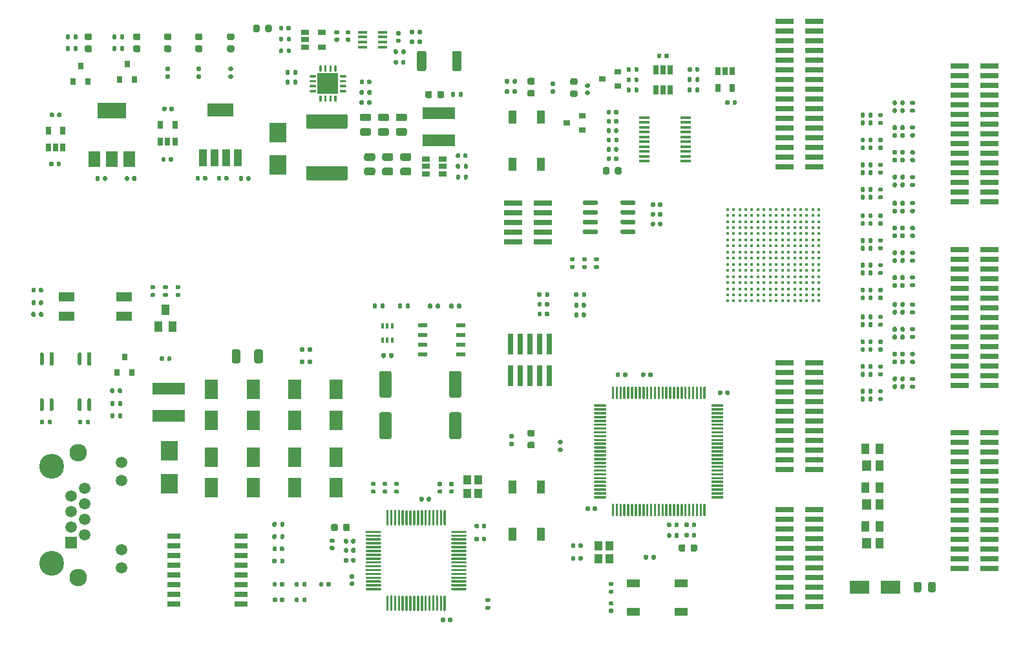
<source format=gbr>
%TF.GenerationSoftware,KiCad,Pcbnew,5.1.10-88a1d61d58~88~ubuntu20.04.1*%
%TF.CreationDate,2021-07-12T14:39:34+08:00*%
%TF.ProjectId,TestAutomation,54657374-4175-4746-9f6d-6174696f6e2e,rev?*%
%TF.SameCoordinates,Original*%
%TF.FileFunction,Soldermask,Top*%
%TF.FilePolarity,Negative*%
%FSLAX46Y46*%
G04 Gerber Fmt 4.6, Leading zero omitted, Abs format (unit mm)*
G04 Created by KiCad (PCBNEW 5.1.10-88a1d61d58~88~ubuntu20.04.1) date 2021-07-12 14:39:34*
%MOMM*%
%LPD*%
G01*
G04 APERTURE LIST*
%ADD10R,4.200000X1.500000*%
%ADD11R,0.900000X0.800000*%
%ADD12R,0.650000X1.220000*%
%ADD13R,0.650000X1.060000*%
%ADD14R,2.700000X2.700000*%
%ADD15R,2.300000X2.500000*%
%ADD16R,2.400000X0.740000*%
%ADD17C,0.410000*%
%ADD18R,1.100000X1.800000*%
%ADD19R,1.060000X0.650000*%
%ADD20R,1.000000X2.200000*%
%ADD21R,3.400000X1.800000*%
%ADD22R,0.532132X1.702833*%
%ADD23R,1.220000X0.400000*%
%ADD24R,1.454899X0.354800*%
%ADD25R,1.193800X0.558800*%
%ADD26R,0.740000X2.790000*%
%ADD27R,1.000000X1.150000*%
%ADD28R,1.500000X2.000000*%
%ADD29R,3.800000X2.000000*%
%ADD30R,1.700000X0.760000*%
%ADD31R,1.800000X1.100000*%
%ADD32R,0.800000X0.900000*%
%ADD33R,0.400000X0.650000*%
%ADD34R,1.000000X1.400000*%
%ADD35R,1.500000X1.500000*%
%ADD36C,1.500000*%
%ADD37C,3.250000*%
%ADD38C,2.300000*%
%ADD39R,2.000000X1.200000*%
%ADD40R,1.800000X2.500000*%
%ADD41R,2.500000X1.800000*%
%ADD42R,1.200000X1.400000*%
G04 APERTURE END LIST*
D10*
%TO.C,L3*%
X100400000Y-104700000D03*
X100400000Y-108300000D03*
%TD*%
%TO.C,F2*%
G36*
G01*
X199890000Y-131166250D02*
X199890000Y-130253750D01*
G75*
G02*
X200133750Y-130010000I243750J0D01*
G01*
X200621250Y-130010000D01*
G75*
G02*
X200865000Y-130253750I0J-243750D01*
G01*
X200865000Y-131166250D01*
G75*
G02*
X200621250Y-131410000I-243750J0D01*
G01*
X200133750Y-131410000D01*
G75*
G02*
X199890000Y-131166250I0J243750D01*
G01*
G37*
G36*
G01*
X198015000Y-131166250D02*
X198015000Y-130253750D01*
G75*
G02*
X198258750Y-130010000I243750J0D01*
G01*
X198746250Y-130010000D01*
G75*
G02*
X198990000Y-130253750I0J-243750D01*
G01*
X198990000Y-131166250D01*
G75*
G02*
X198746250Y-131410000I-243750J0D01*
G01*
X198258750Y-131410000D01*
G75*
G02*
X198015000Y-131166250I0J243750D01*
G01*
G37*
%TD*%
%TO.C,L4*%
X135780000Y-68640000D03*
X135780000Y-72240000D03*
%TD*%
D11*
%TO.C,D23*%
X157190000Y-64170000D03*
X159190000Y-63220000D03*
X159190000Y-65120000D03*
%TD*%
%TO.C,C98*%
G36*
G01*
X122240000Y-58750000D02*
X122580000Y-58750000D01*
G75*
G02*
X122720000Y-58890000I0J-140000D01*
G01*
X122720000Y-59170000D01*
G75*
G02*
X122580000Y-59310000I-140000J0D01*
G01*
X122240000Y-59310000D01*
G75*
G02*
X122100000Y-59170000I0J140000D01*
G01*
X122100000Y-58890000D01*
G75*
G02*
X122240000Y-58750000I140000J0D01*
G01*
G37*
G36*
G01*
X122240000Y-57790000D02*
X122580000Y-57790000D01*
G75*
G02*
X122720000Y-57930000I0J-140000D01*
G01*
X122720000Y-58210000D01*
G75*
G02*
X122580000Y-58350000I-140000J0D01*
G01*
X122240000Y-58350000D01*
G75*
G02*
X122100000Y-58210000I0J140000D01*
G01*
X122100000Y-57930000D01*
G75*
G02*
X122240000Y-57790000I140000J0D01*
G01*
G37*
%TD*%
%TO.C,C97*%
G36*
G01*
X173860000Y-67100000D02*
X173860000Y-67440000D01*
G75*
G02*
X173720000Y-67580000I-140000J0D01*
G01*
X173440000Y-67580000D01*
G75*
G02*
X173300000Y-67440000I0J140000D01*
G01*
X173300000Y-67100000D01*
G75*
G02*
X173440000Y-66960000I140000J0D01*
G01*
X173720000Y-66960000D01*
G75*
G02*
X173860000Y-67100000I0J-140000D01*
G01*
G37*
G36*
G01*
X174820000Y-67100000D02*
X174820000Y-67440000D01*
G75*
G02*
X174680000Y-67580000I-140000J0D01*
G01*
X174400000Y-67580000D01*
G75*
G02*
X174260000Y-67440000I0J140000D01*
G01*
X174260000Y-67100000D01*
G75*
G02*
X174400000Y-66960000I140000J0D01*
G01*
X174680000Y-66960000D01*
G75*
G02*
X174820000Y-67100000I0J-140000D01*
G01*
G37*
%TD*%
D12*
%TO.C,U2*%
X164190000Y-63000000D03*
X165140000Y-63000000D03*
X166090000Y-63000000D03*
X166090000Y-65620000D03*
X165140000Y-65620000D03*
X164190000Y-65620000D03*
%TD*%
D13*
%TO.C,U1*%
X174230000Y-65380000D03*
X172330000Y-65380000D03*
X172330000Y-63180000D03*
X173280000Y-63180000D03*
X174230000Y-63180000D03*
%TD*%
%TO.C,C1*%
G36*
G01*
X165340000Y-61330000D02*
X165340000Y-60990000D01*
G75*
G02*
X165480000Y-60850000I140000J0D01*
G01*
X165760000Y-60850000D01*
G75*
G02*
X165900000Y-60990000I0J-140000D01*
G01*
X165900000Y-61330000D01*
G75*
G02*
X165760000Y-61470000I-140000J0D01*
G01*
X165480000Y-61470000D01*
G75*
G02*
X165340000Y-61330000I0J140000D01*
G01*
G37*
G36*
G01*
X164380000Y-61330000D02*
X164380000Y-60990000D01*
G75*
G02*
X164520000Y-60850000I140000J0D01*
G01*
X164800000Y-60850000D01*
G75*
G02*
X164940000Y-60990000I0J-140000D01*
G01*
X164940000Y-61330000D01*
G75*
G02*
X164800000Y-61470000I-140000J0D01*
G01*
X164520000Y-61470000D01*
G75*
G02*
X164380000Y-61330000I0J140000D01*
G01*
G37*
%TD*%
%TO.C,R129*%
G36*
G01*
X116240000Y-64425000D02*
X116240000Y-64795000D01*
G75*
G02*
X116105000Y-64930000I-135000J0D01*
G01*
X115835000Y-64930000D01*
G75*
G02*
X115700000Y-64795000I0J135000D01*
G01*
X115700000Y-64425000D01*
G75*
G02*
X115835000Y-64290000I135000J0D01*
G01*
X116105000Y-64290000D01*
G75*
G02*
X116240000Y-64425000I0J-135000D01*
G01*
G37*
G36*
G01*
X117260000Y-64425000D02*
X117260000Y-64795000D01*
G75*
G02*
X117125000Y-64930000I-135000J0D01*
G01*
X116855000Y-64930000D01*
G75*
G02*
X116720000Y-64795000I0J135000D01*
G01*
X116720000Y-64425000D01*
G75*
G02*
X116855000Y-64290000I135000J0D01*
G01*
X117125000Y-64290000D01*
G75*
G02*
X117260000Y-64425000I0J-135000D01*
G01*
G37*
%TD*%
%TO.C,R128*%
G36*
G01*
X116720000Y-63505000D02*
X116720000Y-63135000D01*
G75*
G02*
X116855000Y-63000000I135000J0D01*
G01*
X117125000Y-63000000D01*
G75*
G02*
X117260000Y-63135000I0J-135000D01*
G01*
X117260000Y-63505000D01*
G75*
G02*
X117125000Y-63640000I-135000J0D01*
G01*
X116855000Y-63640000D01*
G75*
G02*
X116720000Y-63505000I0J135000D01*
G01*
G37*
G36*
G01*
X115700000Y-63505000D02*
X115700000Y-63135000D01*
G75*
G02*
X115835000Y-63000000I135000J0D01*
G01*
X116105000Y-63000000D01*
G75*
G02*
X116240000Y-63135000I0J-135000D01*
G01*
X116240000Y-63505000D01*
G75*
G02*
X116105000Y-63640000I-135000J0D01*
G01*
X115835000Y-63640000D01*
G75*
G02*
X115700000Y-63505000I0J135000D01*
G01*
G37*
%TD*%
D14*
%TO.C,U16*%
X121255000Y-64792500D03*
G36*
G01*
X120130000Y-63167500D02*
X120130000Y-62492500D01*
G75*
G02*
X120205000Y-62417500I75000J0D01*
G01*
X120355000Y-62417500D01*
G75*
G02*
X120430000Y-62492500I0J-75000D01*
G01*
X120430000Y-63167500D01*
G75*
G02*
X120355000Y-63242500I-75000J0D01*
G01*
X120205000Y-63242500D01*
G75*
G02*
X120130000Y-63167500I0J75000D01*
G01*
G37*
G36*
G01*
X120780000Y-63167500D02*
X120780000Y-62492500D01*
G75*
G02*
X120855000Y-62417500I75000J0D01*
G01*
X121005000Y-62417500D01*
G75*
G02*
X121080000Y-62492500I0J-75000D01*
G01*
X121080000Y-63167500D01*
G75*
G02*
X121005000Y-63242500I-75000J0D01*
G01*
X120855000Y-63242500D01*
G75*
G02*
X120780000Y-63167500I0J75000D01*
G01*
G37*
G36*
G01*
X121430000Y-63167500D02*
X121430000Y-62492500D01*
G75*
G02*
X121505000Y-62417500I75000J0D01*
G01*
X121655000Y-62417500D01*
G75*
G02*
X121730000Y-62492500I0J-75000D01*
G01*
X121730000Y-63167500D01*
G75*
G02*
X121655000Y-63242500I-75000J0D01*
G01*
X121505000Y-63242500D01*
G75*
G02*
X121430000Y-63167500I0J75000D01*
G01*
G37*
G36*
G01*
X122080000Y-63167500D02*
X122080000Y-62492500D01*
G75*
G02*
X122155000Y-62417500I75000J0D01*
G01*
X122305000Y-62417500D01*
G75*
G02*
X122380000Y-62492500I0J-75000D01*
G01*
X122380000Y-63167500D01*
G75*
G02*
X122305000Y-63242500I-75000J0D01*
G01*
X122155000Y-63242500D01*
G75*
G02*
X122080000Y-63167500I0J75000D01*
G01*
G37*
G36*
G01*
X122805000Y-63892500D02*
X122805000Y-63742500D01*
G75*
G02*
X122880000Y-63667500I75000J0D01*
G01*
X123555000Y-63667500D01*
G75*
G02*
X123630000Y-63742500I0J-75000D01*
G01*
X123630000Y-63892500D01*
G75*
G02*
X123555000Y-63967500I-75000J0D01*
G01*
X122880000Y-63967500D01*
G75*
G02*
X122805000Y-63892500I0J75000D01*
G01*
G37*
G36*
G01*
X122805000Y-64542500D02*
X122805000Y-64392500D01*
G75*
G02*
X122880000Y-64317500I75000J0D01*
G01*
X123555000Y-64317500D01*
G75*
G02*
X123630000Y-64392500I0J-75000D01*
G01*
X123630000Y-64542500D01*
G75*
G02*
X123555000Y-64617500I-75000J0D01*
G01*
X122880000Y-64617500D01*
G75*
G02*
X122805000Y-64542500I0J75000D01*
G01*
G37*
G36*
G01*
X122805000Y-65192500D02*
X122805000Y-65042500D01*
G75*
G02*
X122880000Y-64967500I75000J0D01*
G01*
X123555000Y-64967500D01*
G75*
G02*
X123630000Y-65042500I0J-75000D01*
G01*
X123630000Y-65192500D01*
G75*
G02*
X123555000Y-65267500I-75000J0D01*
G01*
X122880000Y-65267500D01*
G75*
G02*
X122805000Y-65192500I0J75000D01*
G01*
G37*
G36*
G01*
X122805000Y-65842500D02*
X122805000Y-65692500D01*
G75*
G02*
X122880000Y-65617500I75000J0D01*
G01*
X123555000Y-65617500D01*
G75*
G02*
X123630000Y-65692500I0J-75000D01*
G01*
X123630000Y-65842500D01*
G75*
G02*
X123555000Y-65917500I-75000J0D01*
G01*
X122880000Y-65917500D01*
G75*
G02*
X122805000Y-65842500I0J75000D01*
G01*
G37*
G36*
G01*
X122080000Y-67092500D02*
X122080000Y-66417500D01*
G75*
G02*
X122155000Y-66342500I75000J0D01*
G01*
X122305000Y-66342500D01*
G75*
G02*
X122380000Y-66417500I0J-75000D01*
G01*
X122380000Y-67092500D01*
G75*
G02*
X122305000Y-67167500I-75000J0D01*
G01*
X122155000Y-67167500D01*
G75*
G02*
X122080000Y-67092500I0J75000D01*
G01*
G37*
G36*
G01*
X121430000Y-67092500D02*
X121430000Y-66417500D01*
G75*
G02*
X121505000Y-66342500I75000J0D01*
G01*
X121655000Y-66342500D01*
G75*
G02*
X121730000Y-66417500I0J-75000D01*
G01*
X121730000Y-67092500D01*
G75*
G02*
X121655000Y-67167500I-75000J0D01*
G01*
X121505000Y-67167500D01*
G75*
G02*
X121430000Y-67092500I0J75000D01*
G01*
G37*
G36*
G01*
X120780000Y-67092500D02*
X120780000Y-66417500D01*
G75*
G02*
X120855000Y-66342500I75000J0D01*
G01*
X121005000Y-66342500D01*
G75*
G02*
X121080000Y-66417500I0J-75000D01*
G01*
X121080000Y-67092500D01*
G75*
G02*
X121005000Y-67167500I-75000J0D01*
G01*
X120855000Y-67167500D01*
G75*
G02*
X120780000Y-67092500I0J75000D01*
G01*
G37*
G36*
G01*
X120130000Y-67092500D02*
X120130000Y-66417500D01*
G75*
G02*
X120205000Y-66342500I75000J0D01*
G01*
X120355000Y-66342500D01*
G75*
G02*
X120430000Y-66417500I0J-75000D01*
G01*
X120430000Y-67092500D01*
G75*
G02*
X120355000Y-67167500I-75000J0D01*
G01*
X120205000Y-67167500D01*
G75*
G02*
X120130000Y-67092500I0J75000D01*
G01*
G37*
G36*
G01*
X118880000Y-65842500D02*
X118880000Y-65692500D01*
G75*
G02*
X118955000Y-65617500I75000J0D01*
G01*
X119630000Y-65617500D01*
G75*
G02*
X119705000Y-65692500I0J-75000D01*
G01*
X119705000Y-65842500D01*
G75*
G02*
X119630000Y-65917500I-75000J0D01*
G01*
X118955000Y-65917500D01*
G75*
G02*
X118880000Y-65842500I0J75000D01*
G01*
G37*
G36*
G01*
X118880000Y-65192500D02*
X118880000Y-65042500D01*
G75*
G02*
X118955000Y-64967500I75000J0D01*
G01*
X119630000Y-64967500D01*
G75*
G02*
X119705000Y-65042500I0J-75000D01*
G01*
X119705000Y-65192500D01*
G75*
G02*
X119630000Y-65267500I-75000J0D01*
G01*
X118955000Y-65267500D01*
G75*
G02*
X118880000Y-65192500I0J75000D01*
G01*
G37*
G36*
G01*
X118880000Y-64542500D02*
X118880000Y-64392500D01*
G75*
G02*
X118955000Y-64317500I75000J0D01*
G01*
X119630000Y-64317500D01*
G75*
G02*
X119705000Y-64392500I0J-75000D01*
G01*
X119705000Y-64542500D01*
G75*
G02*
X119630000Y-64617500I-75000J0D01*
G01*
X118955000Y-64617500D01*
G75*
G02*
X118880000Y-64542500I0J75000D01*
G01*
G37*
G36*
G01*
X118880000Y-63892500D02*
X118880000Y-63742500D01*
G75*
G02*
X118955000Y-63667500I75000J0D01*
G01*
X119630000Y-63667500D01*
G75*
G02*
X119705000Y-63742500I0J-75000D01*
G01*
X119705000Y-63892500D01*
G75*
G02*
X119630000Y-63967500I-75000J0D01*
G01*
X118955000Y-63967500D01*
G75*
G02*
X118880000Y-63892500I0J75000D01*
G01*
G37*
%TD*%
%TO.C,R127*%
G36*
G01*
X126420000Y-66135000D02*
X126420000Y-65765000D01*
G75*
G02*
X126555000Y-65630000I135000J0D01*
G01*
X126825000Y-65630000D01*
G75*
G02*
X126960000Y-65765000I0J-135000D01*
G01*
X126960000Y-66135000D01*
G75*
G02*
X126825000Y-66270000I-135000J0D01*
G01*
X126555000Y-66270000D01*
G75*
G02*
X126420000Y-66135000I0J135000D01*
G01*
G37*
G36*
G01*
X125400000Y-66135000D02*
X125400000Y-65765000D01*
G75*
G02*
X125535000Y-65630000I135000J0D01*
G01*
X125805000Y-65630000D01*
G75*
G02*
X125940000Y-65765000I0J-135000D01*
G01*
X125940000Y-66135000D01*
G75*
G02*
X125805000Y-66270000I-135000J0D01*
G01*
X125535000Y-66270000D01*
G75*
G02*
X125400000Y-66135000I0J135000D01*
G01*
G37*
%TD*%
%TO.C,R126*%
G36*
G01*
X126420000Y-67445000D02*
X126420000Y-67075000D01*
G75*
G02*
X126555000Y-66940000I135000J0D01*
G01*
X126825000Y-66940000D01*
G75*
G02*
X126960000Y-67075000I0J-135000D01*
G01*
X126960000Y-67445000D01*
G75*
G02*
X126825000Y-67580000I-135000J0D01*
G01*
X126555000Y-67580000D01*
G75*
G02*
X126420000Y-67445000I0J135000D01*
G01*
G37*
G36*
G01*
X125400000Y-67445000D02*
X125400000Y-67075000D01*
G75*
G02*
X125535000Y-66940000I135000J0D01*
G01*
X125805000Y-66940000D01*
G75*
G02*
X125940000Y-67075000I0J-135000D01*
G01*
X125940000Y-67445000D01*
G75*
G02*
X125805000Y-67580000I-135000J0D01*
G01*
X125535000Y-67580000D01*
G75*
G02*
X125400000Y-67445000I0J135000D01*
G01*
G37*
%TD*%
%TO.C,C89*%
G36*
G01*
X126380000Y-64750000D02*
X126380000Y-64410000D01*
G75*
G02*
X126520000Y-64270000I140000J0D01*
G01*
X126800000Y-64270000D01*
G75*
G02*
X126940000Y-64410000I0J-140000D01*
G01*
X126940000Y-64750000D01*
G75*
G02*
X126800000Y-64890000I-140000J0D01*
G01*
X126520000Y-64890000D01*
G75*
G02*
X126380000Y-64750000I0J140000D01*
G01*
G37*
G36*
G01*
X125420000Y-64750000D02*
X125420000Y-64410000D01*
G75*
G02*
X125560000Y-64270000I140000J0D01*
G01*
X125840000Y-64270000D01*
G75*
G02*
X125980000Y-64410000I0J-140000D01*
G01*
X125980000Y-64750000D01*
G75*
G02*
X125840000Y-64890000I-140000J0D01*
G01*
X125560000Y-64890000D01*
G75*
G02*
X125420000Y-64750000I0J140000D01*
G01*
G37*
%TD*%
%TO.C,C61*%
G36*
G01*
X136600000Y-134830000D02*
X136600000Y-135170000D01*
G75*
G02*
X136460000Y-135310000I-140000J0D01*
G01*
X136180000Y-135310000D01*
G75*
G02*
X136040000Y-135170000I0J140000D01*
G01*
X136040000Y-134830000D01*
G75*
G02*
X136180000Y-134690000I140000J0D01*
G01*
X136460000Y-134690000D01*
G75*
G02*
X136600000Y-134830000I0J-140000D01*
G01*
G37*
G36*
G01*
X137560000Y-134830000D02*
X137560000Y-135170000D01*
G75*
G02*
X137420000Y-135310000I-140000J0D01*
G01*
X137140000Y-135310000D01*
G75*
G02*
X137000000Y-135170000I0J140000D01*
G01*
X137000000Y-134830000D01*
G75*
G02*
X137140000Y-134690000I140000J0D01*
G01*
X137420000Y-134690000D01*
G75*
G02*
X137560000Y-134830000I0J-140000D01*
G01*
G37*
%TD*%
%TO.C,C69*%
G36*
G01*
X121630000Y-125300000D02*
X121970000Y-125300000D01*
G75*
G02*
X122110000Y-125440000I0J-140000D01*
G01*
X122110000Y-125720000D01*
G75*
G02*
X121970000Y-125860000I-140000J0D01*
G01*
X121630000Y-125860000D01*
G75*
G02*
X121490000Y-125720000I0J140000D01*
G01*
X121490000Y-125440000D01*
G75*
G02*
X121630000Y-125300000I140000J0D01*
G01*
G37*
G36*
G01*
X121630000Y-124340000D02*
X121970000Y-124340000D01*
G75*
G02*
X122110000Y-124480000I0J-140000D01*
G01*
X122110000Y-124760000D01*
G75*
G02*
X121970000Y-124900000I-140000J0D01*
G01*
X121630000Y-124900000D01*
G75*
G02*
X121490000Y-124760000I0J140000D01*
G01*
X121490000Y-124480000D01*
G75*
G02*
X121630000Y-124340000I140000J0D01*
G01*
G37*
%TD*%
%TO.C,C68*%
G36*
G01*
X123900000Y-125730000D02*
X123900000Y-126070000D01*
G75*
G02*
X123760000Y-126210000I-140000J0D01*
G01*
X123480000Y-126210000D01*
G75*
G02*
X123340000Y-126070000I0J140000D01*
G01*
X123340000Y-125730000D01*
G75*
G02*
X123480000Y-125590000I140000J0D01*
G01*
X123760000Y-125590000D01*
G75*
G02*
X123900000Y-125730000I0J-140000D01*
G01*
G37*
G36*
G01*
X124860000Y-125730000D02*
X124860000Y-126070000D01*
G75*
G02*
X124720000Y-126210000I-140000J0D01*
G01*
X124440000Y-126210000D01*
G75*
G02*
X124300000Y-126070000I0J140000D01*
G01*
X124300000Y-125730000D01*
G75*
G02*
X124440000Y-125590000I140000J0D01*
G01*
X124720000Y-125590000D01*
G75*
G02*
X124860000Y-125730000I0J-140000D01*
G01*
G37*
%TD*%
%TO.C,C66*%
G36*
G01*
X124230000Y-130000000D02*
X124570000Y-130000000D01*
G75*
G02*
X124710000Y-130140000I0J-140000D01*
G01*
X124710000Y-130420000D01*
G75*
G02*
X124570000Y-130560000I-140000J0D01*
G01*
X124230000Y-130560000D01*
G75*
G02*
X124090000Y-130420000I0J140000D01*
G01*
X124090000Y-130140000D01*
G75*
G02*
X124230000Y-130000000I140000J0D01*
G01*
G37*
G36*
G01*
X124230000Y-129040000D02*
X124570000Y-129040000D01*
G75*
G02*
X124710000Y-129180000I0J-140000D01*
G01*
X124710000Y-129460000D01*
G75*
G02*
X124570000Y-129600000I-140000J0D01*
G01*
X124230000Y-129600000D01*
G75*
G02*
X124090000Y-129460000I0J140000D01*
G01*
X124090000Y-129180000D01*
G75*
G02*
X124230000Y-129040000I140000J0D01*
G01*
G37*
%TD*%
%TO.C,C65*%
G36*
G01*
X123900000Y-124530000D02*
X123900000Y-124870000D01*
G75*
G02*
X123760000Y-125010000I-140000J0D01*
G01*
X123480000Y-125010000D01*
G75*
G02*
X123340000Y-124870000I0J140000D01*
G01*
X123340000Y-124530000D01*
G75*
G02*
X123480000Y-124390000I140000J0D01*
G01*
X123760000Y-124390000D01*
G75*
G02*
X123900000Y-124530000I0J-140000D01*
G01*
G37*
G36*
G01*
X124860000Y-124530000D02*
X124860000Y-124870000D01*
G75*
G02*
X124720000Y-125010000I-140000J0D01*
G01*
X124440000Y-125010000D01*
G75*
G02*
X124300000Y-124870000I0J140000D01*
G01*
X124300000Y-124530000D01*
G75*
G02*
X124440000Y-124390000I140000J0D01*
G01*
X124720000Y-124390000D01*
G75*
G02*
X124860000Y-124530000I0J-140000D01*
G01*
G37*
%TD*%
%TO.C,C64*%
G36*
G01*
X133800000Y-119030000D02*
X133800000Y-119370000D01*
G75*
G02*
X133660000Y-119510000I-140000J0D01*
G01*
X133380000Y-119510000D01*
G75*
G02*
X133240000Y-119370000I0J140000D01*
G01*
X133240000Y-119030000D01*
G75*
G02*
X133380000Y-118890000I140000J0D01*
G01*
X133660000Y-118890000D01*
G75*
G02*
X133800000Y-119030000I0J-140000D01*
G01*
G37*
G36*
G01*
X134760000Y-119030000D02*
X134760000Y-119370000D01*
G75*
G02*
X134620000Y-119510000I-140000J0D01*
G01*
X134340000Y-119510000D01*
G75*
G02*
X134200000Y-119370000I0J140000D01*
G01*
X134200000Y-119030000D01*
G75*
G02*
X134340000Y-118890000I140000J0D01*
G01*
X134620000Y-118890000D01*
G75*
G02*
X134760000Y-119030000I0J-140000D01*
G01*
G37*
%TD*%
%TO.C,C62*%
G36*
G01*
X141420000Y-122870000D02*
X141420000Y-122530000D01*
G75*
G02*
X141560000Y-122390000I140000J0D01*
G01*
X141840000Y-122390000D01*
G75*
G02*
X141980000Y-122530000I0J-140000D01*
G01*
X141980000Y-122870000D01*
G75*
G02*
X141840000Y-123010000I-140000J0D01*
G01*
X141560000Y-123010000D01*
G75*
G02*
X141420000Y-122870000I0J140000D01*
G01*
G37*
G36*
G01*
X140460000Y-122870000D02*
X140460000Y-122530000D01*
G75*
G02*
X140600000Y-122390000I140000J0D01*
G01*
X140880000Y-122390000D01*
G75*
G02*
X141020000Y-122530000I0J-140000D01*
G01*
X141020000Y-122870000D01*
G75*
G02*
X140880000Y-123010000I-140000J0D01*
G01*
X140600000Y-123010000D01*
G75*
G02*
X140460000Y-122870000I0J140000D01*
G01*
G37*
%TD*%
D13*
%TO.C,U6*%
X99296000Y-72404000D03*
X100246000Y-72404000D03*
X101196000Y-72404000D03*
X101196000Y-70204000D03*
X99296000Y-70204000D03*
%TD*%
%TO.C,C78*%
G36*
G01*
X155560000Y-120260000D02*
X155560000Y-120600000D01*
G75*
G02*
X155420000Y-120740000I-140000J0D01*
G01*
X155140000Y-120740000D01*
G75*
G02*
X155000000Y-120600000I0J140000D01*
G01*
X155000000Y-120260000D01*
G75*
G02*
X155140000Y-120120000I140000J0D01*
G01*
X155420000Y-120120000D01*
G75*
G02*
X155560000Y-120260000I0J-140000D01*
G01*
G37*
G36*
G01*
X156520000Y-120260000D02*
X156520000Y-120600000D01*
G75*
G02*
X156380000Y-120740000I-140000J0D01*
G01*
X156100000Y-120740000D01*
G75*
G02*
X155960000Y-120600000I0J140000D01*
G01*
X155960000Y-120260000D01*
G75*
G02*
X156100000Y-120120000I140000J0D01*
G01*
X156380000Y-120120000D01*
G75*
G02*
X156520000Y-120260000I0J-140000D01*
G01*
G37*
%TD*%
%TO.C,U15*%
G36*
G01*
X158673000Y-121419000D02*
X158523000Y-121419000D01*
G75*
G02*
X158448000Y-121344000I0J75000D01*
G01*
X158448000Y-119894000D01*
G75*
G02*
X158523000Y-119819000I75000J0D01*
G01*
X158673000Y-119819000D01*
G75*
G02*
X158748000Y-119894000I0J-75000D01*
G01*
X158748000Y-121344000D01*
G75*
G02*
X158673000Y-121419000I-75000J0D01*
G01*
G37*
G36*
G01*
X159173000Y-121419000D02*
X159023000Y-121419000D01*
G75*
G02*
X158948000Y-121344000I0J75000D01*
G01*
X158948000Y-119894000D01*
G75*
G02*
X159023000Y-119819000I75000J0D01*
G01*
X159173000Y-119819000D01*
G75*
G02*
X159248000Y-119894000I0J-75000D01*
G01*
X159248000Y-121344000D01*
G75*
G02*
X159173000Y-121419000I-75000J0D01*
G01*
G37*
G36*
G01*
X159673000Y-121419000D02*
X159523000Y-121419000D01*
G75*
G02*
X159448000Y-121344000I0J75000D01*
G01*
X159448000Y-119894000D01*
G75*
G02*
X159523000Y-119819000I75000J0D01*
G01*
X159673000Y-119819000D01*
G75*
G02*
X159748000Y-119894000I0J-75000D01*
G01*
X159748000Y-121344000D01*
G75*
G02*
X159673000Y-121419000I-75000J0D01*
G01*
G37*
G36*
G01*
X160173000Y-121419000D02*
X160023000Y-121419000D01*
G75*
G02*
X159948000Y-121344000I0J75000D01*
G01*
X159948000Y-119894000D01*
G75*
G02*
X160023000Y-119819000I75000J0D01*
G01*
X160173000Y-119819000D01*
G75*
G02*
X160248000Y-119894000I0J-75000D01*
G01*
X160248000Y-121344000D01*
G75*
G02*
X160173000Y-121419000I-75000J0D01*
G01*
G37*
G36*
G01*
X160673000Y-121419000D02*
X160523000Y-121419000D01*
G75*
G02*
X160448000Y-121344000I0J75000D01*
G01*
X160448000Y-119894000D01*
G75*
G02*
X160523000Y-119819000I75000J0D01*
G01*
X160673000Y-119819000D01*
G75*
G02*
X160748000Y-119894000I0J-75000D01*
G01*
X160748000Y-121344000D01*
G75*
G02*
X160673000Y-121419000I-75000J0D01*
G01*
G37*
G36*
G01*
X161173000Y-121419000D02*
X161023000Y-121419000D01*
G75*
G02*
X160948000Y-121344000I0J75000D01*
G01*
X160948000Y-119894000D01*
G75*
G02*
X161023000Y-119819000I75000J0D01*
G01*
X161173000Y-119819000D01*
G75*
G02*
X161248000Y-119894000I0J-75000D01*
G01*
X161248000Y-121344000D01*
G75*
G02*
X161173000Y-121419000I-75000J0D01*
G01*
G37*
G36*
G01*
X161673000Y-121419000D02*
X161523000Y-121419000D01*
G75*
G02*
X161448000Y-121344000I0J75000D01*
G01*
X161448000Y-119894000D01*
G75*
G02*
X161523000Y-119819000I75000J0D01*
G01*
X161673000Y-119819000D01*
G75*
G02*
X161748000Y-119894000I0J-75000D01*
G01*
X161748000Y-121344000D01*
G75*
G02*
X161673000Y-121419000I-75000J0D01*
G01*
G37*
G36*
G01*
X162173000Y-121419000D02*
X162023000Y-121419000D01*
G75*
G02*
X161948000Y-121344000I0J75000D01*
G01*
X161948000Y-119894000D01*
G75*
G02*
X162023000Y-119819000I75000J0D01*
G01*
X162173000Y-119819000D01*
G75*
G02*
X162248000Y-119894000I0J-75000D01*
G01*
X162248000Y-121344000D01*
G75*
G02*
X162173000Y-121419000I-75000J0D01*
G01*
G37*
G36*
G01*
X162673000Y-121419000D02*
X162523000Y-121419000D01*
G75*
G02*
X162448000Y-121344000I0J75000D01*
G01*
X162448000Y-119894000D01*
G75*
G02*
X162523000Y-119819000I75000J0D01*
G01*
X162673000Y-119819000D01*
G75*
G02*
X162748000Y-119894000I0J-75000D01*
G01*
X162748000Y-121344000D01*
G75*
G02*
X162673000Y-121419000I-75000J0D01*
G01*
G37*
G36*
G01*
X163173000Y-121419000D02*
X163023000Y-121419000D01*
G75*
G02*
X162948000Y-121344000I0J75000D01*
G01*
X162948000Y-119894000D01*
G75*
G02*
X163023000Y-119819000I75000J0D01*
G01*
X163173000Y-119819000D01*
G75*
G02*
X163248000Y-119894000I0J-75000D01*
G01*
X163248000Y-121344000D01*
G75*
G02*
X163173000Y-121419000I-75000J0D01*
G01*
G37*
G36*
G01*
X163673000Y-121419000D02*
X163523000Y-121419000D01*
G75*
G02*
X163448000Y-121344000I0J75000D01*
G01*
X163448000Y-119894000D01*
G75*
G02*
X163523000Y-119819000I75000J0D01*
G01*
X163673000Y-119819000D01*
G75*
G02*
X163748000Y-119894000I0J-75000D01*
G01*
X163748000Y-121344000D01*
G75*
G02*
X163673000Y-121419000I-75000J0D01*
G01*
G37*
G36*
G01*
X164173000Y-121419000D02*
X164023000Y-121419000D01*
G75*
G02*
X163948000Y-121344000I0J75000D01*
G01*
X163948000Y-119894000D01*
G75*
G02*
X164023000Y-119819000I75000J0D01*
G01*
X164173000Y-119819000D01*
G75*
G02*
X164248000Y-119894000I0J-75000D01*
G01*
X164248000Y-121344000D01*
G75*
G02*
X164173000Y-121419000I-75000J0D01*
G01*
G37*
G36*
G01*
X164673000Y-121419000D02*
X164523000Y-121419000D01*
G75*
G02*
X164448000Y-121344000I0J75000D01*
G01*
X164448000Y-119894000D01*
G75*
G02*
X164523000Y-119819000I75000J0D01*
G01*
X164673000Y-119819000D01*
G75*
G02*
X164748000Y-119894000I0J-75000D01*
G01*
X164748000Y-121344000D01*
G75*
G02*
X164673000Y-121419000I-75000J0D01*
G01*
G37*
G36*
G01*
X165173000Y-121419000D02*
X165023000Y-121419000D01*
G75*
G02*
X164948000Y-121344000I0J75000D01*
G01*
X164948000Y-119894000D01*
G75*
G02*
X165023000Y-119819000I75000J0D01*
G01*
X165173000Y-119819000D01*
G75*
G02*
X165248000Y-119894000I0J-75000D01*
G01*
X165248000Y-121344000D01*
G75*
G02*
X165173000Y-121419000I-75000J0D01*
G01*
G37*
G36*
G01*
X165673000Y-121419000D02*
X165523000Y-121419000D01*
G75*
G02*
X165448000Y-121344000I0J75000D01*
G01*
X165448000Y-119894000D01*
G75*
G02*
X165523000Y-119819000I75000J0D01*
G01*
X165673000Y-119819000D01*
G75*
G02*
X165748000Y-119894000I0J-75000D01*
G01*
X165748000Y-121344000D01*
G75*
G02*
X165673000Y-121419000I-75000J0D01*
G01*
G37*
G36*
G01*
X166173000Y-121419000D02*
X166023000Y-121419000D01*
G75*
G02*
X165948000Y-121344000I0J75000D01*
G01*
X165948000Y-119894000D01*
G75*
G02*
X166023000Y-119819000I75000J0D01*
G01*
X166173000Y-119819000D01*
G75*
G02*
X166248000Y-119894000I0J-75000D01*
G01*
X166248000Y-121344000D01*
G75*
G02*
X166173000Y-121419000I-75000J0D01*
G01*
G37*
G36*
G01*
X166673000Y-121419000D02*
X166523000Y-121419000D01*
G75*
G02*
X166448000Y-121344000I0J75000D01*
G01*
X166448000Y-119894000D01*
G75*
G02*
X166523000Y-119819000I75000J0D01*
G01*
X166673000Y-119819000D01*
G75*
G02*
X166748000Y-119894000I0J-75000D01*
G01*
X166748000Y-121344000D01*
G75*
G02*
X166673000Y-121419000I-75000J0D01*
G01*
G37*
G36*
G01*
X167173000Y-121419000D02*
X167023000Y-121419000D01*
G75*
G02*
X166948000Y-121344000I0J75000D01*
G01*
X166948000Y-119894000D01*
G75*
G02*
X167023000Y-119819000I75000J0D01*
G01*
X167173000Y-119819000D01*
G75*
G02*
X167248000Y-119894000I0J-75000D01*
G01*
X167248000Y-121344000D01*
G75*
G02*
X167173000Y-121419000I-75000J0D01*
G01*
G37*
G36*
G01*
X167673000Y-121419000D02*
X167523000Y-121419000D01*
G75*
G02*
X167448000Y-121344000I0J75000D01*
G01*
X167448000Y-119894000D01*
G75*
G02*
X167523000Y-119819000I75000J0D01*
G01*
X167673000Y-119819000D01*
G75*
G02*
X167748000Y-119894000I0J-75000D01*
G01*
X167748000Y-121344000D01*
G75*
G02*
X167673000Y-121419000I-75000J0D01*
G01*
G37*
G36*
G01*
X168173000Y-121419000D02*
X168023000Y-121419000D01*
G75*
G02*
X167948000Y-121344000I0J75000D01*
G01*
X167948000Y-119894000D01*
G75*
G02*
X168023000Y-119819000I75000J0D01*
G01*
X168173000Y-119819000D01*
G75*
G02*
X168248000Y-119894000I0J-75000D01*
G01*
X168248000Y-121344000D01*
G75*
G02*
X168173000Y-121419000I-75000J0D01*
G01*
G37*
G36*
G01*
X168673000Y-121419000D02*
X168523000Y-121419000D01*
G75*
G02*
X168448000Y-121344000I0J75000D01*
G01*
X168448000Y-119894000D01*
G75*
G02*
X168523000Y-119819000I75000J0D01*
G01*
X168673000Y-119819000D01*
G75*
G02*
X168748000Y-119894000I0J-75000D01*
G01*
X168748000Y-121344000D01*
G75*
G02*
X168673000Y-121419000I-75000J0D01*
G01*
G37*
G36*
G01*
X169173000Y-121419000D02*
X169023000Y-121419000D01*
G75*
G02*
X168948000Y-121344000I0J75000D01*
G01*
X168948000Y-119894000D01*
G75*
G02*
X169023000Y-119819000I75000J0D01*
G01*
X169173000Y-119819000D01*
G75*
G02*
X169248000Y-119894000I0J-75000D01*
G01*
X169248000Y-121344000D01*
G75*
G02*
X169173000Y-121419000I-75000J0D01*
G01*
G37*
G36*
G01*
X169673000Y-121419000D02*
X169523000Y-121419000D01*
G75*
G02*
X169448000Y-121344000I0J75000D01*
G01*
X169448000Y-119894000D01*
G75*
G02*
X169523000Y-119819000I75000J0D01*
G01*
X169673000Y-119819000D01*
G75*
G02*
X169748000Y-119894000I0J-75000D01*
G01*
X169748000Y-121344000D01*
G75*
G02*
X169673000Y-121419000I-75000J0D01*
G01*
G37*
G36*
G01*
X170173000Y-121419000D02*
X170023000Y-121419000D01*
G75*
G02*
X169948000Y-121344000I0J75000D01*
G01*
X169948000Y-119894000D01*
G75*
G02*
X170023000Y-119819000I75000J0D01*
G01*
X170173000Y-119819000D01*
G75*
G02*
X170248000Y-119894000I0J-75000D01*
G01*
X170248000Y-121344000D01*
G75*
G02*
X170173000Y-121419000I-75000J0D01*
G01*
G37*
G36*
G01*
X170673000Y-121419000D02*
X170523000Y-121419000D01*
G75*
G02*
X170448000Y-121344000I0J75000D01*
G01*
X170448000Y-119894000D01*
G75*
G02*
X170523000Y-119819000I75000J0D01*
G01*
X170673000Y-119819000D01*
G75*
G02*
X170748000Y-119894000I0J-75000D01*
G01*
X170748000Y-121344000D01*
G75*
G02*
X170673000Y-121419000I-75000J0D01*
G01*
G37*
G36*
G01*
X172998000Y-119094000D02*
X171548000Y-119094000D01*
G75*
G02*
X171473000Y-119019000I0J75000D01*
G01*
X171473000Y-118869000D01*
G75*
G02*
X171548000Y-118794000I75000J0D01*
G01*
X172998000Y-118794000D01*
G75*
G02*
X173073000Y-118869000I0J-75000D01*
G01*
X173073000Y-119019000D01*
G75*
G02*
X172998000Y-119094000I-75000J0D01*
G01*
G37*
G36*
G01*
X172998000Y-118594000D02*
X171548000Y-118594000D01*
G75*
G02*
X171473000Y-118519000I0J75000D01*
G01*
X171473000Y-118369000D01*
G75*
G02*
X171548000Y-118294000I75000J0D01*
G01*
X172998000Y-118294000D01*
G75*
G02*
X173073000Y-118369000I0J-75000D01*
G01*
X173073000Y-118519000D01*
G75*
G02*
X172998000Y-118594000I-75000J0D01*
G01*
G37*
G36*
G01*
X172998000Y-118094000D02*
X171548000Y-118094000D01*
G75*
G02*
X171473000Y-118019000I0J75000D01*
G01*
X171473000Y-117869000D01*
G75*
G02*
X171548000Y-117794000I75000J0D01*
G01*
X172998000Y-117794000D01*
G75*
G02*
X173073000Y-117869000I0J-75000D01*
G01*
X173073000Y-118019000D01*
G75*
G02*
X172998000Y-118094000I-75000J0D01*
G01*
G37*
G36*
G01*
X172998000Y-117594000D02*
X171548000Y-117594000D01*
G75*
G02*
X171473000Y-117519000I0J75000D01*
G01*
X171473000Y-117369000D01*
G75*
G02*
X171548000Y-117294000I75000J0D01*
G01*
X172998000Y-117294000D01*
G75*
G02*
X173073000Y-117369000I0J-75000D01*
G01*
X173073000Y-117519000D01*
G75*
G02*
X172998000Y-117594000I-75000J0D01*
G01*
G37*
G36*
G01*
X172998000Y-117094000D02*
X171548000Y-117094000D01*
G75*
G02*
X171473000Y-117019000I0J75000D01*
G01*
X171473000Y-116869000D01*
G75*
G02*
X171548000Y-116794000I75000J0D01*
G01*
X172998000Y-116794000D01*
G75*
G02*
X173073000Y-116869000I0J-75000D01*
G01*
X173073000Y-117019000D01*
G75*
G02*
X172998000Y-117094000I-75000J0D01*
G01*
G37*
G36*
G01*
X172998000Y-116594000D02*
X171548000Y-116594000D01*
G75*
G02*
X171473000Y-116519000I0J75000D01*
G01*
X171473000Y-116369000D01*
G75*
G02*
X171548000Y-116294000I75000J0D01*
G01*
X172998000Y-116294000D01*
G75*
G02*
X173073000Y-116369000I0J-75000D01*
G01*
X173073000Y-116519000D01*
G75*
G02*
X172998000Y-116594000I-75000J0D01*
G01*
G37*
G36*
G01*
X172998000Y-116094000D02*
X171548000Y-116094000D01*
G75*
G02*
X171473000Y-116019000I0J75000D01*
G01*
X171473000Y-115869000D01*
G75*
G02*
X171548000Y-115794000I75000J0D01*
G01*
X172998000Y-115794000D01*
G75*
G02*
X173073000Y-115869000I0J-75000D01*
G01*
X173073000Y-116019000D01*
G75*
G02*
X172998000Y-116094000I-75000J0D01*
G01*
G37*
G36*
G01*
X172998000Y-115594000D02*
X171548000Y-115594000D01*
G75*
G02*
X171473000Y-115519000I0J75000D01*
G01*
X171473000Y-115369000D01*
G75*
G02*
X171548000Y-115294000I75000J0D01*
G01*
X172998000Y-115294000D01*
G75*
G02*
X173073000Y-115369000I0J-75000D01*
G01*
X173073000Y-115519000D01*
G75*
G02*
X172998000Y-115594000I-75000J0D01*
G01*
G37*
G36*
G01*
X172998000Y-115094000D02*
X171548000Y-115094000D01*
G75*
G02*
X171473000Y-115019000I0J75000D01*
G01*
X171473000Y-114869000D01*
G75*
G02*
X171548000Y-114794000I75000J0D01*
G01*
X172998000Y-114794000D01*
G75*
G02*
X173073000Y-114869000I0J-75000D01*
G01*
X173073000Y-115019000D01*
G75*
G02*
X172998000Y-115094000I-75000J0D01*
G01*
G37*
G36*
G01*
X172998000Y-114594000D02*
X171548000Y-114594000D01*
G75*
G02*
X171473000Y-114519000I0J75000D01*
G01*
X171473000Y-114369000D01*
G75*
G02*
X171548000Y-114294000I75000J0D01*
G01*
X172998000Y-114294000D01*
G75*
G02*
X173073000Y-114369000I0J-75000D01*
G01*
X173073000Y-114519000D01*
G75*
G02*
X172998000Y-114594000I-75000J0D01*
G01*
G37*
G36*
G01*
X172998000Y-114094000D02*
X171548000Y-114094000D01*
G75*
G02*
X171473000Y-114019000I0J75000D01*
G01*
X171473000Y-113869000D01*
G75*
G02*
X171548000Y-113794000I75000J0D01*
G01*
X172998000Y-113794000D01*
G75*
G02*
X173073000Y-113869000I0J-75000D01*
G01*
X173073000Y-114019000D01*
G75*
G02*
X172998000Y-114094000I-75000J0D01*
G01*
G37*
G36*
G01*
X172998000Y-113594000D02*
X171548000Y-113594000D01*
G75*
G02*
X171473000Y-113519000I0J75000D01*
G01*
X171473000Y-113369000D01*
G75*
G02*
X171548000Y-113294000I75000J0D01*
G01*
X172998000Y-113294000D01*
G75*
G02*
X173073000Y-113369000I0J-75000D01*
G01*
X173073000Y-113519000D01*
G75*
G02*
X172998000Y-113594000I-75000J0D01*
G01*
G37*
G36*
G01*
X172998000Y-113094000D02*
X171548000Y-113094000D01*
G75*
G02*
X171473000Y-113019000I0J75000D01*
G01*
X171473000Y-112869000D01*
G75*
G02*
X171548000Y-112794000I75000J0D01*
G01*
X172998000Y-112794000D01*
G75*
G02*
X173073000Y-112869000I0J-75000D01*
G01*
X173073000Y-113019000D01*
G75*
G02*
X172998000Y-113094000I-75000J0D01*
G01*
G37*
G36*
G01*
X172998000Y-112594000D02*
X171548000Y-112594000D01*
G75*
G02*
X171473000Y-112519000I0J75000D01*
G01*
X171473000Y-112369000D01*
G75*
G02*
X171548000Y-112294000I75000J0D01*
G01*
X172998000Y-112294000D01*
G75*
G02*
X173073000Y-112369000I0J-75000D01*
G01*
X173073000Y-112519000D01*
G75*
G02*
X172998000Y-112594000I-75000J0D01*
G01*
G37*
G36*
G01*
X172998000Y-112094000D02*
X171548000Y-112094000D01*
G75*
G02*
X171473000Y-112019000I0J75000D01*
G01*
X171473000Y-111869000D01*
G75*
G02*
X171548000Y-111794000I75000J0D01*
G01*
X172998000Y-111794000D01*
G75*
G02*
X173073000Y-111869000I0J-75000D01*
G01*
X173073000Y-112019000D01*
G75*
G02*
X172998000Y-112094000I-75000J0D01*
G01*
G37*
G36*
G01*
X172998000Y-111594000D02*
X171548000Y-111594000D01*
G75*
G02*
X171473000Y-111519000I0J75000D01*
G01*
X171473000Y-111369000D01*
G75*
G02*
X171548000Y-111294000I75000J0D01*
G01*
X172998000Y-111294000D01*
G75*
G02*
X173073000Y-111369000I0J-75000D01*
G01*
X173073000Y-111519000D01*
G75*
G02*
X172998000Y-111594000I-75000J0D01*
G01*
G37*
G36*
G01*
X172998000Y-111094000D02*
X171548000Y-111094000D01*
G75*
G02*
X171473000Y-111019000I0J75000D01*
G01*
X171473000Y-110869000D01*
G75*
G02*
X171548000Y-110794000I75000J0D01*
G01*
X172998000Y-110794000D01*
G75*
G02*
X173073000Y-110869000I0J-75000D01*
G01*
X173073000Y-111019000D01*
G75*
G02*
X172998000Y-111094000I-75000J0D01*
G01*
G37*
G36*
G01*
X172998000Y-110594000D02*
X171548000Y-110594000D01*
G75*
G02*
X171473000Y-110519000I0J75000D01*
G01*
X171473000Y-110369000D01*
G75*
G02*
X171548000Y-110294000I75000J0D01*
G01*
X172998000Y-110294000D01*
G75*
G02*
X173073000Y-110369000I0J-75000D01*
G01*
X173073000Y-110519000D01*
G75*
G02*
X172998000Y-110594000I-75000J0D01*
G01*
G37*
G36*
G01*
X172998000Y-110094000D02*
X171548000Y-110094000D01*
G75*
G02*
X171473000Y-110019000I0J75000D01*
G01*
X171473000Y-109869000D01*
G75*
G02*
X171548000Y-109794000I75000J0D01*
G01*
X172998000Y-109794000D01*
G75*
G02*
X173073000Y-109869000I0J-75000D01*
G01*
X173073000Y-110019000D01*
G75*
G02*
X172998000Y-110094000I-75000J0D01*
G01*
G37*
G36*
G01*
X172998000Y-109594000D02*
X171548000Y-109594000D01*
G75*
G02*
X171473000Y-109519000I0J75000D01*
G01*
X171473000Y-109369000D01*
G75*
G02*
X171548000Y-109294000I75000J0D01*
G01*
X172998000Y-109294000D01*
G75*
G02*
X173073000Y-109369000I0J-75000D01*
G01*
X173073000Y-109519000D01*
G75*
G02*
X172998000Y-109594000I-75000J0D01*
G01*
G37*
G36*
G01*
X172998000Y-109094000D02*
X171548000Y-109094000D01*
G75*
G02*
X171473000Y-109019000I0J75000D01*
G01*
X171473000Y-108869000D01*
G75*
G02*
X171548000Y-108794000I75000J0D01*
G01*
X172998000Y-108794000D01*
G75*
G02*
X173073000Y-108869000I0J-75000D01*
G01*
X173073000Y-109019000D01*
G75*
G02*
X172998000Y-109094000I-75000J0D01*
G01*
G37*
G36*
G01*
X172998000Y-108594000D02*
X171548000Y-108594000D01*
G75*
G02*
X171473000Y-108519000I0J75000D01*
G01*
X171473000Y-108369000D01*
G75*
G02*
X171548000Y-108294000I75000J0D01*
G01*
X172998000Y-108294000D01*
G75*
G02*
X173073000Y-108369000I0J-75000D01*
G01*
X173073000Y-108519000D01*
G75*
G02*
X172998000Y-108594000I-75000J0D01*
G01*
G37*
G36*
G01*
X172998000Y-108094000D02*
X171548000Y-108094000D01*
G75*
G02*
X171473000Y-108019000I0J75000D01*
G01*
X171473000Y-107869000D01*
G75*
G02*
X171548000Y-107794000I75000J0D01*
G01*
X172998000Y-107794000D01*
G75*
G02*
X173073000Y-107869000I0J-75000D01*
G01*
X173073000Y-108019000D01*
G75*
G02*
X172998000Y-108094000I-75000J0D01*
G01*
G37*
G36*
G01*
X172998000Y-107594000D02*
X171548000Y-107594000D01*
G75*
G02*
X171473000Y-107519000I0J75000D01*
G01*
X171473000Y-107369000D01*
G75*
G02*
X171548000Y-107294000I75000J0D01*
G01*
X172998000Y-107294000D01*
G75*
G02*
X173073000Y-107369000I0J-75000D01*
G01*
X173073000Y-107519000D01*
G75*
G02*
X172998000Y-107594000I-75000J0D01*
G01*
G37*
G36*
G01*
X172998000Y-107094000D02*
X171548000Y-107094000D01*
G75*
G02*
X171473000Y-107019000I0J75000D01*
G01*
X171473000Y-106869000D01*
G75*
G02*
X171548000Y-106794000I75000J0D01*
G01*
X172998000Y-106794000D01*
G75*
G02*
X173073000Y-106869000I0J-75000D01*
G01*
X173073000Y-107019000D01*
G75*
G02*
X172998000Y-107094000I-75000J0D01*
G01*
G37*
G36*
G01*
X170673000Y-106069000D02*
X170523000Y-106069000D01*
G75*
G02*
X170448000Y-105994000I0J75000D01*
G01*
X170448000Y-104544000D01*
G75*
G02*
X170523000Y-104469000I75000J0D01*
G01*
X170673000Y-104469000D01*
G75*
G02*
X170748000Y-104544000I0J-75000D01*
G01*
X170748000Y-105994000D01*
G75*
G02*
X170673000Y-106069000I-75000J0D01*
G01*
G37*
G36*
G01*
X170173000Y-106069000D02*
X170023000Y-106069000D01*
G75*
G02*
X169948000Y-105994000I0J75000D01*
G01*
X169948000Y-104544000D01*
G75*
G02*
X170023000Y-104469000I75000J0D01*
G01*
X170173000Y-104469000D01*
G75*
G02*
X170248000Y-104544000I0J-75000D01*
G01*
X170248000Y-105994000D01*
G75*
G02*
X170173000Y-106069000I-75000J0D01*
G01*
G37*
G36*
G01*
X169673000Y-106069000D02*
X169523000Y-106069000D01*
G75*
G02*
X169448000Y-105994000I0J75000D01*
G01*
X169448000Y-104544000D01*
G75*
G02*
X169523000Y-104469000I75000J0D01*
G01*
X169673000Y-104469000D01*
G75*
G02*
X169748000Y-104544000I0J-75000D01*
G01*
X169748000Y-105994000D01*
G75*
G02*
X169673000Y-106069000I-75000J0D01*
G01*
G37*
G36*
G01*
X169173000Y-106069000D02*
X169023000Y-106069000D01*
G75*
G02*
X168948000Y-105994000I0J75000D01*
G01*
X168948000Y-104544000D01*
G75*
G02*
X169023000Y-104469000I75000J0D01*
G01*
X169173000Y-104469000D01*
G75*
G02*
X169248000Y-104544000I0J-75000D01*
G01*
X169248000Y-105994000D01*
G75*
G02*
X169173000Y-106069000I-75000J0D01*
G01*
G37*
G36*
G01*
X168673000Y-106069000D02*
X168523000Y-106069000D01*
G75*
G02*
X168448000Y-105994000I0J75000D01*
G01*
X168448000Y-104544000D01*
G75*
G02*
X168523000Y-104469000I75000J0D01*
G01*
X168673000Y-104469000D01*
G75*
G02*
X168748000Y-104544000I0J-75000D01*
G01*
X168748000Y-105994000D01*
G75*
G02*
X168673000Y-106069000I-75000J0D01*
G01*
G37*
G36*
G01*
X168173000Y-106069000D02*
X168023000Y-106069000D01*
G75*
G02*
X167948000Y-105994000I0J75000D01*
G01*
X167948000Y-104544000D01*
G75*
G02*
X168023000Y-104469000I75000J0D01*
G01*
X168173000Y-104469000D01*
G75*
G02*
X168248000Y-104544000I0J-75000D01*
G01*
X168248000Y-105994000D01*
G75*
G02*
X168173000Y-106069000I-75000J0D01*
G01*
G37*
G36*
G01*
X167673000Y-106069000D02*
X167523000Y-106069000D01*
G75*
G02*
X167448000Y-105994000I0J75000D01*
G01*
X167448000Y-104544000D01*
G75*
G02*
X167523000Y-104469000I75000J0D01*
G01*
X167673000Y-104469000D01*
G75*
G02*
X167748000Y-104544000I0J-75000D01*
G01*
X167748000Y-105994000D01*
G75*
G02*
X167673000Y-106069000I-75000J0D01*
G01*
G37*
G36*
G01*
X167173000Y-106069000D02*
X167023000Y-106069000D01*
G75*
G02*
X166948000Y-105994000I0J75000D01*
G01*
X166948000Y-104544000D01*
G75*
G02*
X167023000Y-104469000I75000J0D01*
G01*
X167173000Y-104469000D01*
G75*
G02*
X167248000Y-104544000I0J-75000D01*
G01*
X167248000Y-105994000D01*
G75*
G02*
X167173000Y-106069000I-75000J0D01*
G01*
G37*
G36*
G01*
X166673000Y-106069000D02*
X166523000Y-106069000D01*
G75*
G02*
X166448000Y-105994000I0J75000D01*
G01*
X166448000Y-104544000D01*
G75*
G02*
X166523000Y-104469000I75000J0D01*
G01*
X166673000Y-104469000D01*
G75*
G02*
X166748000Y-104544000I0J-75000D01*
G01*
X166748000Y-105994000D01*
G75*
G02*
X166673000Y-106069000I-75000J0D01*
G01*
G37*
G36*
G01*
X166173000Y-106069000D02*
X166023000Y-106069000D01*
G75*
G02*
X165948000Y-105994000I0J75000D01*
G01*
X165948000Y-104544000D01*
G75*
G02*
X166023000Y-104469000I75000J0D01*
G01*
X166173000Y-104469000D01*
G75*
G02*
X166248000Y-104544000I0J-75000D01*
G01*
X166248000Y-105994000D01*
G75*
G02*
X166173000Y-106069000I-75000J0D01*
G01*
G37*
G36*
G01*
X165673000Y-106069000D02*
X165523000Y-106069000D01*
G75*
G02*
X165448000Y-105994000I0J75000D01*
G01*
X165448000Y-104544000D01*
G75*
G02*
X165523000Y-104469000I75000J0D01*
G01*
X165673000Y-104469000D01*
G75*
G02*
X165748000Y-104544000I0J-75000D01*
G01*
X165748000Y-105994000D01*
G75*
G02*
X165673000Y-106069000I-75000J0D01*
G01*
G37*
G36*
G01*
X165173000Y-106069000D02*
X165023000Y-106069000D01*
G75*
G02*
X164948000Y-105994000I0J75000D01*
G01*
X164948000Y-104544000D01*
G75*
G02*
X165023000Y-104469000I75000J0D01*
G01*
X165173000Y-104469000D01*
G75*
G02*
X165248000Y-104544000I0J-75000D01*
G01*
X165248000Y-105994000D01*
G75*
G02*
X165173000Y-106069000I-75000J0D01*
G01*
G37*
G36*
G01*
X164673000Y-106069000D02*
X164523000Y-106069000D01*
G75*
G02*
X164448000Y-105994000I0J75000D01*
G01*
X164448000Y-104544000D01*
G75*
G02*
X164523000Y-104469000I75000J0D01*
G01*
X164673000Y-104469000D01*
G75*
G02*
X164748000Y-104544000I0J-75000D01*
G01*
X164748000Y-105994000D01*
G75*
G02*
X164673000Y-106069000I-75000J0D01*
G01*
G37*
G36*
G01*
X164173000Y-106069000D02*
X164023000Y-106069000D01*
G75*
G02*
X163948000Y-105994000I0J75000D01*
G01*
X163948000Y-104544000D01*
G75*
G02*
X164023000Y-104469000I75000J0D01*
G01*
X164173000Y-104469000D01*
G75*
G02*
X164248000Y-104544000I0J-75000D01*
G01*
X164248000Y-105994000D01*
G75*
G02*
X164173000Y-106069000I-75000J0D01*
G01*
G37*
G36*
G01*
X163673000Y-106069000D02*
X163523000Y-106069000D01*
G75*
G02*
X163448000Y-105994000I0J75000D01*
G01*
X163448000Y-104544000D01*
G75*
G02*
X163523000Y-104469000I75000J0D01*
G01*
X163673000Y-104469000D01*
G75*
G02*
X163748000Y-104544000I0J-75000D01*
G01*
X163748000Y-105994000D01*
G75*
G02*
X163673000Y-106069000I-75000J0D01*
G01*
G37*
G36*
G01*
X163173000Y-106069000D02*
X163023000Y-106069000D01*
G75*
G02*
X162948000Y-105994000I0J75000D01*
G01*
X162948000Y-104544000D01*
G75*
G02*
X163023000Y-104469000I75000J0D01*
G01*
X163173000Y-104469000D01*
G75*
G02*
X163248000Y-104544000I0J-75000D01*
G01*
X163248000Y-105994000D01*
G75*
G02*
X163173000Y-106069000I-75000J0D01*
G01*
G37*
G36*
G01*
X162673000Y-106069000D02*
X162523000Y-106069000D01*
G75*
G02*
X162448000Y-105994000I0J75000D01*
G01*
X162448000Y-104544000D01*
G75*
G02*
X162523000Y-104469000I75000J0D01*
G01*
X162673000Y-104469000D01*
G75*
G02*
X162748000Y-104544000I0J-75000D01*
G01*
X162748000Y-105994000D01*
G75*
G02*
X162673000Y-106069000I-75000J0D01*
G01*
G37*
G36*
G01*
X162173000Y-106069000D02*
X162023000Y-106069000D01*
G75*
G02*
X161948000Y-105994000I0J75000D01*
G01*
X161948000Y-104544000D01*
G75*
G02*
X162023000Y-104469000I75000J0D01*
G01*
X162173000Y-104469000D01*
G75*
G02*
X162248000Y-104544000I0J-75000D01*
G01*
X162248000Y-105994000D01*
G75*
G02*
X162173000Y-106069000I-75000J0D01*
G01*
G37*
G36*
G01*
X161673000Y-106069000D02*
X161523000Y-106069000D01*
G75*
G02*
X161448000Y-105994000I0J75000D01*
G01*
X161448000Y-104544000D01*
G75*
G02*
X161523000Y-104469000I75000J0D01*
G01*
X161673000Y-104469000D01*
G75*
G02*
X161748000Y-104544000I0J-75000D01*
G01*
X161748000Y-105994000D01*
G75*
G02*
X161673000Y-106069000I-75000J0D01*
G01*
G37*
G36*
G01*
X161173000Y-106069000D02*
X161023000Y-106069000D01*
G75*
G02*
X160948000Y-105994000I0J75000D01*
G01*
X160948000Y-104544000D01*
G75*
G02*
X161023000Y-104469000I75000J0D01*
G01*
X161173000Y-104469000D01*
G75*
G02*
X161248000Y-104544000I0J-75000D01*
G01*
X161248000Y-105994000D01*
G75*
G02*
X161173000Y-106069000I-75000J0D01*
G01*
G37*
G36*
G01*
X160673000Y-106069000D02*
X160523000Y-106069000D01*
G75*
G02*
X160448000Y-105994000I0J75000D01*
G01*
X160448000Y-104544000D01*
G75*
G02*
X160523000Y-104469000I75000J0D01*
G01*
X160673000Y-104469000D01*
G75*
G02*
X160748000Y-104544000I0J-75000D01*
G01*
X160748000Y-105994000D01*
G75*
G02*
X160673000Y-106069000I-75000J0D01*
G01*
G37*
G36*
G01*
X160173000Y-106069000D02*
X160023000Y-106069000D01*
G75*
G02*
X159948000Y-105994000I0J75000D01*
G01*
X159948000Y-104544000D01*
G75*
G02*
X160023000Y-104469000I75000J0D01*
G01*
X160173000Y-104469000D01*
G75*
G02*
X160248000Y-104544000I0J-75000D01*
G01*
X160248000Y-105994000D01*
G75*
G02*
X160173000Y-106069000I-75000J0D01*
G01*
G37*
G36*
G01*
X159673000Y-106069000D02*
X159523000Y-106069000D01*
G75*
G02*
X159448000Y-105994000I0J75000D01*
G01*
X159448000Y-104544000D01*
G75*
G02*
X159523000Y-104469000I75000J0D01*
G01*
X159673000Y-104469000D01*
G75*
G02*
X159748000Y-104544000I0J-75000D01*
G01*
X159748000Y-105994000D01*
G75*
G02*
X159673000Y-106069000I-75000J0D01*
G01*
G37*
G36*
G01*
X159173000Y-106069000D02*
X159023000Y-106069000D01*
G75*
G02*
X158948000Y-105994000I0J75000D01*
G01*
X158948000Y-104544000D01*
G75*
G02*
X159023000Y-104469000I75000J0D01*
G01*
X159173000Y-104469000D01*
G75*
G02*
X159248000Y-104544000I0J-75000D01*
G01*
X159248000Y-105994000D01*
G75*
G02*
X159173000Y-106069000I-75000J0D01*
G01*
G37*
G36*
G01*
X158673000Y-106069000D02*
X158523000Y-106069000D01*
G75*
G02*
X158448000Y-105994000I0J75000D01*
G01*
X158448000Y-104544000D01*
G75*
G02*
X158523000Y-104469000I75000J0D01*
G01*
X158673000Y-104469000D01*
G75*
G02*
X158748000Y-104544000I0J-75000D01*
G01*
X158748000Y-105994000D01*
G75*
G02*
X158673000Y-106069000I-75000J0D01*
G01*
G37*
G36*
G01*
X157648000Y-107094000D02*
X156198000Y-107094000D01*
G75*
G02*
X156123000Y-107019000I0J75000D01*
G01*
X156123000Y-106869000D01*
G75*
G02*
X156198000Y-106794000I75000J0D01*
G01*
X157648000Y-106794000D01*
G75*
G02*
X157723000Y-106869000I0J-75000D01*
G01*
X157723000Y-107019000D01*
G75*
G02*
X157648000Y-107094000I-75000J0D01*
G01*
G37*
G36*
G01*
X157648000Y-107594000D02*
X156198000Y-107594000D01*
G75*
G02*
X156123000Y-107519000I0J75000D01*
G01*
X156123000Y-107369000D01*
G75*
G02*
X156198000Y-107294000I75000J0D01*
G01*
X157648000Y-107294000D01*
G75*
G02*
X157723000Y-107369000I0J-75000D01*
G01*
X157723000Y-107519000D01*
G75*
G02*
X157648000Y-107594000I-75000J0D01*
G01*
G37*
G36*
G01*
X157648000Y-108094000D02*
X156198000Y-108094000D01*
G75*
G02*
X156123000Y-108019000I0J75000D01*
G01*
X156123000Y-107869000D01*
G75*
G02*
X156198000Y-107794000I75000J0D01*
G01*
X157648000Y-107794000D01*
G75*
G02*
X157723000Y-107869000I0J-75000D01*
G01*
X157723000Y-108019000D01*
G75*
G02*
X157648000Y-108094000I-75000J0D01*
G01*
G37*
G36*
G01*
X157648000Y-108594000D02*
X156198000Y-108594000D01*
G75*
G02*
X156123000Y-108519000I0J75000D01*
G01*
X156123000Y-108369000D01*
G75*
G02*
X156198000Y-108294000I75000J0D01*
G01*
X157648000Y-108294000D01*
G75*
G02*
X157723000Y-108369000I0J-75000D01*
G01*
X157723000Y-108519000D01*
G75*
G02*
X157648000Y-108594000I-75000J0D01*
G01*
G37*
G36*
G01*
X157648000Y-109094000D02*
X156198000Y-109094000D01*
G75*
G02*
X156123000Y-109019000I0J75000D01*
G01*
X156123000Y-108869000D01*
G75*
G02*
X156198000Y-108794000I75000J0D01*
G01*
X157648000Y-108794000D01*
G75*
G02*
X157723000Y-108869000I0J-75000D01*
G01*
X157723000Y-109019000D01*
G75*
G02*
X157648000Y-109094000I-75000J0D01*
G01*
G37*
G36*
G01*
X157648000Y-109594000D02*
X156198000Y-109594000D01*
G75*
G02*
X156123000Y-109519000I0J75000D01*
G01*
X156123000Y-109369000D01*
G75*
G02*
X156198000Y-109294000I75000J0D01*
G01*
X157648000Y-109294000D01*
G75*
G02*
X157723000Y-109369000I0J-75000D01*
G01*
X157723000Y-109519000D01*
G75*
G02*
X157648000Y-109594000I-75000J0D01*
G01*
G37*
G36*
G01*
X157648000Y-110094000D02*
X156198000Y-110094000D01*
G75*
G02*
X156123000Y-110019000I0J75000D01*
G01*
X156123000Y-109869000D01*
G75*
G02*
X156198000Y-109794000I75000J0D01*
G01*
X157648000Y-109794000D01*
G75*
G02*
X157723000Y-109869000I0J-75000D01*
G01*
X157723000Y-110019000D01*
G75*
G02*
X157648000Y-110094000I-75000J0D01*
G01*
G37*
G36*
G01*
X157648000Y-110594000D02*
X156198000Y-110594000D01*
G75*
G02*
X156123000Y-110519000I0J75000D01*
G01*
X156123000Y-110369000D01*
G75*
G02*
X156198000Y-110294000I75000J0D01*
G01*
X157648000Y-110294000D01*
G75*
G02*
X157723000Y-110369000I0J-75000D01*
G01*
X157723000Y-110519000D01*
G75*
G02*
X157648000Y-110594000I-75000J0D01*
G01*
G37*
G36*
G01*
X157648000Y-111094000D02*
X156198000Y-111094000D01*
G75*
G02*
X156123000Y-111019000I0J75000D01*
G01*
X156123000Y-110869000D01*
G75*
G02*
X156198000Y-110794000I75000J0D01*
G01*
X157648000Y-110794000D01*
G75*
G02*
X157723000Y-110869000I0J-75000D01*
G01*
X157723000Y-111019000D01*
G75*
G02*
X157648000Y-111094000I-75000J0D01*
G01*
G37*
G36*
G01*
X157648000Y-111594000D02*
X156198000Y-111594000D01*
G75*
G02*
X156123000Y-111519000I0J75000D01*
G01*
X156123000Y-111369000D01*
G75*
G02*
X156198000Y-111294000I75000J0D01*
G01*
X157648000Y-111294000D01*
G75*
G02*
X157723000Y-111369000I0J-75000D01*
G01*
X157723000Y-111519000D01*
G75*
G02*
X157648000Y-111594000I-75000J0D01*
G01*
G37*
G36*
G01*
X157648000Y-112094000D02*
X156198000Y-112094000D01*
G75*
G02*
X156123000Y-112019000I0J75000D01*
G01*
X156123000Y-111869000D01*
G75*
G02*
X156198000Y-111794000I75000J0D01*
G01*
X157648000Y-111794000D01*
G75*
G02*
X157723000Y-111869000I0J-75000D01*
G01*
X157723000Y-112019000D01*
G75*
G02*
X157648000Y-112094000I-75000J0D01*
G01*
G37*
G36*
G01*
X157648000Y-112594000D02*
X156198000Y-112594000D01*
G75*
G02*
X156123000Y-112519000I0J75000D01*
G01*
X156123000Y-112369000D01*
G75*
G02*
X156198000Y-112294000I75000J0D01*
G01*
X157648000Y-112294000D01*
G75*
G02*
X157723000Y-112369000I0J-75000D01*
G01*
X157723000Y-112519000D01*
G75*
G02*
X157648000Y-112594000I-75000J0D01*
G01*
G37*
G36*
G01*
X157648000Y-113094000D02*
X156198000Y-113094000D01*
G75*
G02*
X156123000Y-113019000I0J75000D01*
G01*
X156123000Y-112869000D01*
G75*
G02*
X156198000Y-112794000I75000J0D01*
G01*
X157648000Y-112794000D01*
G75*
G02*
X157723000Y-112869000I0J-75000D01*
G01*
X157723000Y-113019000D01*
G75*
G02*
X157648000Y-113094000I-75000J0D01*
G01*
G37*
G36*
G01*
X157648000Y-113594000D02*
X156198000Y-113594000D01*
G75*
G02*
X156123000Y-113519000I0J75000D01*
G01*
X156123000Y-113369000D01*
G75*
G02*
X156198000Y-113294000I75000J0D01*
G01*
X157648000Y-113294000D01*
G75*
G02*
X157723000Y-113369000I0J-75000D01*
G01*
X157723000Y-113519000D01*
G75*
G02*
X157648000Y-113594000I-75000J0D01*
G01*
G37*
G36*
G01*
X157648000Y-114094000D02*
X156198000Y-114094000D01*
G75*
G02*
X156123000Y-114019000I0J75000D01*
G01*
X156123000Y-113869000D01*
G75*
G02*
X156198000Y-113794000I75000J0D01*
G01*
X157648000Y-113794000D01*
G75*
G02*
X157723000Y-113869000I0J-75000D01*
G01*
X157723000Y-114019000D01*
G75*
G02*
X157648000Y-114094000I-75000J0D01*
G01*
G37*
G36*
G01*
X157648000Y-114594000D02*
X156198000Y-114594000D01*
G75*
G02*
X156123000Y-114519000I0J75000D01*
G01*
X156123000Y-114369000D01*
G75*
G02*
X156198000Y-114294000I75000J0D01*
G01*
X157648000Y-114294000D01*
G75*
G02*
X157723000Y-114369000I0J-75000D01*
G01*
X157723000Y-114519000D01*
G75*
G02*
X157648000Y-114594000I-75000J0D01*
G01*
G37*
G36*
G01*
X157648000Y-115094000D02*
X156198000Y-115094000D01*
G75*
G02*
X156123000Y-115019000I0J75000D01*
G01*
X156123000Y-114869000D01*
G75*
G02*
X156198000Y-114794000I75000J0D01*
G01*
X157648000Y-114794000D01*
G75*
G02*
X157723000Y-114869000I0J-75000D01*
G01*
X157723000Y-115019000D01*
G75*
G02*
X157648000Y-115094000I-75000J0D01*
G01*
G37*
G36*
G01*
X157648000Y-115594000D02*
X156198000Y-115594000D01*
G75*
G02*
X156123000Y-115519000I0J75000D01*
G01*
X156123000Y-115369000D01*
G75*
G02*
X156198000Y-115294000I75000J0D01*
G01*
X157648000Y-115294000D01*
G75*
G02*
X157723000Y-115369000I0J-75000D01*
G01*
X157723000Y-115519000D01*
G75*
G02*
X157648000Y-115594000I-75000J0D01*
G01*
G37*
G36*
G01*
X157648000Y-116094000D02*
X156198000Y-116094000D01*
G75*
G02*
X156123000Y-116019000I0J75000D01*
G01*
X156123000Y-115869000D01*
G75*
G02*
X156198000Y-115794000I75000J0D01*
G01*
X157648000Y-115794000D01*
G75*
G02*
X157723000Y-115869000I0J-75000D01*
G01*
X157723000Y-116019000D01*
G75*
G02*
X157648000Y-116094000I-75000J0D01*
G01*
G37*
G36*
G01*
X157648000Y-116594000D02*
X156198000Y-116594000D01*
G75*
G02*
X156123000Y-116519000I0J75000D01*
G01*
X156123000Y-116369000D01*
G75*
G02*
X156198000Y-116294000I75000J0D01*
G01*
X157648000Y-116294000D01*
G75*
G02*
X157723000Y-116369000I0J-75000D01*
G01*
X157723000Y-116519000D01*
G75*
G02*
X157648000Y-116594000I-75000J0D01*
G01*
G37*
G36*
G01*
X157648000Y-117094000D02*
X156198000Y-117094000D01*
G75*
G02*
X156123000Y-117019000I0J75000D01*
G01*
X156123000Y-116869000D01*
G75*
G02*
X156198000Y-116794000I75000J0D01*
G01*
X157648000Y-116794000D01*
G75*
G02*
X157723000Y-116869000I0J-75000D01*
G01*
X157723000Y-117019000D01*
G75*
G02*
X157648000Y-117094000I-75000J0D01*
G01*
G37*
G36*
G01*
X157648000Y-117594000D02*
X156198000Y-117594000D01*
G75*
G02*
X156123000Y-117519000I0J75000D01*
G01*
X156123000Y-117369000D01*
G75*
G02*
X156198000Y-117294000I75000J0D01*
G01*
X157648000Y-117294000D01*
G75*
G02*
X157723000Y-117369000I0J-75000D01*
G01*
X157723000Y-117519000D01*
G75*
G02*
X157648000Y-117594000I-75000J0D01*
G01*
G37*
G36*
G01*
X157648000Y-118094000D02*
X156198000Y-118094000D01*
G75*
G02*
X156123000Y-118019000I0J75000D01*
G01*
X156123000Y-117869000D01*
G75*
G02*
X156198000Y-117794000I75000J0D01*
G01*
X157648000Y-117794000D01*
G75*
G02*
X157723000Y-117869000I0J-75000D01*
G01*
X157723000Y-118019000D01*
G75*
G02*
X157648000Y-118094000I-75000J0D01*
G01*
G37*
G36*
G01*
X157648000Y-118594000D02*
X156198000Y-118594000D01*
G75*
G02*
X156123000Y-118519000I0J75000D01*
G01*
X156123000Y-118369000D01*
G75*
G02*
X156198000Y-118294000I75000J0D01*
G01*
X157648000Y-118294000D01*
G75*
G02*
X157723000Y-118369000I0J-75000D01*
G01*
X157723000Y-118519000D01*
G75*
G02*
X157648000Y-118594000I-75000J0D01*
G01*
G37*
G36*
G01*
X157648000Y-119094000D02*
X156198000Y-119094000D01*
G75*
G02*
X156123000Y-119019000I0J75000D01*
G01*
X156123000Y-118869000D01*
G75*
G02*
X156198000Y-118794000I75000J0D01*
G01*
X157648000Y-118794000D01*
G75*
G02*
X157723000Y-118869000I0J-75000D01*
G01*
X157723000Y-119019000D01*
G75*
G02*
X157648000Y-119094000I-75000J0D01*
G01*
G37*
%TD*%
%TO.C,C52*%
G36*
G01*
X125702000Y-70614000D02*
X126652000Y-70614000D01*
G75*
G02*
X126902000Y-70864000I0J-250000D01*
G01*
X126902000Y-71364000D01*
G75*
G02*
X126652000Y-71614000I-250000J0D01*
G01*
X125702000Y-71614000D01*
G75*
G02*
X125452000Y-71364000I0J250000D01*
G01*
X125452000Y-70864000D01*
G75*
G02*
X125702000Y-70614000I250000J0D01*
G01*
G37*
G36*
G01*
X125702000Y-68714000D02*
X126652000Y-68714000D01*
G75*
G02*
X126902000Y-68964000I0J-250000D01*
G01*
X126902000Y-69464000D01*
G75*
G02*
X126652000Y-69714000I-250000J0D01*
G01*
X125702000Y-69714000D01*
G75*
G02*
X125452000Y-69464000I0J250000D01*
G01*
X125452000Y-68964000D01*
G75*
G02*
X125702000Y-68714000I250000J0D01*
G01*
G37*
%TD*%
%TO.C,C48*%
G36*
G01*
X128053500Y-70614000D02*
X129003500Y-70614000D01*
G75*
G02*
X129253500Y-70864000I0J-250000D01*
G01*
X129253500Y-71364000D01*
G75*
G02*
X129003500Y-71614000I-250000J0D01*
G01*
X128053500Y-71614000D01*
G75*
G02*
X127803500Y-71364000I0J250000D01*
G01*
X127803500Y-70864000D01*
G75*
G02*
X128053500Y-70614000I250000J0D01*
G01*
G37*
G36*
G01*
X128053500Y-68714000D02*
X129003500Y-68714000D01*
G75*
G02*
X129253500Y-68964000I0J-250000D01*
G01*
X129253500Y-69464000D01*
G75*
G02*
X129003500Y-69714000I-250000J0D01*
G01*
X128053500Y-69714000D01*
G75*
G02*
X127803500Y-69464000I0J250000D01*
G01*
X127803500Y-68964000D01*
G75*
G02*
X128053500Y-68714000I250000J0D01*
G01*
G37*
%TD*%
%TO.C,C47*%
G36*
G01*
X130405000Y-70610000D02*
X131355000Y-70610000D01*
G75*
G02*
X131605000Y-70860000I0J-250000D01*
G01*
X131605000Y-71360000D01*
G75*
G02*
X131355000Y-71610000I-250000J0D01*
G01*
X130405000Y-71610000D01*
G75*
G02*
X130155000Y-71360000I0J250000D01*
G01*
X130155000Y-70860000D01*
G75*
G02*
X130405000Y-70610000I250000J0D01*
G01*
G37*
G36*
G01*
X130405000Y-68710000D02*
X131355000Y-68710000D01*
G75*
G02*
X131605000Y-68960000I0J-250000D01*
G01*
X131605000Y-69460000D01*
G75*
G02*
X131355000Y-69710000I-250000J0D01*
G01*
X130405000Y-69710000D01*
G75*
G02*
X130155000Y-69460000I0J250000D01*
G01*
X130155000Y-68960000D01*
G75*
G02*
X130405000Y-68710000I250000J0D01*
G01*
G37*
%TD*%
%TO.C,C41*%
G36*
G01*
X127195000Y-74907000D02*
X126245000Y-74907000D01*
G75*
G02*
X125995000Y-74657000I0J250000D01*
G01*
X125995000Y-74157000D01*
G75*
G02*
X126245000Y-73907000I250000J0D01*
G01*
X127195000Y-73907000D01*
G75*
G02*
X127445000Y-74157000I0J-250000D01*
G01*
X127445000Y-74657000D01*
G75*
G02*
X127195000Y-74907000I-250000J0D01*
G01*
G37*
G36*
G01*
X127195000Y-76807000D02*
X126245000Y-76807000D01*
G75*
G02*
X125995000Y-76557000I0J250000D01*
G01*
X125995000Y-76057000D01*
G75*
G02*
X126245000Y-75807000I250000J0D01*
G01*
X127195000Y-75807000D01*
G75*
G02*
X127445000Y-76057000I0J-250000D01*
G01*
X127445000Y-76557000D01*
G75*
G02*
X127195000Y-76807000I-250000J0D01*
G01*
G37*
%TD*%
%TO.C,C40*%
G36*
G01*
X129558167Y-74907000D02*
X128608167Y-74907000D01*
G75*
G02*
X128358167Y-74657000I0J250000D01*
G01*
X128358167Y-74157000D01*
G75*
G02*
X128608167Y-73907000I250000J0D01*
G01*
X129558167Y-73907000D01*
G75*
G02*
X129808167Y-74157000I0J-250000D01*
G01*
X129808167Y-74657000D01*
G75*
G02*
X129558167Y-74907000I-250000J0D01*
G01*
G37*
G36*
G01*
X129558167Y-76807000D02*
X128608167Y-76807000D01*
G75*
G02*
X128358167Y-76557000I0J250000D01*
G01*
X128358167Y-76057000D01*
G75*
G02*
X128608167Y-75807000I250000J0D01*
G01*
X129558167Y-75807000D01*
G75*
G02*
X129808167Y-76057000I0J-250000D01*
G01*
X129808167Y-76557000D01*
G75*
G02*
X129558167Y-76807000I-250000J0D01*
G01*
G37*
%TD*%
%TO.C,C39*%
G36*
G01*
X131921334Y-74907000D02*
X130971334Y-74907000D01*
G75*
G02*
X130721334Y-74657000I0J250000D01*
G01*
X130721334Y-74157000D01*
G75*
G02*
X130971334Y-73907000I250000J0D01*
G01*
X131921334Y-73907000D01*
G75*
G02*
X132171334Y-74157000I0J-250000D01*
G01*
X132171334Y-74657000D01*
G75*
G02*
X131921334Y-74907000I-250000J0D01*
G01*
G37*
G36*
G01*
X131921334Y-76807000D02*
X130971334Y-76807000D01*
G75*
G02*
X130721334Y-76557000I0J250000D01*
G01*
X130721334Y-76057000D01*
G75*
G02*
X130971334Y-75807000I250000J0D01*
G01*
X131921334Y-75807000D01*
G75*
G02*
X132171334Y-76057000I0J-250000D01*
G01*
X132171334Y-76557000D01*
G75*
G02*
X131921334Y-76807000I-250000J0D01*
G01*
G37*
%TD*%
%TO.C,F1*%
G36*
G01*
X123585001Y-70715000D02*
X118634999Y-70715000D01*
G75*
G02*
X118385000Y-70465001I0J249999D01*
G01*
X118385000Y-69039999D01*
G75*
G02*
X118634999Y-68790000I249999J0D01*
G01*
X123585001Y-68790000D01*
G75*
G02*
X123835000Y-69039999I0J-249999D01*
G01*
X123835000Y-70465001D01*
G75*
G02*
X123585001Y-70715000I-249999J0D01*
G01*
G37*
G36*
G01*
X123585001Y-77490000D02*
X118634999Y-77490000D01*
G75*
G02*
X118385000Y-77240001I0J249999D01*
G01*
X118385000Y-75814999D01*
G75*
G02*
X118634999Y-75565000I249999J0D01*
G01*
X123585001Y-75565000D01*
G75*
G02*
X123835000Y-75814999I0J-249999D01*
G01*
X123835000Y-77240001D01*
G75*
G02*
X123585001Y-77490000I-249999J0D01*
G01*
G37*
%TD*%
D15*
%TO.C,D6*%
X114670000Y-71170000D03*
X114670000Y-75470000D03*
%TD*%
%TO.C,R1*%
G36*
G01*
X160920000Y-62755000D02*
X160920000Y-63125000D01*
G75*
G02*
X160785000Y-63260000I-135000J0D01*
G01*
X160515000Y-63260000D01*
G75*
G02*
X160380000Y-63125000I0J135000D01*
G01*
X160380000Y-62755000D01*
G75*
G02*
X160515000Y-62620000I135000J0D01*
G01*
X160785000Y-62620000D01*
G75*
G02*
X160920000Y-62755000I0J-135000D01*
G01*
G37*
G36*
G01*
X161940000Y-62755000D02*
X161940000Y-63125000D01*
G75*
G02*
X161805000Y-63260000I-135000J0D01*
G01*
X161535000Y-63260000D01*
G75*
G02*
X161400000Y-63125000I0J135000D01*
G01*
X161400000Y-62755000D01*
G75*
G02*
X161535000Y-62620000I135000J0D01*
G01*
X161805000Y-62620000D01*
G75*
G02*
X161940000Y-62755000I0J-135000D01*
G01*
G37*
%TD*%
D16*
%TO.C,J1*%
X207944000Y-80264000D03*
X204044000Y-80264000D03*
X207944000Y-78994000D03*
X204044000Y-78994000D03*
X207944000Y-77724000D03*
X204044000Y-77724000D03*
X207944000Y-76454000D03*
X204044000Y-76454000D03*
X207944000Y-75184000D03*
X204044000Y-75184000D03*
X207944000Y-73914000D03*
X204044000Y-73914000D03*
X207944000Y-72644000D03*
X204044000Y-72644000D03*
X207944000Y-71374000D03*
X204044000Y-71374000D03*
X207944000Y-70104000D03*
X204044000Y-70104000D03*
X207944000Y-68834000D03*
X204044000Y-68834000D03*
X207944000Y-67564000D03*
X204044000Y-67564000D03*
X207944000Y-66294000D03*
X204044000Y-66294000D03*
X207944000Y-65024000D03*
X204044000Y-65024000D03*
X207944000Y-63754000D03*
X204044000Y-63754000D03*
X207944000Y-62484000D03*
X204044000Y-62484000D03*
%TD*%
%TO.C,C88*%
G36*
G01*
X168930000Y-122730000D02*
X168930000Y-122390000D01*
G75*
G02*
X169070000Y-122250000I140000J0D01*
G01*
X169350000Y-122250000D01*
G75*
G02*
X169490000Y-122390000I0J-140000D01*
G01*
X169490000Y-122730000D01*
G75*
G02*
X169350000Y-122870000I-140000J0D01*
G01*
X169070000Y-122870000D01*
G75*
G02*
X168930000Y-122730000I0J140000D01*
G01*
G37*
G36*
G01*
X167970000Y-122730000D02*
X167970000Y-122390000D01*
G75*
G02*
X168110000Y-122250000I140000J0D01*
G01*
X168390000Y-122250000D01*
G75*
G02*
X168530000Y-122390000I0J-140000D01*
G01*
X168530000Y-122730000D01*
G75*
G02*
X168390000Y-122870000I-140000J0D01*
G01*
X168110000Y-122870000D01*
G75*
G02*
X167970000Y-122730000I0J140000D01*
G01*
G37*
%TD*%
%TO.C,C87*%
G36*
G01*
X168930000Y-124093334D02*
X168930000Y-123753334D01*
G75*
G02*
X169070000Y-123613334I140000J0D01*
G01*
X169350000Y-123613334D01*
G75*
G02*
X169490000Y-123753334I0J-140000D01*
G01*
X169490000Y-124093334D01*
G75*
G02*
X169350000Y-124233334I-140000J0D01*
G01*
X169070000Y-124233334D01*
G75*
G02*
X168930000Y-124093334I0J140000D01*
G01*
G37*
G36*
G01*
X167970000Y-124093334D02*
X167970000Y-123753334D01*
G75*
G02*
X168110000Y-123613334I140000J0D01*
G01*
X168390000Y-123613334D01*
G75*
G02*
X168530000Y-123753334I0J-140000D01*
G01*
X168530000Y-124093334D01*
G75*
G02*
X168390000Y-124233334I-140000J0D01*
G01*
X168110000Y-124233334D01*
G75*
G02*
X167970000Y-124093334I0J140000D01*
G01*
G37*
%TD*%
%TO.C,C86*%
G36*
G01*
X166240000Y-123773333D02*
X166240000Y-124113333D01*
G75*
G02*
X166100000Y-124253333I-140000J0D01*
G01*
X165820000Y-124253333D01*
G75*
G02*
X165680000Y-124113333I0J140000D01*
G01*
X165680000Y-123773333D01*
G75*
G02*
X165820000Y-123633333I140000J0D01*
G01*
X166100000Y-123633333D01*
G75*
G02*
X166240000Y-123773333I0J-140000D01*
G01*
G37*
G36*
G01*
X167200000Y-123773333D02*
X167200000Y-124113333D01*
G75*
G02*
X167060000Y-124253333I-140000J0D01*
G01*
X166780000Y-124253333D01*
G75*
G02*
X166640000Y-124113333I0J140000D01*
G01*
X166640000Y-123773333D01*
G75*
G02*
X166780000Y-123633333I140000J0D01*
G01*
X167060000Y-123633333D01*
G75*
G02*
X167200000Y-123773333I0J-140000D01*
G01*
G37*
%TD*%
%TO.C,C84*%
G36*
G01*
X162830000Y-102730000D02*
X162830000Y-103070000D01*
G75*
G02*
X162690000Y-103210000I-140000J0D01*
G01*
X162410000Y-103210000D01*
G75*
G02*
X162270000Y-103070000I0J140000D01*
G01*
X162270000Y-102730000D01*
G75*
G02*
X162410000Y-102590000I140000J0D01*
G01*
X162690000Y-102590000D01*
G75*
G02*
X162830000Y-102730000I0J-140000D01*
G01*
G37*
G36*
G01*
X163790000Y-102730000D02*
X163790000Y-103070000D01*
G75*
G02*
X163650000Y-103210000I-140000J0D01*
G01*
X163370000Y-103210000D01*
G75*
G02*
X163230000Y-103070000I0J140000D01*
G01*
X163230000Y-102730000D01*
G75*
G02*
X163370000Y-102590000I140000J0D01*
G01*
X163650000Y-102590000D01*
G75*
G02*
X163790000Y-102730000I0J-140000D01*
G01*
G37*
%TD*%
%TO.C,C83*%
G36*
G01*
X173320000Y-105430000D02*
X173320000Y-105090000D01*
G75*
G02*
X173460000Y-104950000I140000J0D01*
G01*
X173740000Y-104950000D01*
G75*
G02*
X173880000Y-105090000I0J-140000D01*
G01*
X173880000Y-105430000D01*
G75*
G02*
X173740000Y-105570000I-140000J0D01*
G01*
X173460000Y-105570000D01*
G75*
G02*
X173320000Y-105430000I0J140000D01*
G01*
G37*
G36*
G01*
X172360000Y-105430000D02*
X172360000Y-105090000D01*
G75*
G02*
X172500000Y-104950000I140000J0D01*
G01*
X172780000Y-104950000D01*
G75*
G02*
X172920000Y-105090000I0J-140000D01*
G01*
X172920000Y-105430000D01*
G75*
G02*
X172780000Y-105570000I-140000J0D01*
G01*
X172500000Y-105570000D01*
G75*
G02*
X172360000Y-105430000I0J140000D01*
G01*
G37*
%TD*%
%TO.C,C82*%
G36*
G01*
X159920000Y-103070000D02*
X159920000Y-102730000D01*
G75*
G02*
X160060000Y-102590000I140000J0D01*
G01*
X160340000Y-102590000D01*
G75*
G02*
X160480000Y-102730000I0J-140000D01*
G01*
X160480000Y-103070000D01*
G75*
G02*
X160340000Y-103210000I-140000J0D01*
G01*
X160060000Y-103210000D01*
G75*
G02*
X159920000Y-103070000I0J140000D01*
G01*
G37*
G36*
G01*
X158960000Y-103070000D02*
X158960000Y-102730000D01*
G75*
G02*
X159100000Y-102590000I140000J0D01*
G01*
X159380000Y-102590000D01*
G75*
G02*
X159520000Y-102730000I0J-140000D01*
G01*
X159520000Y-103070000D01*
G75*
G02*
X159380000Y-103210000I-140000J0D01*
G01*
X159100000Y-103210000D01*
G75*
G02*
X158960000Y-103070000I0J140000D01*
G01*
G37*
%TD*%
%TO.C,C19*%
G36*
G01*
X164110000Y-81728889D02*
X164110000Y-82068889D01*
G75*
G02*
X163970000Y-82208889I-140000J0D01*
G01*
X163690000Y-82208889D01*
G75*
G02*
X163550000Y-82068889I0J140000D01*
G01*
X163550000Y-81728889D01*
G75*
G02*
X163690000Y-81588889I140000J0D01*
G01*
X163970000Y-81588889D01*
G75*
G02*
X164110000Y-81728889I0J-140000D01*
G01*
G37*
G36*
G01*
X165070000Y-81728889D02*
X165070000Y-82068889D01*
G75*
G02*
X164930000Y-82208889I-140000J0D01*
G01*
X164650000Y-82208889D01*
G75*
G02*
X164510000Y-82068889I0J140000D01*
G01*
X164510000Y-81728889D01*
G75*
G02*
X164650000Y-81588889I140000J0D01*
G01*
X164930000Y-81588889D01*
G75*
G02*
X165070000Y-81728889I0J-140000D01*
G01*
G37*
%TD*%
%TO.C,C11*%
G36*
G01*
X164110000Y-82990000D02*
X164110000Y-83330000D01*
G75*
G02*
X163970000Y-83470000I-140000J0D01*
G01*
X163690000Y-83470000D01*
G75*
G02*
X163550000Y-83330000I0J140000D01*
G01*
X163550000Y-82990000D01*
G75*
G02*
X163690000Y-82850000I140000J0D01*
G01*
X163970000Y-82850000D01*
G75*
G02*
X164110000Y-82990000I0J-140000D01*
G01*
G37*
G36*
G01*
X165070000Y-82990000D02*
X165070000Y-83330000D01*
G75*
G02*
X164930000Y-83470000I-140000J0D01*
G01*
X164650000Y-83470000D01*
G75*
G02*
X164510000Y-83330000I0J140000D01*
G01*
X164510000Y-82990000D01*
G75*
G02*
X164650000Y-82850000I140000J0D01*
G01*
X164930000Y-82850000D01*
G75*
G02*
X165070000Y-82990000I0J-140000D01*
G01*
G37*
%TD*%
%TO.C,C10*%
G36*
G01*
X164110000Y-80467778D02*
X164110000Y-80807778D01*
G75*
G02*
X163970000Y-80947778I-140000J0D01*
G01*
X163690000Y-80947778D01*
G75*
G02*
X163550000Y-80807778I0J140000D01*
G01*
X163550000Y-80467778D01*
G75*
G02*
X163690000Y-80327778I140000J0D01*
G01*
X163970000Y-80327778D01*
G75*
G02*
X164110000Y-80467778I0J-140000D01*
G01*
G37*
G36*
G01*
X165070000Y-80467778D02*
X165070000Y-80807778D01*
G75*
G02*
X164930000Y-80947778I-140000J0D01*
G01*
X164650000Y-80947778D01*
G75*
G02*
X164510000Y-80807778I0J140000D01*
G01*
X164510000Y-80467778D01*
G75*
G02*
X164650000Y-80327778I140000J0D01*
G01*
X164930000Y-80327778D01*
G75*
G02*
X165070000Y-80467778I0J-140000D01*
G01*
G37*
%TD*%
%TO.C,R56*%
G36*
G01*
X192606500Y-105905000D02*
X192606500Y-106275000D01*
G75*
G02*
X192471500Y-106410000I-135000J0D01*
G01*
X192201500Y-106410000D01*
G75*
G02*
X192066500Y-106275000I0J135000D01*
G01*
X192066500Y-105905000D01*
G75*
G02*
X192201500Y-105770000I135000J0D01*
G01*
X192471500Y-105770000D01*
G75*
G02*
X192606500Y-105905000I0J-135000D01*
G01*
G37*
G36*
G01*
X191586500Y-105905000D02*
X191586500Y-106275000D01*
G75*
G02*
X191451500Y-106410000I-135000J0D01*
G01*
X191181500Y-106410000D01*
G75*
G02*
X191046500Y-106275000I0J135000D01*
G01*
X191046500Y-105905000D01*
G75*
G02*
X191181500Y-105770000I135000J0D01*
G01*
X191451500Y-105770000D01*
G75*
G02*
X191586500Y-105905000I0J-135000D01*
G01*
G37*
%TD*%
%TO.C,R55*%
G36*
G01*
X192606500Y-104885000D02*
X192606500Y-105255000D01*
G75*
G02*
X192471500Y-105390000I-135000J0D01*
G01*
X192201500Y-105390000D01*
G75*
G02*
X192066500Y-105255000I0J135000D01*
G01*
X192066500Y-104885000D01*
G75*
G02*
X192201500Y-104750000I135000J0D01*
G01*
X192471500Y-104750000D01*
G75*
G02*
X192606500Y-104885000I0J-135000D01*
G01*
G37*
G36*
G01*
X191586500Y-104885000D02*
X191586500Y-105255000D01*
G75*
G02*
X191451500Y-105390000I-135000J0D01*
G01*
X191181500Y-105390000D01*
G75*
G02*
X191046500Y-105255000I0J135000D01*
G01*
X191046500Y-104885000D01*
G75*
G02*
X191181500Y-104750000I135000J0D01*
G01*
X191451500Y-104750000D01*
G75*
G02*
X191586500Y-104885000I0J-135000D01*
G01*
G37*
%TD*%
%TO.C,R54*%
G36*
G01*
X196806500Y-104282643D02*
X196806500Y-104652643D01*
G75*
G02*
X196671500Y-104787643I-135000J0D01*
G01*
X196401500Y-104787643D01*
G75*
G02*
X196266500Y-104652643I0J135000D01*
G01*
X196266500Y-104282643D01*
G75*
G02*
X196401500Y-104147643I135000J0D01*
G01*
X196671500Y-104147643D01*
G75*
G02*
X196806500Y-104282643I0J-135000D01*
G01*
G37*
G36*
G01*
X195786500Y-104282643D02*
X195786500Y-104652643D01*
G75*
G02*
X195651500Y-104787643I-135000J0D01*
G01*
X195381500Y-104787643D01*
G75*
G02*
X195246500Y-104652643I0J135000D01*
G01*
X195246500Y-104282643D01*
G75*
G02*
X195381500Y-104147643I135000J0D01*
G01*
X195651500Y-104147643D01*
G75*
G02*
X195786500Y-104282643I0J-135000D01*
G01*
G37*
%TD*%
%TO.C,R53*%
G36*
G01*
X196806500Y-103262643D02*
X196806500Y-103632643D01*
G75*
G02*
X196671500Y-103767643I-135000J0D01*
G01*
X196401500Y-103767643D01*
G75*
G02*
X196266500Y-103632643I0J135000D01*
G01*
X196266500Y-103262643D01*
G75*
G02*
X196401500Y-103127643I135000J0D01*
G01*
X196671500Y-103127643D01*
G75*
G02*
X196806500Y-103262643I0J-135000D01*
G01*
G37*
G36*
G01*
X195786500Y-103262643D02*
X195786500Y-103632643D01*
G75*
G02*
X195651500Y-103767643I-135000J0D01*
G01*
X195381500Y-103767643D01*
G75*
G02*
X195246500Y-103632643I0J135000D01*
G01*
X195246500Y-103262643D01*
G75*
G02*
X195381500Y-103127643I135000J0D01*
G01*
X195651500Y-103127643D01*
G75*
G02*
X195786500Y-103262643I0J-135000D01*
G01*
G37*
%TD*%
%TO.C,R52*%
G36*
G01*
X192606500Y-102660288D02*
X192606500Y-103030288D01*
G75*
G02*
X192471500Y-103165288I-135000J0D01*
G01*
X192201500Y-103165288D01*
G75*
G02*
X192066500Y-103030288I0J135000D01*
G01*
X192066500Y-102660288D01*
G75*
G02*
X192201500Y-102525288I135000J0D01*
G01*
X192471500Y-102525288D01*
G75*
G02*
X192606500Y-102660288I0J-135000D01*
G01*
G37*
G36*
G01*
X191586500Y-102660288D02*
X191586500Y-103030288D01*
G75*
G02*
X191451500Y-103165288I-135000J0D01*
G01*
X191181500Y-103165288D01*
G75*
G02*
X191046500Y-103030288I0J135000D01*
G01*
X191046500Y-102660288D01*
G75*
G02*
X191181500Y-102525288I135000J0D01*
G01*
X191451500Y-102525288D01*
G75*
G02*
X191586500Y-102660288I0J-135000D01*
G01*
G37*
%TD*%
%TO.C,R51*%
G36*
G01*
X192606500Y-101640288D02*
X192606500Y-102010288D01*
G75*
G02*
X192471500Y-102145288I-135000J0D01*
G01*
X192201500Y-102145288D01*
G75*
G02*
X192066500Y-102010288I0J135000D01*
G01*
X192066500Y-101640288D01*
G75*
G02*
X192201500Y-101505288I135000J0D01*
G01*
X192471500Y-101505288D01*
G75*
G02*
X192606500Y-101640288I0J-135000D01*
G01*
G37*
G36*
G01*
X191586500Y-101640288D02*
X191586500Y-102010288D01*
G75*
G02*
X191451500Y-102145288I-135000J0D01*
G01*
X191181500Y-102145288D01*
G75*
G02*
X191046500Y-102010288I0J135000D01*
G01*
X191046500Y-101640288D01*
G75*
G02*
X191181500Y-101505288I135000J0D01*
G01*
X191451500Y-101505288D01*
G75*
G02*
X191586500Y-101640288I0J-135000D01*
G01*
G37*
%TD*%
%TO.C,R50*%
G36*
G01*
X196806500Y-101037933D02*
X196806500Y-101407933D01*
G75*
G02*
X196671500Y-101542933I-135000J0D01*
G01*
X196401500Y-101542933D01*
G75*
G02*
X196266500Y-101407933I0J135000D01*
G01*
X196266500Y-101037933D01*
G75*
G02*
X196401500Y-100902933I135000J0D01*
G01*
X196671500Y-100902933D01*
G75*
G02*
X196806500Y-101037933I0J-135000D01*
G01*
G37*
G36*
G01*
X195786500Y-101037933D02*
X195786500Y-101407933D01*
G75*
G02*
X195651500Y-101542933I-135000J0D01*
G01*
X195381500Y-101542933D01*
G75*
G02*
X195246500Y-101407933I0J135000D01*
G01*
X195246500Y-101037933D01*
G75*
G02*
X195381500Y-100902933I135000J0D01*
G01*
X195651500Y-100902933D01*
G75*
G02*
X195786500Y-101037933I0J-135000D01*
G01*
G37*
%TD*%
%TO.C,R49*%
G36*
G01*
X196806500Y-100017933D02*
X196806500Y-100387933D01*
G75*
G02*
X196671500Y-100522933I-135000J0D01*
G01*
X196401500Y-100522933D01*
G75*
G02*
X196266500Y-100387933I0J135000D01*
G01*
X196266500Y-100017933D01*
G75*
G02*
X196401500Y-99882933I135000J0D01*
G01*
X196671500Y-99882933D01*
G75*
G02*
X196806500Y-100017933I0J-135000D01*
G01*
G37*
G36*
G01*
X195786500Y-100017933D02*
X195786500Y-100387933D01*
G75*
G02*
X195651500Y-100522933I-135000J0D01*
G01*
X195381500Y-100522933D01*
G75*
G02*
X195246500Y-100387933I0J135000D01*
G01*
X195246500Y-100017933D01*
G75*
G02*
X195381500Y-99882933I135000J0D01*
G01*
X195651500Y-99882933D01*
G75*
G02*
X195786500Y-100017933I0J-135000D01*
G01*
G37*
%TD*%
%TO.C,R48*%
G36*
G01*
X192606500Y-99415578D02*
X192606500Y-99785578D01*
G75*
G02*
X192471500Y-99920578I-135000J0D01*
G01*
X192201500Y-99920578D01*
G75*
G02*
X192066500Y-99785578I0J135000D01*
G01*
X192066500Y-99415578D01*
G75*
G02*
X192201500Y-99280578I135000J0D01*
G01*
X192471500Y-99280578D01*
G75*
G02*
X192606500Y-99415578I0J-135000D01*
G01*
G37*
G36*
G01*
X191586500Y-99415578D02*
X191586500Y-99785578D01*
G75*
G02*
X191451500Y-99920578I-135000J0D01*
G01*
X191181500Y-99920578D01*
G75*
G02*
X191046500Y-99785578I0J135000D01*
G01*
X191046500Y-99415578D01*
G75*
G02*
X191181500Y-99280578I135000J0D01*
G01*
X191451500Y-99280578D01*
G75*
G02*
X191586500Y-99415578I0J-135000D01*
G01*
G37*
%TD*%
%TO.C,R47*%
G36*
G01*
X192606500Y-98395578D02*
X192606500Y-98765578D01*
G75*
G02*
X192471500Y-98900578I-135000J0D01*
G01*
X192201500Y-98900578D01*
G75*
G02*
X192066500Y-98765578I0J135000D01*
G01*
X192066500Y-98395578D01*
G75*
G02*
X192201500Y-98260578I135000J0D01*
G01*
X192471500Y-98260578D01*
G75*
G02*
X192606500Y-98395578I0J-135000D01*
G01*
G37*
G36*
G01*
X191586500Y-98395578D02*
X191586500Y-98765578D01*
G75*
G02*
X191451500Y-98900578I-135000J0D01*
G01*
X191181500Y-98900578D01*
G75*
G02*
X191046500Y-98765578I0J135000D01*
G01*
X191046500Y-98395578D01*
G75*
G02*
X191181500Y-98260578I135000J0D01*
G01*
X191451500Y-98260578D01*
G75*
G02*
X191586500Y-98395578I0J-135000D01*
G01*
G37*
%TD*%
%TO.C,R46*%
G36*
G01*
X196806500Y-97793223D02*
X196806500Y-98163223D01*
G75*
G02*
X196671500Y-98298223I-135000J0D01*
G01*
X196401500Y-98298223D01*
G75*
G02*
X196266500Y-98163223I0J135000D01*
G01*
X196266500Y-97793223D01*
G75*
G02*
X196401500Y-97658223I135000J0D01*
G01*
X196671500Y-97658223D01*
G75*
G02*
X196806500Y-97793223I0J-135000D01*
G01*
G37*
G36*
G01*
X195786500Y-97793223D02*
X195786500Y-98163223D01*
G75*
G02*
X195651500Y-98298223I-135000J0D01*
G01*
X195381500Y-98298223D01*
G75*
G02*
X195246500Y-98163223I0J135000D01*
G01*
X195246500Y-97793223D01*
G75*
G02*
X195381500Y-97658223I135000J0D01*
G01*
X195651500Y-97658223D01*
G75*
G02*
X195786500Y-97793223I0J-135000D01*
G01*
G37*
%TD*%
%TO.C,R45*%
G36*
G01*
X196806500Y-96773223D02*
X196806500Y-97143223D01*
G75*
G02*
X196671500Y-97278223I-135000J0D01*
G01*
X196401500Y-97278223D01*
G75*
G02*
X196266500Y-97143223I0J135000D01*
G01*
X196266500Y-96773223D01*
G75*
G02*
X196401500Y-96638223I135000J0D01*
G01*
X196671500Y-96638223D01*
G75*
G02*
X196806500Y-96773223I0J-135000D01*
G01*
G37*
G36*
G01*
X195786500Y-96773223D02*
X195786500Y-97143223D01*
G75*
G02*
X195651500Y-97278223I-135000J0D01*
G01*
X195381500Y-97278223D01*
G75*
G02*
X195246500Y-97143223I0J135000D01*
G01*
X195246500Y-96773223D01*
G75*
G02*
X195381500Y-96638223I135000J0D01*
G01*
X195651500Y-96638223D01*
G75*
G02*
X195786500Y-96773223I0J-135000D01*
G01*
G37*
%TD*%
%TO.C,R44*%
G36*
G01*
X192606500Y-96170868D02*
X192606500Y-96540868D01*
G75*
G02*
X192471500Y-96675868I-135000J0D01*
G01*
X192201500Y-96675868D01*
G75*
G02*
X192066500Y-96540868I0J135000D01*
G01*
X192066500Y-96170868D01*
G75*
G02*
X192201500Y-96035868I135000J0D01*
G01*
X192471500Y-96035868D01*
G75*
G02*
X192606500Y-96170868I0J-135000D01*
G01*
G37*
G36*
G01*
X191586500Y-96170868D02*
X191586500Y-96540868D01*
G75*
G02*
X191451500Y-96675868I-135000J0D01*
G01*
X191181500Y-96675868D01*
G75*
G02*
X191046500Y-96540868I0J135000D01*
G01*
X191046500Y-96170868D01*
G75*
G02*
X191181500Y-96035868I135000J0D01*
G01*
X191451500Y-96035868D01*
G75*
G02*
X191586500Y-96170868I0J-135000D01*
G01*
G37*
%TD*%
%TO.C,R43*%
G36*
G01*
X192606500Y-95150868D02*
X192606500Y-95520868D01*
G75*
G02*
X192471500Y-95655868I-135000J0D01*
G01*
X192201500Y-95655868D01*
G75*
G02*
X192066500Y-95520868I0J135000D01*
G01*
X192066500Y-95150868D01*
G75*
G02*
X192201500Y-95015868I135000J0D01*
G01*
X192471500Y-95015868D01*
G75*
G02*
X192606500Y-95150868I0J-135000D01*
G01*
G37*
G36*
G01*
X191586500Y-95150868D02*
X191586500Y-95520868D01*
G75*
G02*
X191451500Y-95655868I-135000J0D01*
G01*
X191181500Y-95655868D01*
G75*
G02*
X191046500Y-95520868I0J135000D01*
G01*
X191046500Y-95150868D01*
G75*
G02*
X191181500Y-95015868I135000J0D01*
G01*
X191451500Y-95015868D01*
G75*
G02*
X191586500Y-95150868I0J-135000D01*
G01*
G37*
%TD*%
%TO.C,R42*%
G36*
G01*
X196806500Y-94548513D02*
X196806500Y-94918513D01*
G75*
G02*
X196671500Y-95053513I-135000J0D01*
G01*
X196401500Y-95053513D01*
G75*
G02*
X196266500Y-94918513I0J135000D01*
G01*
X196266500Y-94548513D01*
G75*
G02*
X196401500Y-94413513I135000J0D01*
G01*
X196671500Y-94413513D01*
G75*
G02*
X196806500Y-94548513I0J-135000D01*
G01*
G37*
G36*
G01*
X195786500Y-94548513D02*
X195786500Y-94918513D01*
G75*
G02*
X195651500Y-95053513I-135000J0D01*
G01*
X195381500Y-95053513D01*
G75*
G02*
X195246500Y-94918513I0J135000D01*
G01*
X195246500Y-94548513D01*
G75*
G02*
X195381500Y-94413513I135000J0D01*
G01*
X195651500Y-94413513D01*
G75*
G02*
X195786500Y-94548513I0J-135000D01*
G01*
G37*
%TD*%
%TO.C,R41*%
G36*
G01*
X196806500Y-93528513D02*
X196806500Y-93898513D01*
G75*
G02*
X196671500Y-94033513I-135000J0D01*
G01*
X196401500Y-94033513D01*
G75*
G02*
X196266500Y-93898513I0J135000D01*
G01*
X196266500Y-93528513D01*
G75*
G02*
X196401500Y-93393513I135000J0D01*
G01*
X196671500Y-93393513D01*
G75*
G02*
X196806500Y-93528513I0J-135000D01*
G01*
G37*
G36*
G01*
X195786500Y-93528513D02*
X195786500Y-93898513D01*
G75*
G02*
X195651500Y-94033513I-135000J0D01*
G01*
X195381500Y-94033513D01*
G75*
G02*
X195246500Y-93898513I0J135000D01*
G01*
X195246500Y-93528513D01*
G75*
G02*
X195381500Y-93393513I135000J0D01*
G01*
X195651500Y-93393513D01*
G75*
G02*
X195786500Y-93528513I0J-135000D01*
G01*
G37*
%TD*%
%TO.C,R40*%
G36*
G01*
X191586500Y-92645000D02*
X191586500Y-93015000D01*
G75*
G02*
X191451500Y-93150000I-135000J0D01*
G01*
X191181500Y-93150000D01*
G75*
G02*
X191046500Y-93015000I0J135000D01*
G01*
X191046500Y-92645000D01*
G75*
G02*
X191181500Y-92510000I135000J0D01*
G01*
X191451500Y-92510000D01*
G75*
G02*
X191586500Y-92645000I0J-135000D01*
G01*
G37*
G36*
G01*
X192606500Y-92645000D02*
X192606500Y-93015000D01*
G75*
G02*
X192471500Y-93150000I-135000J0D01*
G01*
X192201500Y-93150000D01*
G75*
G02*
X192066500Y-93015000I0J135000D01*
G01*
X192066500Y-92645000D01*
G75*
G02*
X192201500Y-92510000I135000J0D01*
G01*
X192471500Y-92510000D01*
G75*
G02*
X192606500Y-92645000I0J-135000D01*
G01*
G37*
%TD*%
%TO.C,R39*%
G36*
G01*
X191586500Y-91625000D02*
X191586500Y-91995000D01*
G75*
G02*
X191451500Y-92130000I-135000J0D01*
G01*
X191181500Y-92130000D01*
G75*
G02*
X191046500Y-91995000I0J135000D01*
G01*
X191046500Y-91625000D01*
G75*
G02*
X191181500Y-91490000I135000J0D01*
G01*
X191451500Y-91490000D01*
G75*
G02*
X191586500Y-91625000I0J-135000D01*
G01*
G37*
G36*
G01*
X192606500Y-91625000D02*
X192606500Y-91995000D01*
G75*
G02*
X192471500Y-92130000I-135000J0D01*
G01*
X192201500Y-92130000D01*
G75*
G02*
X192066500Y-91995000I0J135000D01*
G01*
X192066500Y-91625000D01*
G75*
G02*
X192201500Y-91490000I135000J0D01*
G01*
X192471500Y-91490000D01*
G75*
G02*
X192606500Y-91625000I0J-135000D01*
G01*
G37*
%TD*%
%TO.C,R38*%
G36*
G01*
X195786500Y-91022643D02*
X195786500Y-91392643D01*
G75*
G02*
X195651500Y-91527643I-135000J0D01*
G01*
X195381500Y-91527643D01*
G75*
G02*
X195246500Y-91392643I0J135000D01*
G01*
X195246500Y-91022643D01*
G75*
G02*
X195381500Y-90887643I135000J0D01*
G01*
X195651500Y-90887643D01*
G75*
G02*
X195786500Y-91022643I0J-135000D01*
G01*
G37*
G36*
G01*
X196806500Y-91022643D02*
X196806500Y-91392643D01*
G75*
G02*
X196671500Y-91527643I-135000J0D01*
G01*
X196401500Y-91527643D01*
G75*
G02*
X196266500Y-91392643I0J135000D01*
G01*
X196266500Y-91022643D01*
G75*
G02*
X196401500Y-90887643I135000J0D01*
G01*
X196671500Y-90887643D01*
G75*
G02*
X196806500Y-91022643I0J-135000D01*
G01*
G37*
%TD*%
%TO.C,R37*%
G36*
G01*
X195786500Y-90002643D02*
X195786500Y-90372643D01*
G75*
G02*
X195651500Y-90507643I-135000J0D01*
G01*
X195381500Y-90507643D01*
G75*
G02*
X195246500Y-90372643I0J135000D01*
G01*
X195246500Y-90002643D01*
G75*
G02*
X195381500Y-89867643I135000J0D01*
G01*
X195651500Y-89867643D01*
G75*
G02*
X195786500Y-90002643I0J-135000D01*
G01*
G37*
G36*
G01*
X196806500Y-90002643D02*
X196806500Y-90372643D01*
G75*
G02*
X196671500Y-90507643I-135000J0D01*
G01*
X196401500Y-90507643D01*
G75*
G02*
X196266500Y-90372643I0J135000D01*
G01*
X196266500Y-90002643D01*
G75*
G02*
X196401500Y-89867643I135000J0D01*
G01*
X196671500Y-89867643D01*
G75*
G02*
X196806500Y-90002643I0J-135000D01*
G01*
G37*
%TD*%
%TO.C,R36*%
G36*
G01*
X191586500Y-89400288D02*
X191586500Y-89770288D01*
G75*
G02*
X191451500Y-89905288I-135000J0D01*
G01*
X191181500Y-89905288D01*
G75*
G02*
X191046500Y-89770288I0J135000D01*
G01*
X191046500Y-89400288D01*
G75*
G02*
X191181500Y-89265288I135000J0D01*
G01*
X191451500Y-89265288D01*
G75*
G02*
X191586500Y-89400288I0J-135000D01*
G01*
G37*
G36*
G01*
X192606500Y-89400288D02*
X192606500Y-89770288D01*
G75*
G02*
X192471500Y-89905288I-135000J0D01*
G01*
X192201500Y-89905288D01*
G75*
G02*
X192066500Y-89770288I0J135000D01*
G01*
X192066500Y-89400288D01*
G75*
G02*
X192201500Y-89265288I135000J0D01*
G01*
X192471500Y-89265288D01*
G75*
G02*
X192606500Y-89400288I0J-135000D01*
G01*
G37*
%TD*%
%TO.C,R35*%
G36*
G01*
X191586500Y-88380288D02*
X191586500Y-88750288D01*
G75*
G02*
X191451500Y-88885288I-135000J0D01*
G01*
X191181500Y-88885288D01*
G75*
G02*
X191046500Y-88750288I0J135000D01*
G01*
X191046500Y-88380288D01*
G75*
G02*
X191181500Y-88245288I135000J0D01*
G01*
X191451500Y-88245288D01*
G75*
G02*
X191586500Y-88380288I0J-135000D01*
G01*
G37*
G36*
G01*
X192606500Y-88380288D02*
X192606500Y-88750288D01*
G75*
G02*
X192471500Y-88885288I-135000J0D01*
G01*
X192201500Y-88885288D01*
G75*
G02*
X192066500Y-88750288I0J135000D01*
G01*
X192066500Y-88380288D01*
G75*
G02*
X192201500Y-88245288I135000J0D01*
G01*
X192471500Y-88245288D01*
G75*
G02*
X192606500Y-88380288I0J-135000D01*
G01*
G37*
%TD*%
%TO.C,R34*%
G36*
G01*
X195786500Y-86757933D02*
X195786500Y-87127933D01*
G75*
G02*
X195651500Y-87262933I-135000J0D01*
G01*
X195381500Y-87262933D01*
G75*
G02*
X195246500Y-87127933I0J135000D01*
G01*
X195246500Y-86757933D01*
G75*
G02*
X195381500Y-86622933I135000J0D01*
G01*
X195651500Y-86622933D01*
G75*
G02*
X195786500Y-86757933I0J-135000D01*
G01*
G37*
G36*
G01*
X196806500Y-86757933D02*
X196806500Y-87127933D01*
G75*
G02*
X196671500Y-87262933I-135000J0D01*
G01*
X196401500Y-87262933D01*
G75*
G02*
X196266500Y-87127933I0J135000D01*
G01*
X196266500Y-86757933D01*
G75*
G02*
X196401500Y-86622933I135000J0D01*
G01*
X196671500Y-86622933D01*
G75*
G02*
X196806500Y-86757933I0J-135000D01*
G01*
G37*
%TD*%
%TO.C,R33*%
G36*
G01*
X195786500Y-87777933D02*
X195786500Y-88147933D01*
G75*
G02*
X195651500Y-88282933I-135000J0D01*
G01*
X195381500Y-88282933D01*
G75*
G02*
X195246500Y-88147933I0J135000D01*
G01*
X195246500Y-87777933D01*
G75*
G02*
X195381500Y-87642933I135000J0D01*
G01*
X195651500Y-87642933D01*
G75*
G02*
X195786500Y-87777933I0J-135000D01*
G01*
G37*
G36*
G01*
X196806500Y-87777933D02*
X196806500Y-88147933D01*
G75*
G02*
X196671500Y-88282933I-135000J0D01*
G01*
X196401500Y-88282933D01*
G75*
G02*
X196266500Y-88147933I0J135000D01*
G01*
X196266500Y-87777933D01*
G75*
G02*
X196401500Y-87642933I135000J0D01*
G01*
X196671500Y-87642933D01*
G75*
G02*
X196806500Y-87777933I0J-135000D01*
G01*
G37*
%TD*%
%TO.C,R32*%
G36*
G01*
X191586500Y-86155578D02*
X191586500Y-86525578D01*
G75*
G02*
X191451500Y-86660578I-135000J0D01*
G01*
X191181500Y-86660578D01*
G75*
G02*
X191046500Y-86525578I0J135000D01*
G01*
X191046500Y-86155578D01*
G75*
G02*
X191181500Y-86020578I135000J0D01*
G01*
X191451500Y-86020578D01*
G75*
G02*
X191586500Y-86155578I0J-135000D01*
G01*
G37*
G36*
G01*
X192606500Y-86155578D02*
X192606500Y-86525578D01*
G75*
G02*
X192471500Y-86660578I-135000J0D01*
G01*
X192201500Y-86660578D01*
G75*
G02*
X192066500Y-86525578I0J135000D01*
G01*
X192066500Y-86155578D01*
G75*
G02*
X192201500Y-86020578I135000J0D01*
G01*
X192471500Y-86020578D01*
G75*
G02*
X192606500Y-86155578I0J-135000D01*
G01*
G37*
%TD*%
%TO.C,R31*%
G36*
G01*
X191586500Y-85135578D02*
X191586500Y-85505578D01*
G75*
G02*
X191451500Y-85640578I-135000J0D01*
G01*
X191181500Y-85640578D01*
G75*
G02*
X191046500Y-85505578I0J135000D01*
G01*
X191046500Y-85135578D01*
G75*
G02*
X191181500Y-85000578I135000J0D01*
G01*
X191451500Y-85000578D01*
G75*
G02*
X191586500Y-85135578I0J-135000D01*
G01*
G37*
G36*
G01*
X192606500Y-85135578D02*
X192606500Y-85505578D01*
G75*
G02*
X192471500Y-85640578I-135000J0D01*
G01*
X192201500Y-85640578D01*
G75*
G02*
X192066500Y-85505578I0J135000D01*
G01*
X192066500Y-85135578D01*
G75*
G02*
X192201500Y-85000578I135000J0D01*
G01*
X192471500Y-85000578D01*
G75*
G02*
X192606500Y-85135578I0J-135000D01*
G01*
G37*
%TD*%
%TO.C,R30*%
G36*
G01*
X195786500Y-84533223D02*
X195786500Y-84903223D01*
G75*
G02*
X195651500Y-85038223I-135000J0D01*
G01*
X195381500Y-85038223D01*
G75*
G02*
X195246500Y-84903223I0J135000D01*
G01*
X195246500Y-84533223D01*
G75*
G02*
X195381500Y-84398223I135000J0D01*
G01*
X195651500Y-84398223D01*
G75*
G02*
X195786500Y-84533223I0J-135000D01*
G01*
G37*
G36*
G01*
X196806500Y-84533223D02*
X196806500Y-84903223D01*
G75*
G02*
X196671500Y-85038223I-135000J0D01*
G01*
X196401500Y-85038223D01*
G75*
G02*
X196266500Y-84903223I0J135000D01*
G01*
X196266500Y-84533223D01*
G75*
G02*
X196401500Y-84398223I135000J0D01*
G01*
X196671500Y-84398223D01*
G75*
G02*
X196806500Y-84533223I0J-135000D01*
G01*
G37*
%TD*%
%TO.C,R29*%
G36*
G01*
X195786500Y-83513223D02*
X195786500Y-83883223D01*
G75*
G02*
X195651500Y-84018223I-135000J0D01*
G01*
X195381500Y-84018223D01*
G75*
G02*
X195246500Y-83883223I0J135000D01*
G01*
X195246500Y-83513223D01*
G75*
G02*
X195381500Y-83378223I135000J0D01*
G01*
X195651500Y-83378223D01*
G75*
G02*
X195786500Y-83513223I0J-135000D01*
G01*
G37*
G36*
G01*
X196806500Y-83513223D02*
X196806500Y-83883223D01*
G75*
G02*
X196671500Y-84018223I-135000J0D01*
G01*
X196401500Y-84018223D01*
G75*
G02*
X196266500Y-83883223I0J135000D01*
G01*
X196266500Y-83513223D01*
G75*
G02*
X196401500Y-83378223I135000J0D01*
G01*
X196671500Y-83378223D01*
G75*
G02*
X196806500Y-83513223I0J-135000D01*
G01*
G37*
%TD*%
%TO.C,R28*%
G36*
G01*
X191586500Y-82910868D02*
X191586500Y-83280868D01*
G75*
G02*
X191451500Y-83415868I-135000J0D01*
G01*
X191181500Y-83415868D01*
G75*
G02*
X191046500Y-83280868I0J135000D01*
G01*
X191046500Y-82910868D01*
G75*
G02*
X191181500Y-82775868I135000J0D01*
G01*
X191451500Y-82775868D01*
G75*
G02*
X191586500Y-82910868I0J-135000D01*
G01*
G37*
G36*
G01*
X192606500Y-82910868D02*
X192606500Y-83280868D01*
G75*
G02*
X192471500Y-83415868I-135000J0D01*
G01*
X192201500Y-83415868D01*
G75*
G02*
X192066500Y-83280868I0J135000D01*
G01*
X192066500Y-82910868D01*
G75*
G02*
X192201500Y-82775868I135000J0D01*
G01*
X192471500Y-82775868D01*
G75*
G02*
X192606500Y-82910868I0J-135000D01*
G01*
G37*
%TD*%
%TO.C,R27*%
G36*
G01*
X191586500Y-81890868D02*
X191586500Y-82260868D01*
G75*
G02*
X191451500Y-82395868I-135000J0D01*
G01*
X191181500Y-82395868D01*
G75*
G02*
X191046500Y-82260868I0J135000D01*
G01*
X191046500Y-81890868D01*
G75*
G02*
X191181500Y-81755868I135000J0D01*
G01*
X191451500Y-81755868D01*
G75*
G02*
X191586500Y-81890868I0J-135000D01*
G01*
G37*
G36*
G01*
X192606500Y-81890868D02*
X192606500Y-82260868D01*
G75*
G02*
X192471500Y-82395868I-135000J0D01*
G01*
X192201500Y-82395868D01*
G75*
G02*
X192066500Y-82260868I0J135000D01*
G01*
X192066500Y-81890868D01*
G75*
G02*
X192201500Y-81755868I135000J0D01*
G01*
X192471500Y-81755868D01*
G75*
G02*
X192606500Y-81890868I0J-135000D01*
G01*
G37*
%TD*%
%TO.C,R26*%
G36*
G01*
X195786500Y-80268513D02*
X195786500Y-80638513D01*
G75*
G02*
X195651500Y-80773513I-135000J0D01*
G01*
X195381500Y-80773513D01*
G75*
G02*
X195246500Y-80638513I0J135000D01*
G01*
X195246500Y-80268513D01*
G75*
G02*
X195381500Y-80133513I135000J0D01*
G01*
X195651500Y-80133513D01*
G75*
G02*
X195786500Y-80268513I0J-135000D01*
G01*
G37*
G36*
G01*
X196806500Y-80268513D02*
X196806500Y-80638513D01*
G75*
G02*
X196671500Y-80773513I-135000J0D01*
G01*
X196401500Y-80773513D01*
G75*
G02*
X196266500Y-80638513I0J135000D01*
G01*
X196266500Y-80268513D01*
G75*
G02*
X196401500Y-80133513I135000J0D01*
G01*
X196671500Y-80133513D01*
G75*
G02*
X196806500Y-80268513I0J-135000D01*
G01*
G37*
%TD*%
%TO.C,R25*%
G36*
G01*
X195786500Y-81288513D02*
X195786500Y-81658513D01*
G75*
G02*
X195651500Y-81793513I-135000J0D01*
G01*
X195381500Y-81793513D01*
G75*
G02*
X195246500Y-81658513I0J135000D01*
G01*
X195246500Y-81288513D01*
G75*
G02*
X195381500Y-81153513I135000J0D01*
G01*
X195651500Y-81153513D01*
G75*
G02*
X195786500Y-81288513I0J-135000D01*
G01*
G37*
G36*
G01*
X196806500Y-81288513D02*
X196806500Y-81658513D01*
G75*
G02*
X196671500Y-81793513I-135000J0D01*
G01*
X196401500Y-81793513D01*
G75*
G02*
X196266500Y-81658513I0J135000D01*
G01*
X196266500Y-81288513D01*
G75*
G02*
X196401500Y-81153513I135000J0D01*
G01*
X196671500Y-81153513D01*
G75*
G02*
X196806500Y-81288513I0J-135000D01*
G01*
G37*
%TD*%
%TO.C,R24*%
G36*
G01*
X191586500Y-79495000D02*
X191586500Y-79865000D01*
G75*
G02*
X191451500Y-80000000I-135000J0D01*
G01*
X191181500Y-80000000D01*
G75*
G02*
X191046500Y-79865000I0J135000D01*
G01*
X191046500Y-79495000D01*
G75*
G02*
X191181500Y-79360000I135000J0D01*
G01*
X191451500Y-79360000D01*
G75*
G02*
X191586500Y-79495000I0J-135000D01*
G01*
G37*
G36*
G01*
X192606500Y-79495000D02*
X192606500Y-79865000D01*
G75*
G02*
X192471500Y-80000000I-135000J0D01*
G01*
X192201500Y-80000000D01*
G75*
G02*
X192066500Y-79865000I0J135000D01*
G01*
X192066500Y-79495000D01*
G75*
G02*
X192201500Y-79360000I135000J0D01*
G01*
X192471500Y-79360000D01*
G75*
G02*
X192606500Y-79495000I0J-135000D01*
G01*
G37*
%TD*%
%TO.C,R23*%
G36*
G01*
X191586500Y-78475000D02*
X191586500Y-78845000D01*
G75*
G02*
X191451500Y-78980000I-135000J0D01*
G01*
X191181500Y-78980000D01*
G75*
G02*
X191046500Y-78845000I0J135000D01*
G01*
X191046500Y-78475000D01*
G75*
G02*
X191181500Y-78340000I135000J0D01*
G01*
X191451500Y-78340000D01*
G75*
G02*
X191586500Y-78475000I0J-135000D01*
G01*
G37*
G36*
G01*
X192606500Y-78475000D02*
X192606500Y-78845000D01*
G75*
G02*
X192471500Y-78980000I-135000J0D01*
G01*
X192201500Y-78980000D01*
G75*
G02*
X192066500Y-78845000I0J135000D01*
G01*
X192066500Y-78475000D01*
G75*
G02*
X192201500Y-78340000I135000J0D01*
G01*
X192471500Y-78340000D01*
G75*
G02*
X192606500Y-78475000I0J-135000D01*
G01*
G37*
%TD*%
%TO.C,R22*%
G36*
G01*
X195786500Y-77872643D02*
X195786500Y-78242643D01*
G75*
G02*
X195651500Y-78377643I-135000J0D01*
G01*
X195381500Y-78377643D01*
G75*
G02*
X195246500Y-78242643I0J135000D01*
G01*
X195246500Y-77872643D01*
G75*
G02*
X195381500Y-77737643I135000J0D01*
G01*
X195651500Y-77737643D01*
G75*
G02*
X195786500Y-77872643I0J-135000D01*
G01*
G37*
G36*
G01*
X196806500Y-77872643D02*
X196806500Y-78242643D01*
G75*
G02*
X196671500Y-78377643I-135000J0D01*
G01*
X196401500Y-78377643D01*
G75*
G02*
X196266500Y-78242643I0J135000D01*
G01*
X196266500Y-77872643D01*
G75*
G02*
X196401500Y-77737643I135000J0D01*
G01*
X196671500Y-77737643D01*
G75*
G02*
X196806500Y-77872643I0J-135000D01*
G01*
G37*
%TD*%
%TO.C,R21*%
G36*
G01*
X195786500Y-76852643D02*
X195786500Y-77222643D01*
G75*
G02*
X195651500Y-77357643I-135000J0D01*
G01*
X195381500Y-77357643D01*
G75*
G02*
X195246500Y-77222643I0J135000D01*
G01*
X195246500Y-76852643D01*
G75*
G02*
X195381500Y-76717643I135000J0D01*
G01*
X195651500Y-76717643D01*
G75*
G02*
X195786500Y-76852643I0J-135000D01*
G01*
G37*
G36*
G01*
X196806500Y-76852643D02*
X196806500Y-77222643D01*
G75*
G02*
X196671500Y-77357643I-135000J0D01*
G01*
X196401500Y-77357643D01*
G75*
G02*
X196266500Y-77222643I0J135000D01*
G01*
X196266500Y-76852643D01*
G75*
G02*
X196401500Y-76717643I135000J0D01*
G01*
X196671500Y-76717643D01*
G75*
G02*
X196806500Y-76852643I0J-135000D01*
G01*
G37*
%TD*%
%TO.C,R20*%
G36*
G01*
X191586500Y-76250288D02*
X191586500Y-76620288D01*
G75*
G02*
X191451500Y-76755288I-135000J0D01*
G01*
X191181500Y-76755288D01*
G75*
G02*
X191046500Y-76620288I0J135000D01*
G01*
X191046500Y-76250288D01*
G75*
G02*
X191181500Y-76115288I135000J0D01*
G01*
X191451500Y-76115288D01*
G75*
G02*
X191586500Y-76250288I0J-135000D01*
G01*
G37*
G36*
G01*
X192606500Y-76250288D02*
X192606500Y-76620288D01*
G75*
G02*
X192471500Y-76755288I-135000J0D01*
G01*
X192201500Y-76755288D01*
G75*
G02*
X192066500Y-76620288I0J135000D01*
G01*
X192066500Y-76250288D01*
G75*
G02*
X192201500Y-76115288I135000J0D01*
G01*
X192471500Y-76115288D01*
G75*
G02*
X192606500Y-76250288I0J-135000D01*
G01*
G37*
%TD*%
%TO.C,R19*%
G36*
G01*
X191586500Y-75230288D02*
X191586500Y-75600288D01*
G75*
G02*
X191451500Y-75735288I-135000J0D01*
G01*
X191181500Y-75735288D01*
G75*
G02*
X191046500Y-75600288I0J135000D01*
G01*
X191046500Y-75230288D01*
G75*
G02*
X191181500Y-75095288I135000J0D01*
G01*
X191451500Y-75095288D01*
G75*
G02*
X191586500Y-75230288I0J-135000D01*
G01*
G37*
G36*
G01*
X192606500Y-75230288D02*
X192606500Y-75600288D01*
G75*
G02*
X192471500Y-75735288I-135000J0D01*
G01*
X192201500Y-75735288D01*
G75*
G02*
X192066500Y-75600288I0J135000D01*
G01*
X192066500Y-75230288D01*
G75*
G02*
X192201500Y-75095288I135000J0D01*
G01*
X192471500Y-75095288D01*
G75*
G02*
X192606500Y-75230288I0J-135000D01*
G01*
G37*
%TD*%
%TO.C,R18*%
G36*
G01*
X195786500Y-74627933D02*
X195786500Y-74997933D01*
G75*
G02*
X195651500Y-75132933I-135000J0D01*
G01*
X195381500Y-75132933D01*
G75*
G02*
X195246500Y-74997933I0J135000D01*
G01*
X195246500Y-74627933D01*
G75*
G02*
X195381500Y-74492933I135000J0D01*
G01*
X195651500Y-74492933D01*
G75*
G02*
X195786500Y-74627933I0J-135000D01*
G01*
G37*
G36*
G01*
X196806500Y-74627933D02*
X196806500Y-74997933D01*
G75*
G02*
X196671500Y-75132933I-135000J0D01*
G01*
X196401500Y-75132933D01*
G75*
G02*
X196266500Y-74997933I0J135000D01*
G01*
X196266500Y-74627933D01*
G75*
G02*
X196401500Y-74492933I135000J0D01*
G01*
X196671500Y-74492933D01*
G75*
G02*
X196806500Y-74627933I0J-135000D01*
G01*
G37*
%TD*%
%TO.C,R17*%
G36*
G01*
X195786500Y-73607933D02*
X195786500Y-73977933D01*
G75*
G02*
X195651500Y-74112933I-135000J0D01*
G01*
X195381500Y-74112933D01*
G75*
G02*
X195246500Y-73977933I0J135000D01*
G01*
X195246500Y-73607933D01*
G75*
G02*
X195381500Y-73472933I135000J0D01*
G01*
X195651500Y-73472933D01*
G75*
G02*
X195786500Y-73607933I0J-135000D01*
G01*
G37*
G36*
G01*
X196806500Y-73607933D02*
X196806500Y-73977933D01*
G75*
G02*
X196671500Y-74112933I-135000J0D01*
G01*
X196401500Y-74112933D01*
G75*
G02*
X196266500Y-73977933I0J135000D01*
G01*
X196266500Y-73607933D01*
G75*
G02*
X196401500Y-73472933I135000J0D01*
G01*
X196671500Y-73472933D01*
G75*
G02*
X196806500Y-73607933I0J-135000D01*
G01*
G37*
%TD*%
%TO.C,R16*%
G36*
G01*
X191586500Y-73005578D02*
X191586500Y-73375578D01*
G75*
G02*
X191451500Y-73510578I-135000J0D01*
G01*
X191181500Y-73510578D01*
G75*
G02*
X191046500Y-73375578I0J135000D01*
G01*
X191046500Y-73005578D01*
G75*
G02*
X191181500Y-72870578I135000J0D01*
G01*
X191451500Y-72870578D01*
G75*
G02*
X191586500Y-73005578I0J-135000D01*
G01*
G37*
G36*
G01*
X192606500Y-73005578D02*
X192606500Y-73375578D01*
G75*
G02*
X192471500Y-73510578I-135000J0D01*
G01*
X192201500Y-73510578D01*
G75*
G02*
X192066500Y-73375578I0J135000D01*
G01*
X192066500Y-73005578D01*
G75*
G02*
X192201500Y-72870578I135000J0D01*
G01*
X192471500Y-72870578D01*
G75*
G02*
X192606500Y-73005578I0J-135000D01*
G01*
G37*
%TD*%
%TO.C,R15*%
G36*
G01*
X191586500Y-71985578D02*
X191586500Y-72355578D01*
G75*
G02*
X191451500Y-72490578I-135000J0D01*
G01*
X191181500Y-72490578D01*
G75*
G02*
X191046500Y-72355578I0J135000D01*
G01*
X191046500Y-71985578D01*
G75*
G02*
X191181500Y-71850578I135000J0D01*
G01*
X191451500Y-71850578D01*
G75*
G02*
X191586500Y-71985578I0J-135000D01*
G01*
G37*
G36*
G01*
X192606500Y-71985578D02*
X192606500Y-72355578D01*
G75*
G02*
X192471500Y-72490578I-135000J0D01*
G01*
X192201500Y-72490578D01*
G75*
G02*
X192066500Y-72355578I0J135000D01*
G01*
X192066500Y-71985578D01*
G75*
G02*
X192201500Y-71850578I135000J0D01*
G01*
X192471500Y-71850578D01*
G75*
G02*
X192606500Y-71985578I0J-135000D01*
G01*
G37*
%TD*%
%TO.C,R14*%
G36*
G01*
X195776500Y-71383223D02*
X195776500Y-71753223D01*
G75*
G02*
X195641500Y-71888223I-135000J0D01*
G01*
X195371500Y-71888223D01*
G75*
G02*
X195236500Y-71753223I0J135000D01*
G01*
X195236500Y-71383223D01*
G75*
G02*
X195371500Y-71248223I135000J0D01*
G01*
X195641500Y-71248223D01*
G75*
G02*
X195776500Y-71383223I0J-135000D01*
G01*
G37*
G36*
G01*
X196796500Y-71383223D02*
X196796500Y-71753223D01*
G75*
G02*
X196661500Y-71888223I-135000J0D01*
G01*
X196391500Y-71888223D01*
G75*
G02*
X196256500Y-71753223I0J135000D01*
G01*
X196256500Y-71383223D01*
G75*
G02*
X196391500Y-71248223I135000J0D01*
G01*
X196661500Y-71248223D01*
G75*
G02*
X196796500Y-71383223I0J-135000D01*
G01*
G37*
%TD*%
%TO.C,R13*%
G36*
G01*
X195776500Y-70363223D02*
X195776500Y-70733223D01*
G75*
G02*
X195641500Y-70868223I-135000J0D01*
G01*
X195371500Y-70868223D01*
G75*
G02*
X195236500Y-70733223I0J135000D01*
G01*
X195236500Y-70363223D01*
G75*
G02*
X195371500Y-70228223I135000J0D01*
G01*
X195641500Y-70228223D01*
G75*
G02*
X195776500Y-70363223I0J-135000D01*
G01*
G37*
G36*
G01*
X196796500Y-70363223D02*
X196796500Y-70733223D01*
G75*
G02*
X196661500Y-70868223I-135000J0D01*
G01*
X196391500Y-70868223D01*
G75*
G02*
X196256500Y-70733223I0J135000D01*
G01*
X196256500Y-70363223D01*
G75*
G02*
X196391500Y-70228223I135000J0D01*
G01*
X196661500Y-70228223D01*
G75*
G02*
X196796500Y-70363223I0J-135000D01*
G01*
G37*
%TD*%
%TO.C,R12*%
G36*
G01*
X191586500Y-69760868D02*
X191586500Y-70130868D01*
G75*
G02*
X191451500Y-70265868I-135000J0D01*
G01*
X191181500Y-70265868D01*
G75*
G02*
X191046500Y-70130868I0J135000D01*
G01*
X191046500Y-69760868D01*
G75*
G02*
X191181500Y-69625868I135000J0D01*
G01*
X191451500Y-69625868D01*
G75*
G02*
X191586500Y-69760868I0J-135000D01*
G01*
G37*
G36*
G01*
X192606500Y-69760868D02*
X192606500Y-70130868D01*
G75*
G02*
X192471500Y-70265868I-135000J0D01*
G01*
X192201500Y-70265868D01*
G75*
G02*
X192066500Y-70130868I0J135000D01*
G01*
X192066500Y-69760868D01*
G75*
G02*
X192201500Y-69625868I135000J0D01*
G01*
X192471500Y-69625868D01*
G75*
G02*
X192606500Y-69760868I0J-135000D01*
G01*
G37*
%TD*%
%TO.C,R11*%
G36*
G01*
X191586500Y-68740868D02*
X191586500Y-69110868D01*
G75*
G02*
X191451500Y-69245868I-135000J0D01*
G01*
X191181500Y-69245868D01*
G75*
G02*
X191046500Y-69110868I0J135000D01*
G01*
X191046500Y-68740868D01*
G75*
G02*
X191181500Y-68605868I135000J0D01*
G01*
X191451500Y-68605868D01*
G75*
G02*
X191586500Y-68740868I0J-135000D01*
G01*
G37*
G36*
G01*
X192606500Y-68740868D02*
X192606500Y-69110868D01*
G75*
G02*
X192471500Y-69245868I-135000J0D01*
G01*
X192201500Y-69245868D01*
G75*
G02*
X192066500Y-69110868I0J135000D01*
G01*
X192066500Y-68740868D01*
G75*
G02*
X192201500Y-68605868I135000J0D01*
G01*
X192471500Y-68605868D01*
G75*
G02*
X192606500Y-68740868I0J-135000D01*
G01*
G37*
%TD*%
%TO.C,R10*%
G36*
G01*
X195776500Y-67118513D02*
X195776500Y-67488513D01*
G75*
G02*
X195641500Y-67623513I-135000J0D01*
G01*
X195371500Y-67623513D01*
G75*
G02*
X195236500Y-67488513I0J135000D01*
G01*
X195236500Y-67118513D01*
G75*
G02*
X195371500Y-66983513I135000J0D01*
G01*
X195641500Y-66983513D01*
G75*
G02*
X195776500Y-67118513I0J-135000D01*
G01*
G37*
G36*
G01*
X196796500Y-67118513D02*
X196796500Y-67488513D01*
G75*
G02*
X196661500Y-67623513I-135000J0D01*
G01*
X196391500Y-67623513D01*
G75*
G02*
X196256500Y-67488513I0J135000D01*
G01*
X196256500Y-67118513D01*
G75*
G02*
X196391500Y-66983513I135000J0D01*
G01*
X196661500Y-66983513D01*
G75*
G02*
X196796500Y-67118513I0J-135000D01*
G01*
G37*
%TD*%
%TO.C,R9*%
G36*
G01*
X195776500Y-68138513D02*
X195776500Y-68508513D01*
G75*
G02*
X195641500Y-68643513I-135000J0D01*
G01*
X195371500Y-68643513D01*
G75*
G02*
X195236500Y-68508513I0J135000D01*
G01*
X195236500Y-68138513D01*
G75*
G02*
X195371500Y-68003513I135000J0D01*
G01*
X195641500Y-68003513D01*
G75*
G02*
X195776500Y-68138513I0J-135000D01*
G01*
G37*
G36*
G01*
X196796500Y-68138513D02*
X196796500Y-68508513D01*
G75*
G02*
X196661500Y-68643513I-135000J0D01*
G01*
X196391500Y-68643513D01*
G75*
G02*
X196256500Y-68508513I0J135000D01*
G01*
X196256500Y-68138513D01*
G75*
G02*
X196391500Y-68003513I135000J0D01*
G01*
X196661500Y-68003513D01*
G75*
G02*
X196796500Y-68138513I0J-135000D01*
G01*
G37*
%TD*%
%TO.C,R3*%
G36*
G01*
X168910000Y-64095000D02*
X168910000Y-64465000D01*
G75*
G02*
X168775000Y-64600000I-135000J0D01*
G01*
X168505000Y-64600000D01*
G75*
G02*
X168370000Y-64465000I0J135000D01*
G01*
X168370000Y-64095000D01*
G75*
G02*
X168505000Y-63960000I135000J0D01*
G01*
X168775000Y-63960000D01*
G75*
G02*
X168910000Y-64095000I0J-135000D01*
G01*
G37*
G36*
G01*
X169930000Y-64095000D02*
X169930000Y-64465000D01*
G75*
G02*
X169795000Y-64600000I-135000J0D01*
G01*
X169525000Y-64600000D01*
G75*
G02*
X169390000Y-64465000I0J135000D01*
G01*
X169390000Y-64095000D01*
G75*
G02*
X169525000Y-63960000I135000J0D01*
G01*
X169795000Y-63960000D01*
G75*
G02*
X169930000Y-64095000I0J-135000D01*
G01*
G37*
%TD*%
%TO.C,R2*%
G36*
G01*
X169390000Y-65815000D02*
X169390000Y-65445000D01*
G75*
G02*
X169525000Y-65310000I135000J0D01*
G01*
X169795000Y-65310000D01*
G75*
G02*
X169930000Y-65445000I0J-135000D01*
G01*
X169930000Y-65815000D01*
G75*
G02*
X169795000Y-65950000I-135000J0D01*
G01*
X169525000Y-65950000D01*
G75*
G02*
X169390000Y-65815000I0J135000D01*
G01*
G37*
G36*
G01*
X168370000Y-65815000D02*
X168370000Y-65445000D01*
G75*
G02*
X168505000Y-65310000I135000J0D01*
G01*
X168775000Y-65310000D01*
G75*
G02*
X168910000Y-65445000I0J-135000D01*
G01*
X168910000Y-65815000D01*
G75*
G02*
X168775000Y-65950000I-135000J0D01*
G01*
X168505000Y-65950000D01*
G75*
G02*
X168370000Y-65815000I0J135000D01*
G01*
G37*
%TD*%
%TO.C,C5*%
G36*
G01*
X158340000Y-68340000D02*
X158340000Y-68680000D01*
G75*
G02*
X158200000Y-68820000I-140000J0D01*
G01*
X157920000Y-68820000D01*
G75*
G02*
X157780000Y-68680000I0J140000D01*
G01*
X157780000Y-68340000D01*
G75*
G02*
X157920000Y-68200000I140000J0D01*
G01*
X158200000Y-68200000D01*
G75*
G02*
X158340000Y-68340000I0J-140000D01*
G01*
G37*
G36*
G01*
X159300000Y-68340000D02*
X159300000Y-68680000D01*
G75*
G02*
X159160000Y-68820000I-140000J0D01*
G01*
X158880000Y-68820000D01*
G75*
G02*
X158740000Y-68680000I0J140000D01*
G01*
X158740000Y-68340000D01*
G75*
G02*
X158880000Y-68200000I140000J0D01*
G01*
X159160000Y-68200000D01*
G75*
G02*
X159300000Y-68340000I0J-140000D01*
G01*
G37*
%TD*%
%TO.C,J3*%
X207944000Y-128270000D03*
X204044000Y-128270000D03*
X207944000Y-127000000D03*
X204044000Y-127000000D03*
X207944000Y-125730000D03*
X204044000Y-125730000D03*
X207944000Y-124460000D03*
X204044000Y-124460000D03*
X207944000Y-123190000D03*
X204044000Y-123190000D03*
X207944000Y-121920000D03*
X204044000Y-121920000D03*
X207944000Y-120650000D03*
X204044000Y-120650000D03*
X207944000Y-119380000D03*
X204044000Y-119380000D03*
X207944000Y-118110000D03*
X204044000Y-118110000D03*
X207944000Y-116840000D03*
X204044000Y-116840000D03*
X207944000Y-115570000D03*
X204044000Y-115570000D03*
X207944000Y-114300000D03*
X204044000Y-114300000D03*
X207944000Y-113030000D03*
X204044000Y-113030000D03*
X207944000Y-111760000D03*
X204044000Y-111760000D03*
X207944000Y-110490000D03*
X204044000Y-110490000D03*
%TD*%
%TO.C,R62*%
G36*
G01*
X198030500Y-70818223D02*
X197660500Y-70818223D01*
G75*
G02*
X197525500Y-70683223I0J135000D01*
G01*
X197525500Y-70413223D01*
G75*
G02*
X197660500Y-70278223I135000J0D01*
G01*
X198030500Y-70278223D01*
G75*
G02*
X198165500Y-70413223I0J-135000D01*
G01*
X198165500Y-70683223D01*
G75*
G02*
X198030500Y-70818223I-135000J0D01*
G01*
G37*
G36*
G01*
X198030500Y-71838223D02*
X197660500Y-71838223D01*
G75*
G02*
X197525500Y-71703223I0J135000D01*
G01*
X197525500Y-71433223D01*
G75*
G02*
X197660500Y-71298223I135000J0D01*
G01*
X198030500Y-71298223D01*
G75*
G02*
X198165500Y-71433223I0J-135000D01*
G01*
X198165500Y-71703223D01*
G75*
G02*
X198030500Y-71838223I-135000J0D01*
G01*
G37*
%TD*%
%TO.C,R83*%
G36*
G01*
X193830500Y-105340000D02*
X193460500Y-105340000D01*
G75*
G02*
X193325500Y-105205000I0J135000D01*
G01*
X193325500Y-104935000D01*
G75*
G02*
X193460500Y-104800000I135000J0D01*
G01*
X193830500Y-104800000D01*
G75*
G02*
X193965500Y-104935000I0J-135000D01*
G01*
X193965500Y-105205000D01*
G75*
G02*
X193830500Y-105340000I-135000J0D01*
G01*
G37*
G36*
G01*
X193830500Y-106360000D02*
X193460500Y-106360000D01*
G75*
G02*
X193325500Y-106225000I0J135000D01*
G01*
X193325500Y-105955000D01*
G75*
G02*
X193460500Y-105820000I135000J0D01*
G01*
X193830500Y-105820000D01*
G75*
G02*
X193965500Y-105955000I0J-135000D01*
G01*
X193965500Y-106225000D01*
G75*
G02*
X193830500Y-106360000I-135000J0D01*
G01*
G37*
%TD*%
%TO.C,R82*%
G36*
G01*
X198030500Y-103717643D02*
X197660500Y-103717643D01*
G75*
G02*
X197525500Y-103582643I0J135000D01*
G01*
X197525500Y-103312643D01*
G75*
G02*
X197660500Y-103177643I135000J0D01*
G01*
X198030500Y-103177643D01*
G75*
G02*
X198165500Y-103312643I0J-135000D01*
G01*
X198165500Y-103582643D01*
G75*
G02*
X198030500Y-103717643I-135000J0D01*
G01*
G37*
G36*
G01*
X198030500Y-104737643D02*
X197660500Y-104737643D01*
G75*
G02*
X197525500Y-104602643I0J135000D01*
G01*
X197525500Y-104332643D01*
G75*
G02*
X197660500Y-104197643I135000J0D01*
G01*
X198030500Y-104197643D01*
G75*
G02*
X198165500Y-104332643I0J-135000D01*
G01*
X198165500Y-104602643D01*
G75*
G02*
X198030500Y-104737643I-135000J0D01*
G01*
G37*
%TD*%
%TO.C,R81*%
G36*
G01*
X193830500Y-102095288D02*
X193460500Y-102095288D01*
G75*
G02*
X193325500Y-101960288I0J135000D01*
G01*
X193325500Y-101690288D01*
G75*
G02*
X193460500Y-101555288I135000J0D01*
G01*
X193830500Y-101555288D01*
G75*
G02*
X193965500Y-101690288I0J-135000D01*
G01*
X193965500Y-101960288D01*
G75*
G02*
X193830500Y-102095288I-135000J0D01*
G01*
G37*
G36*
G01*
X193830500Y-103115288D02*
X193460500Y-103115288D01*
G75*
G02*
X193325500Y-102980288I0J135000D01*
G01*
X193325500Y-102710288D01*
G75*
G02*
X193460500Y-102575288I135000J0D01*
G01*
X193830500Y-102575288D01*
G75*
G02*
X193965500Y-102710288I0J-135000D01*
G01*
X193965500Y-102980288D01*
G75*
G02*
X193830500Y-103115288I-135000J0D01*
G01*
G37*
%TD*%
%TO.C,R80*%
G36*
G01*
X198030500Y-100472933D02*
X197660500Y-100472933D01*
G75*
G02*
X197525500Y-100337933I0J135000D01*
G01*
X197525500Y-100067933D01*
G75*
G02*
X197660500Y-99932933I135000J0D01*
G01*
X198030500Y-99932933D01*
G75*
G02*
X198165500Y-100067933I0J-135000D01*
G01*
X198165500Y-100337933D01*
G75*
G02*
X198030500Y-100472933I-135000J0D01*
G01*
G37*
G36*
G01*
X198030500Y-101492933D02*
X197660500Y-101492933D01*
G75*
G02*
X197525500Y-101357933I0J135000D01*
G01*
X197525500Y-101087933D01*
G75*
G02*
X197660500Y-100952933I135000J0D01*
G01*
X198030500Y-100952933D01*
G75*
G02*
X198165500Y-101087933I0J-135000D01*
G01*
X198165500Y-101357933D01*
G75*
G02*
X198030500Y-101492933I-135000J0D01*
G01*
G37*
%TD*%
%TO.C,R79*%
G36*
G01*
X193830500Y-98850578D02*
X193460500Y-98850578D01*
G75*
G02*
X193325500Y-98715578I0J135000D01*
G01*
X193325500Y-98445578D01*
G75*
G02*
X193460500Y-98310578I135000J0D01*
G01*
X193830500Y-98310578D01*
G75*
G02*
X193965500Y-98445578I0J-135000D01*
G01*
X193965500Y-98715578D01*
G75*
G02*
X193830500Y-98850578I-135000J0D01*
G01*
G37*
G36*
G01*
X193830500Y-99870578D02*
X193460500Y-99870578D01*
G75*
G02*
X193325500Y-99735578I0J135000D01*
G01*
X193325500Y-99465578D01*
G75*
G02*
X193460500Y-99330578I135000J0D01*
G01*
X193830500Y-99330578D01*
G75*
G02*
X193965500Y-99465578I0J-135000D01*
G01*
X193965500Y-99735578D01*
G75*
G02*
X193830500Y-99870578I-135000J0D01*
G01*
G37*
%TD*%
%TO.C,R78*%
G36*
G01*
X198030500Y-97228223D02*
X197660500Y-97228223D01*
G75*
G02*
X197525500Y-97093223I0J135000D01*
G01*
X197525500Y-96823223D01*
G75*
G02*
X197660500Y-96688223I135000J0D01*
G01*
X198030500Y-96688223D01*
G75*
G02*
X198165500Y-96823223I0J-135000D01*
G01*
X198165500Y-97093223D01*
G75*
G02*
X198030500Y-97228223I-135000J0D01*
G01*
G37*
G36*
G01*
X198030500Y-98248223D02*
X197660500Y-98248223D01*
G75*
G02*
X197525500Y-98113223I0J135000D01*
G01*
X197525500Y-97843223D01*
G75*
G02*
X197660500Y-97708223I135000J0D01*
G01*
X198030500Y-97708223D01*
G75*
G02*
X198165500Y-97843223I0J-135000D01*
G01*
X198165500Y-98113223D01*
G75*
G02*
X198030500Y-98248223I-135000J0D01*
G01*
G37*
%TD*%
%TO.C,R77*%
G36*
G01*
X193830500Y-95605868D02*
X193460500Y-95605868D01*
G75*
G02*
X193325500Y-95470868I0J135000D01*
G01*
X193325500Y-95200868D01*
G75*
G02*
X193460500Y-95065868I135000J0D01*
G01*
X193830500Y-95065868D01*
G75*
G02*
X193965500Y-95200868I0J-135000D01*
G01*
X193965500Y-95470868D01*
G75*
G02*
X193830500Y-95605868I-135000J0D01*
G01*
G37*
G36*
G01*
X193830500Y-96625868D02*
X193460500Y-96625868D01*
G75*
G02*
X193325500Y-96490868I0J135000D01*
G01*
X193325500Y-96220868D01*
G75*
G02*
X193460500Y-96085868I135000J0D01*
G01*
X193830500Y-96085868D01*
G75*
G02*
X193965500Y-96220868I0J-135000D01*
G01*
X193965500Y-96490868D01*
G75*
G02*
X193830500Y-96625868I-135000J0D01*
G01*
G37*
%TD*%
%TO.C,R76*%
G36*
G01*
X198030500Y-93983513D02*
X197660500Y-93983513D01*
G75*
G02*
X197525500Y-93848513I0J135000D01*
G01*
X197525500Y-93578513D01*
G75*
G02*
X197660500Y-93443513I135000J0D01*
G01*
X198030500Y-93443513D01*
G75*
G02*
X198165500Y-93578513I0J-135000D01*
G01*
X198165500Y-93848513D01*
G75*
G02*
X198030500Y-93983513I-135000J0D01*
G01*
G37*
G36*
G01*
X198030500Y-95003513D02*
X197660500Y-95003513D01*
G75*
G02*
X197525500Y-94868513I0J135000D01*
G01*
X197525500Y-94598513D01*
G75*
G02*
X197660500Y-94463513I135000J0D01*
G01*
X198030500Y-94463513D01*
G75*
G02*
X198165500Y-94598513I0J-135000D01*
G01*
X198165500Y-94868513D01*
G75*
G02*
X198030500Y-95003513I-135000J0D01*
G01*
G37*
%TD*%
%TO.C,R75*%
G36*
G01*
X193830500Y-92080000D02*
X193460500Y-92080000D01*
G75*
G02*
X193325500Y-91945000I0J135000D01*
G01*
X193325500Y-91675000D01*
G75*
G02*
X193460500Y-91540000I135000J0D01*
G01*
X193830500Y-91540000D01*
G75*
G02*
X193965500Y-91675000I0J-135000D01*
G01*
X193965500Y-91945000D01*
G75*
G02*
X193830500Y-92080000I-135000J0D01*
G01*
G37*
G36*
G01*
X193830500Y-93100000D02*
X193460500Y-93100000D01*
G75*
G02*
X193325500Y-92965000I0J135000D01*
G01*
X193325500Y-92695000D01*
G75*
G02*
X193460500Y-92560000I135000J0D01*
G01*
X193830500Y-92560000D01*
G75*
G02*
X193965500Y-92695000I0J-135000D01*
G01*
X193965500Y-92965000D01*
G75*
G02*
X193830500Y-93100000I-135000J0D01*
G01*
G37*
%TD*%
%TO.C,R74*%
G36*
G01*
X198030500Y-90457643D02*
X197660500Y-90457643D01*
G75*
G02*
X197525500Y-90322643I0J135000D01*
G01*
X197525500Y-90052643D01*
G75*
G02*
X197660500Y-89917643I135000J0D01*
G01*
X198030500Y-89917643D01*
G75*
G02*
X198165500Y-90052643I0J-135000D01*
G01*
X198165500Y-90322643D01*
G75*
G02*
X198030500Y-90457643I-135000J0D01*
G01*
G37*
G36*
G01*
X198030500Y-91477643D02*
X197660500Y-91477643D01*
G75*
G02*
X197525500Y-91342643I0J135000D01*
G01*
X197525500Y-91072643D01*
G75*
G02*
X197660500Y-90937643I135000J0D01*
G01*
X198030500Y-90937643D01*
G75*
G02*
X198165500Y-91072643I0J-135000D01*
G01*
X198165500Y-91342643D01*
G75*
G02*
X198030500Y-91477643I-135000J0D01*
G01*
G37*
%TD*%
%TO.C,R73*%
G36*
G01*
X193830500Y-88835288D02*
X193460500Y-88835288D01*
G75*
G02*
X193325500Y-88700288I0J135000D01*
G01*
X193325500Y-88430288D01*
G75*
G02*
X193460500Y-88295288I135000J0D01*
G01*
X193830500Y-88295288D01*
G75*
G02*
X193965500Y-88430288I0J-135000D01*
G01*
X193965500Y-88700288D01*
G75*
G02*
X193830500Y-88835288I-135000J0D01*
G01*
G37*
G36*
G01*
X193830500Y-89855288D02*
X193460500Y-89855288D01*
G75*
G02*
X193325500Y-89720288I0J135000D01*
G01*
X193325500Y-89450288D01*
G75*
G02*
X193460500Y-89315288I135000J0D01*
G01*
X193830500Y-89315288D01*
G75*
G02*
X193965500Y-89450288I0J-135000D01*
G01*
X193965500Y-89720288D01*
G75*
G02*
X193830500Y-89855288I-135000J0D01*
G01*
G37*
%TD*%
%TO.C,R72*%
G36*
G01*
X197660500Y-87692933D02*
X198030500Y-87692933D01*
G75*
G02*
X198165500Y-87827933I0J-135000D01*
G01*
X198165500Y-88097933D01*
G75*
G02*
X198030500Y-88232933I-135000J0D01*
G01*
X197660500Y-88232933D01*
G75*
G02*
X197525500Y-88097933I0J135000D01*
G01*
X197525500Y-87827933D01*
G75*
G02*
X197660500Y-87692933I135000J0D01*
G01*
G37*
G36*
G01*
X197660500Y-86672933D02*
X198030500Y-86672933D01*
G75*
G02*
X198165500Y-86807933I0J-135000D01*
G01*
X198165500Y-87077933D01*
G75*
G02*
X198030500Y-87212933I-135000J0D01*
G01*
X197660500Y-87212933D01*
G75*
G02*
X197525500Y-87077933I0J135000D01*
G01*
X197525500Y-86807933D01*
G75*
G02*
X197660500Y-86672933I135000J0D01*
G01*
G37*
%TD*%
%TO.C,R71*%
G36*
G01*
X193830500Y-85590578D02*
X193460500Y-85590578D01*
G75*
G02*
X193325500Y-85455578I0J135000D01*
G01*
X193325500Y-85185578D01*
G75*
G02*
X193460500Y-85050578I135000J0D01*
G01*
X193830500Y-85050578D01*
G75*
G02*
X193965500Y-85185578I0J-135000D01*
G01*
X193965500Y-85455578D01*
G75*
G02*
X193830500Y-85590578I-135000J0D01*
G01*
G37*
G36*
G01*
X193830500Y-86610578D02*
X193460500Y-86610578D01*
G75*
G02*
X193325500Y-86475578I0J135000D01*
G01*
X193325500Y-86205578D01*
G75*
G02*
X193460500Y-86070578I135000J0D01*
G01*
X193830500Y-86070578D01*
G75*
G02*
X193965500Y-86205578I0J-135000D01*
G01*
X193965500Y-86475578D01*
G75*
G02*
X193830500Y-86610578I-135000J0D01*
G01*
G37*
%TD*%
%TO.C,R70*%
G36*
G01*
X198030500Y-83968223D02*
X197660500Y-83968223D01*
G75*
G02*
X197525500Y-83833223I0J135000D01*
G01*
X197525500Y-83563223D01*
G75*
G02*
X197660500Y-83428223I135000J0D01*
G01*
X198030500Y-83428223D01*
G75*
G02*
X198165500Y-83563223I0J-135000D01*
G01*
X198165500Y-83833223D01*
G75*
G02*
X198030500Y-83968223I-135000J0D01*
G01*
G37*
G36*
G01*
X198030500Y-84988223D02*
X197660500Y-84988223D01*
G75*
G02*
X197525500Y-84853223I0J135000D01*
G01*
X197525500Y-84583223D01*
G75*
G02*
X197660500Y-84448223I135000J0D01*
G01*
X198030500Y-84448223D01*
G75*
G02*
X198165500Y-84583223I0J-135000D01*
G01*
X198165500Y-84853223D01*
G75*
G02*
X198030500Y-84988223I-135000J0D01*
G01*
G37*
%TD*%
%TO.C,R69*%
G36*
G01*
X193830500Y-82345868D02*
X193460500Y-82345868D01*
G75*
G02*
X193325500Y-82210868I0J135000D01*
G01*
X193325500Y-81940868D01*
G75*
G02*
X193460500Y-81805868I135000J0D01*
G01*
X193830500Y-81805868D01*
G75*
G02*
X193965500Y-81940868I0J-135000D01*
G01*
X193965500Y-82210868D01*
G75*
G02*
X193830500Y-82345868I-135000J0D01*
G01*
G37*
G36*
G01*
X193830500Y-83365868D02*
X193460500Y-83365868D01*
G75*
G02*
X193325500Y-83230868I0J135000D01*
G01*
X193325500Y-82960868D01*
G75*
G02*
X193460500Y-82825868I135000J0D01*
G01*
X193830500Y-82825868D01*
G75*
G02*
X193965500Y-82960868I0J-135000D01*
G01*
X193965500Y-83230868D01*
G75*
G02*
X193830500Y-83365868I-135000J0D01*
G01*
G37*
%TD*%
%TO.C,R68*%
G36*
G01*
X197660500Y-81203513D02*
X198030500Y-81203513D01*
G75*
G02*
X198165500Y-81338513I0J-135000D01*
G01*
X198165500Y-81608513D01*
G75*
G02*
X198030500Y-81743513I-135000J0D01*
G01*
X197660500Y-81743513D01*
G75*
G02*
X197525500Y-81608513I0J135000D01*
G01*
X197525500Y-81338513D01*
G75*
G02*
X197660500Y-81203513I135000J0D01*
G01*
G37*
G36*
G01*
X197660500Y-80183513D02*
X198030500Y-80183513D01*
G75*
G02*
X198165500Y-80318513I0J-135000D01*
G01*
X198165500Y-80588513D01*
G75*
G02*
X198030500Y-80723513I-135000J0D01*
G01*
X197660500Y-80723513D01*
G75*
G02*
X197525500Y-80588513I0J135000D01*
G01*
X197525500Y-80318513D01*
G75*
G02*
X197660500Y-80183513I135000J0D01*
G01*
G37*
%TD*%
%TO.C,R67*%
G36*
G01*
X193830500Y-78930000D02*
X193460500Y-78930000D01*
G75*
G02*
X193325500Y-78795000I0J135000D01*
G01*
X193325500Y-78525000D01*
G75*
G02*
X193460500Y-78390000I135000J0D01*
G01*
X193830500Y-78390000D01*
G75*
G02*
X193965500Y-78525000I0J-135000D01*
G01*
X193965500Y-78795000D01*
G75*
G02*
X193830500Y-78930000I-135000J0D01*
G01*
G37*
G36*
G01*
X193830500Y-79950000D02*
X193460500Y-79950000D01*
G75*
G02*
X193325500Y-79815000I0J135000D01*
G01*
X193325500Y-79545000D01*
G75*
G02*
X193460500Y-79410000I135000J0D01*
G01*
X193830500Y-79410000D01*
G75*
G02*
X193965500Y-79545000I0J-135000D01*
G01*
X193965500Y-79815000D01*
G75*
G02*
X193830500Y-79950000I-135000J0D01*
G01*
G37*
%TD*%
%TO.C,R66*%
G36*
G01*
X198030500Y-77307643D02*
X197660500Y-77307643D01*
G75*
G02*
X197525500Y-77172643I0J135000D01*
G01*
X197525500Y-76902643D01*
G75*
G02*
X197660500Y-76767643I135000J0D01*
G01*
X198030500Y-76767643D01*
G75*
G02*
X198165500Y-76902643I0J-135000D01*
G01*
X198165500Y-77172643D01*
G75*
G02*
X198030500Y-77307643I-135000J0D01*
G01*
G37*
G36*
G01*
X198030500Y-78327643D02*
X197660500Y-78327643D01*
G75*
G02*
X197525500Y-78192643I0J135000D01*
G01*
X197525500Y-77922643D01*
G75*
G02*
X197660500Y-77787643I135000J0D01*
G01*
X198030500Y-77787643D01*
G75*
G02*
X198165500Y-77922643I0J-135000D01*
G01*
X198165500Y-78192643D01*
G75*
G02*
X198030500Y-78327643I-135000J0D01*
G01*
G37*
%TD*%
%TO.C,R65*%
G36*
G01*
X193830500Y-75685288D02*
X193460500Y-75685288D01*
G75*
G02*
X193325500Y-75550288I0J135000D01*
G01*
X193325500Y-75280288D01*
G75*
G02*
X193460500Y-75145288I135000J0D01*
G01*
X193830500Y-75145288D01*
G75*
G02*
X193965500Y-75280288I0J-135000D01*
G01*
X193965500Y-75550288D01*
G75*
G02*
X193830500Y-75685288I-135000J0D01*
G01*
G37*
G36*
G01*
X193830500Y-76705288D02*
X193460500Y-76705288D01*
G75*
G02*
X193325500Y-76570288I0J135000D01*
G01*
X193325500Y-76300288D01*
G75*
G02*
X193460500Y-76165288I135000J0D01*
G01*
X193830500Y-76165288D01*
G75*
G02*
X193965500Y-76300288I0J-135000D01*
G01*
X193965500Y-76570288D01*
G75*
G02*
X193830500Y-76705288I-135000J0D01*
G01*
G37*
%TD*%
%TO.C,R64*%
G36*
G01*
X198030500Y-74062933D02*
X197660500Y-74062933D01*
G75*
G02*
X197525500Y-73927933I0J135000D01*
G01*
X197525500Y-73657933D01*
G75*
G02*
X197660500Y-73522933I135000J0D01*
G01*
X198030500Y-73522933D01*
G75*
G02*
X198165500Y-73657933I0J-135000D01*
G01*
X198165500Y-73927933D01*
G75*
G02*
X198030500Y-74062933I-135000J0D01*
G01*
G37*
G36*
G01*
X198030500Y-75082933D02*
X197660500Y-75082933D01*
G75*
G02*
X197525500Y-74947933I0J135000D01*
G01*
X197525500Y-74677933D01*
G75*
G02*
X197660500Y-74542933I135000J0D01*
G01*
X198030500Y-74542933D01*
G75*
G02*
X198165500Y-74677933I0J-135000D01*
G01*
X198165500Y-74947933D01*
G75*
G02*
X198030500Y-75082933I-135000J0D01*
G01*
G37*
%TD*%
%TO.C,R63*%
G36*
G01*
X193830500Y-72440578D02*
X193460500Y-72440578D01*
G75*
G02*
X193325500Y-72305578I0J135000D01*
G01*
X193325500Y-72035578D01*
G75*
G02*
X193460500Y-71900578I135000J0D01*
G01*
X193830500Y-71900578D01*
G75*
G02*
X193965500Y-72035578I0J-135000D01*
G01*
X193965500Y-72305578D01*
G75*
G02*
X193830500Y-72440578I-135000J0D01*
G01*
G37*
G36*
G01*
X193830500Y-73460578D02*
X193460500Y-73460578D01*
G75*
G02*
X193325500Y-73325578I0J135000D01*
G01*
X193325500Y-73055578D01*
G75*
G02*
X193460500Y-72920578I135000J0D01*
G01*
X193830500Y-72920578D01*
G75*
G02*
X193965500Y-73055578I0J-135000D01*
G01*
X193965500Y-73325578D01*
G75*
G02*
X193830500Y-73460578I-135000J0D01*
G01*
G37*
%TD*%
%TO.C,R61*%
G36*
G01*
X193830500Y-69195868D02*
X193460500Y-69195868D01*
G75*
G02*
X193325500Y-69060868I0J135000D01*
G01*
X193325500Y-68790868D01*
G75*
G02*
X193460500Y-68655868I135000J0D01*
G01*
X193830500Y-68655868D01*
G75*
G02*
X193965500Y-68790868I0J-135000D01*
G01*
X193965500Y-69060868D01*
G75*
G02*
X193830500Y-69195868I-135000J0D01*
G01*
G37*
G36*
G01*
X193830500Y-70215868D02*
X193460500Y-70215868D01*
G75*
G02*
X193325500Y-70080868I0J135000D01*
G01*
X193325500Y-69810868D01*
G75*
G02*
X193460500Y-69675868I135000J0D01*
G01*
X193830500Y-69675868D01*
G75*
G02*
X193965500Y-69810868I0J-135000D01*
G01*
X193965500Y-70080868D01*
G75*
G02*
X193830500Y-70215868I-135000J0D01*
G01*
G37*
%TD*%
%TO.C,R60*%
G36*
G01*
X197660500Y-68053513D02*
X198030500Y-68053513D01*
G75*
G02*
X198165500Y-68188513I0J-135000D01*
G01*
X198165500Y-68458513D01*
G75*
G02*
X198030500Y-68593513I-135000J0D01*
G01*
X197660500Y-68593513D01*
G75*
G02*
X197525500Y-68458513I0J135000D01*
G01*
X197525500Y-68188513D01*
G75*
G02*
X197660500Y-68053513I135000J0D01*
G01*
G37*
G36*
G01*
X197660500Y-67033513D02*
X198030500Y-67033513D01*
G75*
G02*
X198165500Y-67168513I0J-135000D01*
G01*
X198165500Y-67438513D01*
G75*
G02*
X198030500Y-67573513I-135000J0D01*
G01*
X197660500Y-67573513D01*
G75*
G02*
X197525500Y-67438513I0J135000D01*
G01*
X197525500Y-67168513D01*
G75*
G02*
X197660500Y-67033513I135000J0D01*
G01*
G37*
%TD*%
%TO.C,C75*%
G36*
G01*
X153670000Y-125110000D02*
X153670000Y-125450000D01*
G75*
G02*
X153530000Y-125590000I-140000J0D01*
G01*
X153250000Y-125590000D01*
G75*
G02*
X153110000Y-125450000I0J140000D01*
G01*
X153110000Y-125110000D01*
G75*
G02*
X153250000Y-124970000I140000J0D01*
G01*
X153530000Y-124970000D01*
G75*
G02*
X153670000Y-125110000I0J-140000D01*
G01*
G37*
G36*
G01*
X154630000Y-125110000D02*
X154630000Y-125450000D01*
G75*
G02*
X154490000Y-125590000I-140000J0D01*
G01*
X154210000Y-125590000D01*
G75*
G02*
X154070000Y-125450000I0J140000D01*
G01*
X154070000Y-125110000D01*
G75*
G02*
X154210000Y-124970000I140000J0D01*
G01*
X154490000Y-124970000D01*
G75*
G02*
X154630000Y-125110000I0J-140000D01*
G01*
G37*
%TD*%
D17*
%TO.C,U4*%
X173592000Y-81249000D03*
X174392000Y-81249000D03*
X175192000Y-81249000D03*
X175992000Y-81249000D03*
X176792000Y-81249000D03*
X177592000Y-81249000D03*
X178392000Y-81249000D03*
X179192000Y-81249000D03*
X179992000Y-81249000D03*
X180792000Y-81249000D03*
X181592000Y-81249000D03*
X182392000Y-81249000D03*
X183192000Y-81249000D03*
X183992000Y-81249000D03*
X184792000Y-81249000D03*
X185592000Y-81249000D03*
X173592000Y-82049000D03*
X174392000Y-82049000D03*
X175192000Y-82049000D03*
X175992000Y-82049000D03*
X176792000Y-82049000D03*
X177592000Y-82049000D03*
X178392000Y-82049000D03*
X179192000Y-82049000D03*
X179992000Y-82049000D03*
X180792000Y-82049000D03*
X181592000Y-82049000D03*
X182392000Y-82049000D03*
X183192000Y-82049000D03*
X183992000Y-82049000D03*
X184792000Y-82049000D03*
X185592000Y-82049000D03*
X173592000Y-82849000D03*
X174392000Y-82849000D03*
X175192000Y-82849000D03*
X175992000Y-82849000D03*
X176792000Y-82849000D03*
X177592000Y-82849000D03*
X178392000Y-82849000D03*
X179192000Y-82849000D03*
X179992000Y-82849000D03*
X180792000Y-82849000D03*
X181592000Y-82849000D03*
X182392000Y-82849000D03*
X183192000Y-82849000D03*
X183992000Y-82849000D03*
X184792000Y-82849000D03*
X185592000Y-82849000D03*
X173592000Y-83649000D03*
X174392000Y-83649000D03*
X175192000Y-83649000D03*
X175992000Y-83649000D03*
X176792000Y-83649000D03*
X177592000Y-83649000D03*
X178392000Y-83649000D03*
X179192000Y-83649000D03*
X179992000Y-83649000D03*
X180792000Y-83649000D03*
X181592000Y-83649000D03*
X182392000Y-83649000D03*
X183192000Y-83649000D03*
X183992000Y-83649000D03*
X184792000Y-83649000D03*
X185592000Y-83649000D03*
X173592000Y-84449000D03*
X174392000Y-84449000D03*
X175192000Y-84449000D03*
X175992000Y-84449000D03*
X176792000Y-84449000D03*
X177592000Y-84449000D03*
X178392000Y-84449000D03*
X179192000Y-84449000D03*
X179992000Y-84449000D03*
X180792000Y-84449000D03*
X181592000Y-84449000D03*
X182392000Y-84449000D03*
X183192000Y-84449000D03*
X183992000Y-84449000D03*
X184792000Y-84449000D03*
X185592000Y-84449000D03*
X173592000Y-85249000D03*
X174392000Y-85249000D03*
X175192000Y-85249000D03*
X175992000Y-85249000D03*
X176792000Y-85249000D03*
X177592000Y-85249000D03*
X178392000Y-85249000D03*
X179192000Y-85249000D03*
X179992000Y-85249000D03*
X180792000Y-85249000D03*
X181592000Y-85249000D03*
X182392000Y-85249000D03*
X183192000Y-85249000D03*
X183992000Y-85249000D03*
X184792000Y-85249000D03*
X185592000Y-85249000D03*
X173592000Y-86049000D03*
X174392000Y-86049000D03*
X175192000Y-86049000D03*
X175992000Y-86049000D03*
X176792000Y-86049000D03*
X177592000Y-86049000D03*
X178392000Y-86049000D03*
X179192000Y-86049000D03*
X179992000Y-86049000D03*
X180792000Y-86049000D03*
X181592000Y-86049000D03*
X182392000Y-86049000D03*
X183192000Y-86049000D03*
X183992000Y-86049000D03*
X184792000Y-86049000D03*
X185592000Y-86049000D03*
X173592000Y-86849000D03*
X174392000Y-86849000D03*
X175192000Y-86849000D03*
X175992000Y-86849000D03*
X176792000Y-86849000D03*
X177592000Y-86849000D03*
X178392000Y-86849000D03*
X179192000Y-86849000D03*
X179992000Y-86849000D03*
X180792000Y-86849000D03*
X181592000Y-86849000D03*
X182392000Y-86849000D03*
X183192000Y-86849000D03*
X183992000Y-86849000D03*
X184792000Y-86849000D03*
X185592000Y-86849000D03*
X173592000Y-87649000D03*
X174392000Y-87649000D03*
X175192000Y-87649000D03*
X175992000Y-87649000D03*
X176792000Y-87649000D03*
X177592000Y-87649000D03*
X178392000Y-87649000D03*
X179192000Y-87649000D03*
X179992000Y-87649000D03*
X180792000Y-87649000D03*
X181592000Y-87649000D03*
X182392000Y-87649000D03*
X183192000Y-87649000D03*
X183992000Y-87649000D03*
X184792000Y-87649000D03*
X185592000Y-87649000D03*
X173592000Y-88449000D03*
X174392000Y-88449000D03*
X175192000Y-88449000D03*
X175992000Y-88449000D03*
X176792000Y-88449000D03*
X177592000Y-88449000D03*
X178392000Y-88449000D03*
X179192000Y-88449000D03*
X179992000Y-88449000D03*
X180792000Y-88449000D03*
X181592000Y-88449000D03*
X182392000Y-88449000D03*
X183192000Y-88449000D03*
X183992000Y-88449000D03*
X184792000Y-88449000D03*
X185592000Y-88449000D03*
X173592000Y-89249000D03*
X174392000Y-89249000D03*
X175192000Y-89249000D03*
X175992000Y-89249000D03*
X176792000Y-89249000D03*
X177592000Y-89249000D03*
X178392000Y-89249000D03*
X179192000Y-89249000D03*
X179992000Y-89249000D03*
X180792000Y-89249000D03*
X181592000Y-89249000D03*
X182392000Y-89249000D03*
X183192000Y-89249000D03*
X183992000Y-89249000D03*
X184792000Y-89249000D03*
X185592000Y-89249000D03*
X173592000Y-90049000D03*
X174392000Y-90049000D03*
X175192000Y-90049000D03*
X175992000Y-90049000D03*
X176792000Y-90049000D03*
X177592000Y-90049000D03*
X178392000Y-90049000D03*
X179192000Y-90049000D03*
X179992000Y-90049000D03*
X180792000Y-90049000D03*
X181592000Y-90049000D03*
X182392000Y-90049000D03*
X183192000Y-90049000D03*
X183992000Y-90049000D03*
X184792000Y-90049000D03*
X185592000Y-90049000D03*
X173592000Y-90849000D03*
X174392000Y-90849000D03*
X175192000Y-90849000D03*
X175992000Y-90849000D03*
X176792000Y-90849000D03*
X177592000Y-90849000D03*
X178392000Y-90849000D03*
X179192000Y-90849000D03*
X179992000Y-90849000D03*
X180792000Y-90849000D03*
X181592000Y-90849000D03*
X182392000Y-90849000D03*
X183192000Y-90849000D03*
X183992000Y-90849000D03*
X184792000Y-90849000D03*
X185592000Y-90849000D03*
X173592000Y-91649000D03*
X174392000Y-91649000D03*
X175192000Y-91649000D03*
X175992000Y-91649000D03*
X176792000Y-91649000D03*
X177592000Y-91649000D03*
X178392000Y-91649000D03*
X179192000Y-91649000D03*
X179992000Y-91649000D03*
X180792000Y-91649000D03*
X181592000Y-91649000D03*
X182392000Y-91649000D03*
X183192000Y-91649000D03*
X183992000Y-91649000D03*
X184792000Y-91649000D03*
X185592000Y-91649000D03*
X173592000Y-92449000D03*
X174392000Y-92449000D03*
X175192000Y-92449000D03*
X175992000Y-92449000D03*
X176792000Y-92449000D03*
X177592000Y-92449000D03*
X178392000Y-92449000D03*
X179192000Y-92449000D03*
X179992000Y-92449000D03*
X180792000Y-92449000D03*
X181592000Y-92449000D03*
X182392000Y-92449000D03*
X183192000Y-92449000D03*
X183992000Y-92449000D03*
X184792000Y-92449000D03*
X185592000Y-92449000D03*
X173592000Y-93249000D03*
X174392000Y-93249000D03*
X175192000Y-93249000D03*
X175992000Y-93249000D03*
X176792000Y-93249000D03*
X177592000Y-93249000D03*
X178392000Y-93249000D03*
X179192000Y-93249000D03*
X179992000Y-93249000D03*
X180792000Y-93249000D03*
X181592000Y-93249000D03*
X182392000Y-93249000D03*
X183192000Y-93249000D03*
X183992000Y-93249000D03*
X184792000Y-93249000D03*
X185592000Y-93249000D03*
%TD*%
%TO.C,R5*%
G36*
G01*
X160380000Y-65815000D02*
X160380000Y-65445000D01*
G75*
G02*
X160515000Y-65310000I135000J0D01*
G01*
X160785000Y-65310000D01*
G75*
G02*
X160920000Y-65445000I0J-135000D01*
G01*
X160920000Y-65815000D01*
G75*
G02*
X160785000Y-65950000I-135000J0D01*
G01*
X160515000Y-65950000D01*
G75*
G02*
X160380000Y-65815000I0J135000D01*
G01*
G37*
G36*
G01*
X161400000Y-65815000D02*
X161400000Y-65445000D01*
G75*
G02*
X161535000Y-65310000I135000J0D01*
G01*
X161805000Y-65310000D01*
G75*
G02*
X161940000Y-65445000I0J-135000D01*
G01*
X161940000Y-65815000D01*
G75*
G02*
X161805000Y-65950000I-135000J0D01*
G01*
X161535000Y-65950000D01*
G75*
G02*
X161400000Y-65815000I0J135000D01*
G01*
G37*
%TD*%
%TO.C,R4*%
G36*
G01*
X160380000Y-64470000D02*
X160380000Y-64100000D01*
G75*
G02*
X160515000Y-63965000I135000J0D01*
G01*
X160785000Y-63965000D01*
G75*
G02*
X160920000Y-64100000I0J-135000D01*
G01*
X160920000Y-64470000D01*
G75*
G02*
X160785000Y-64605000I-135000J0D01*
G01*
X160515000Y-64605000D01*
G75*
G02*
X160380000Y-64470000I0J135000D01*
G01*
G37*
G36*
G01*
X161400000Y-64470000D02*
X161400000Y-64100000D01*
G75*
G02*
X161535000Y-63965000I135000J0D01*
G01*
X161805000Y-63965000D01*
G75*
G02*
X161940000Y-64100000I0J-135000D01*
G01*
X161940000Y-64470000D01*
G75*
G02*
X161805000Y-64605000I-135000J0D01*
G01*
X161535000Y-64605000D01*
G75*
G02*
X161400000Y-64470000I0J135000D01*
G01*
G37*
%TD*%
%TO.C,C3*%
G36*
G01*
X155090000Y-64760000D02*
X155430000Y-64760000D01*
G75*
G02*
X155570000Y-64900000I0J-140000D01*
G01*
X155570000Y-65180000D01*
G75*
G02*
X155430000Y-65320000I-140000J0D01*
G01*
X155090000Y-65320000D01*
G75*
G02*
X154950000Y-65180000I0J140000D01*
G01*
X154950000Y-64900000D01*
G75*
G02*
X155090000Y-64760000I140000J0D01*
G01*
G37*
G36*
G01*
X155090000Y-65720000D02*
X155430000Y-65720000D01*
G75*
G02*
X155570000Y-65860000I0J-140000D01*
G01*
X155570000Y-66140000D01*
G75*
G02*
X155430000Y-66280000I-140000J0D01*
G01*
X155090000Y-66280000D01*
G75*
G02*
X154950000Y-66140000I0J140000D01*
G01*
X154950000Y-65860000D01*
G75*
G02*
X155090000Y-65720000I140000J0D01*
G01*
G37*
%TD*%
%TO.C,C6*%
G36*
G01*
X157780000Y-73564000D02*
X157780000Y-73224000D01*
G75*
G02*
X157920000Y-73084000I140000J0D01*
G01*
X158200000Y-73084000D01*
G75*
G02*
X158340000Y-73224000I0J-140000D01*
G01*
X158340000Y-73564000D01*
G75*
G02*
X158200000Y-73704000I-140000J0D01*
G01*
X157920000Y-73704000D01*
G75*
G02*
X157780000Y-73564000I0J140000D01*
G01*
G37*
G36*
G01*
X158740000Y-73564000D02*
X158740000Y-73224000D01*
G75*
G02*
X158880000Y-73084000I140000J0D01*
G01*
X159160000Y-73084000D01*
G75*
G02*
X159300000Y-73224000I0J-140000D01*
G01*
X159300000Y-73564000D01*
G75*
G02*
X159160000Y-73704000I-140000J0D01*
G01*
X158880000Y-73704000D01*
G75*
G02*
X158740000Y-73564000I0J140000D01*
G01*
G37*
%TD*%
%TO.C,L1*%
G36*
G01*
X153223750Y-64095000D02*
X153736250Y-64095000D01*
G75*
G02*
X153955000Y-64313750I0J-218750D01*
G01*
X153955000Y-64751250D01*
G75*
G02*
X153736250Y-64970000I-218750J0D01*
G01*
X153223750Y-64970000D01*
G75*
G02*
X153005000Y-64751250I0J218750D01*
G01*
X153005000Y-64313750D01*
G75*
G02*
X153223750Y-64095000I218750J0D01*
G01*
G37*
G36*
G01*
X153223750Y-65670000D02*
X153736250Y-65670000D01*
G75*
G02*
X153955000Y-65888750I0J-218750D01*
G01*
X153955000Y-66326250D01*
G75*
G02*
X153736250Y-66545000I-218750J0D01*
G01*
X153223750Y-66545000D01*
G75*
G02*
X153005000Y-66326250I0J218750D01*
G01*
X153005000Y-65888750D01*
G75*
G02*
X153223750Y-65670000I218750J0D01*
G01*
G37*
%TD*%
%TO.C,C2*%
G36*
G01*
X168950000Y-62770000D02*
X168950000Y-63110000D01*
G75*
G02*
X168810000Y-63250000I-140000J0D01*
G01*
X168530000Y-63250000D01*
G75*
G02*
X168390000Y-63110000I0J140000D01*
G01*
X168390000Y-62770000D01*
G75*
G02*
X168530000Y-62630000I140000J0D01*
G01*
X168810000Y-62630000D01*
G75*
G02*
X168950000Y-62770000I0J-140000D01*
G01*
G37*
G36*
G01*
X169910000Y-62770000D02*
X169910000Y-63110000D01*
G75*
G02*
X169770000Y-63250000I-140000J0D01*
G01*
X169490000Y-63250000D01*
G75*
G02*
X169350000Y-63110000I0J140000D01*
G01*
X169350000Y-62770000D01*
G75*
G02*
X169490000Y-62630000I140000J0D01*
G01*
X169770000Y-62630000D01*
G75*
G02*
X169910000Y-62770000I0J-140000D01*
G01*
G37*
%TD*%
D16*
%TO.C,J4*%
X149397000Y-85471000D03*
X145497000Y-85471000D03*
X149397000Y-84201000D03*
X145497000Y-84201000D03*
X149397000Y-82931000D03*
X145497000Y-82931000D03*
X149397000Y-81661000D03*
X145497000Y-81661000D03*
X149397000Y-80391000D03*
X145497000Y-80391000D03*
%TD*%
%TO.C,J9*%
X185002000Y-133223000D03*
X181102000Y-133223000D03*
X185002000Y-131953000D03*
X181102000Y-131953000D03*
X185002000Y-130683000D03*
X181102000Y-130683000D03*
X185002000Y-129413000D03*
X181102000Y-129413000D03*
X185002000Y-128143000D03*
X181102000Y-128143000D03*
X185002000Y-126873000D03*
X181102000Y-126873000D03*
X185002000Y-125603000D03*
X181102000Y-125603000D03*
X185002000Y-124333000D03*
X181102000Y-124333000D03*
X185002000Y-123063000D03*
X181102000Y-123063000D03*
X185002000Y-121793000D03*
X181102000Y-121793000D03*
X185002000Y-120523000D03*
X181102000Y-120523000D03*
%TD*%
%TO.C,J8*%
X185002000Y-115316000D03*
X181102000Y-115316000D03*
X185002000Y-114046000D03*
X181102000Y-114046000D03*
X185002000Y-112776000D03*
X181102000Y-112776000D03*
X185002000Y-111506000D03*
X181102000Y-111506000D03*
X185002000Y-110236000D03*
X181102000Y-110236000D03*
X185002000Y-108966000D03*
X181102000Y-108966000D03*
X185002000Y-107696000D03*
X181102000Y-107696000D03*
X185002000Y-106426000D03*
X181102000Y-106426000D03*
X185002000Y-105156000D03*
X181102000Y-105156000D03*
X185002000Y-103886000D03*
X181102000Y-103886000D03*
X185002000Y-102616000D03*
X181102000Y-102616000D03*
X185002000Y-101346000D03*
X181102000Y-101346000D03*
%TD*%
%TO.C,J5*%
X181102000Y-56642000D03*
X185002000Y-56642000D03*
X181102000Y-57912000D03*
X185002000Y-57912000D03*
X181102000Y-59182000D03*
X185002000Y-59182000D03*
X181102000Y-60452000D03*
X185002000Y-60452000D03*
X181102000Y-61722000D03*
X185002000Y-61722000D03*
X181102000Y-62992000D03*
X185002000Y-62992000D03*
X181102000Y-64262000D03*
X185002000Y-64262000D03*
X181102000Y-65532000D03*
X185002000Y-65532000D03*
X181102000Y-66802000D03*
X185002000Y-66802000D03*
X181102000Y-68072000D03*
X185002000Y-68072000D03*
X181102000Y-69342000D03*
X185002000Y-69342000D03*
X181102000Y-70612000D03*
X185002000Y-70612000D03*
X181102000Y-71882000D03*
X185002000Y-71882000D03*
X181102000Y-73152000D03*
X185002000Y-73152000D03*
X181102000Y-74422000D03*
X185002000Y-74422000D03*
X181102000Y-75692000D03*
X185002000Y-75692000D03*
%TD*%
%TO.C,J2*%
X207944000Y-104267000D03*
X204044000Y-104267000D03*
X207944000Y-102997000D03*
X204044000Y-102997000D03*
X207944000Y-101727000D03*
X204044000Y-101727000D03*
X207944000Y-100457000D03*
X204044000Y-100457000D03*
X207944000Y-99187000D03*
X204044000Y-99187000D03*
X207944000Y-97917000D03*
X204044000Y-97917000D03*
X207944000Y-96647000D03*
X204044000Y-96647000D03*
X207944000Y-95377000D03*
X204044000Y-95377000D03*
X207944000Y-94107000D03*
X204044000Y-94107000D03*
X207944000Y-92837000D03*
X204044000Y-92837000D03*
X207944000Y-91567000D03*
X204044000Y-91567000D03*
X207944000Y-90297000D03*
X204044000Y-90297000D03*
X207944000Y-89027000D03*
X204044000Y-89027000D03*
X207944000Y-87757000D03*
X204044000Y-87757000D03*
X207944000Y-86487000D03*
X204044000Y-86487000D03*
%TD*%
%TO.C,L7*%
G36*
G01*
X113030000Y-57826250D02*
X113030000Y-57313750D01*
G75*
G02*
X113248750Y-57095000I218750J0D01*
G01*
X113686250Y-57095000D01*
G75*
G02*
X113905000Y-57313750I0J-218750D01*
G01*
X113905000Y-57826250D01*
G75*
G02*
X113686250Y-58045000I-218750J0D01*
G01*
X113248750Y-58045000D01*
G75*
G02*
X113030000Y-57826250I0J218750D01*
G01*
G37*
G36*
G01*
X111455000Y-57826250D02*
X111455000Y-57313750D01*
G75*
G02*
X111673750Y-57095000I218750J0D01*
G01*
X112111250Y-57095000D01*
G75*
G02*
X112330000Y-57313750I0J-218750D01*
G01*
X112330000Y-57826250D01*
G75*
G02*
X112111250Y-58045000I-218750J0D01*
G01*
X111673750Y-58045000D01*
G75*
G02*
X111455000Y-57826250I0J218750D01*
G01*
G37*
%TD*%
%TO.C,L6*%
G36*
G01*
X168070000Y-125323750D02*
X168070000Y-125836250D01*
G75*
G02*
X167851250Y-126055000I-218750J0D01*
G01*
X167413750Y-126055000D01*
G75*
G02*
X167195000Y-125836250I0J218750D01*
G01*
X167195000Y-125323750D01*
G75*
G02*
X167413750Y-125105000I218750J0D01*
G01*
X167851250Y-125105000D01*
G75*
G02*
X168070000Y-125323750I0J-218750D01*
G01*
G37*
G36*
G01*
X169645000Y-125323750D02*
X169645000Y-125836250D01*
G75*
G02*
X169426250Y-126055000I-218750J0D01*
G01*
X168988750Y-126055000D01*
G75*
G02*
X168770000Y-125836250I0J218750D01*
G01*
X168770000Y-125323750D01*
G75*
G02*
X168988750Y-125105000I218750J0D01*
G01*
X169426250Y-125105000D01*
G75*
G02*
X169645000Y-125323750I0J-218750D01*
G01*
G37*
%TD*%
%TO.C,L5*%
G36*
G01*
X124125000Y-122643750D02*
X124125000Y-123156250D01*
G75*
G02*
X123906250Y-123375000I-218750J0D01*
G01*
X123468750Y-123375000D01*
G75*
G02*
X123250000Y-123156250I0J218750D01*
G01*
X123250000Y-122643750D01*
G75*
G02*
X123468750Y-122425000I218750J0D01*
G01*
X123906250Y-122425000D01*
G75*
G02*
X124125000Y-122643750I0J-218750D01*
G01*
G37*
G36*
G01*
X122550000Y-122643750D02*
X122550000Y-123156250D01*
G75*
G02*
X122331250Y-123375000I-218750J0D01*
G01*
X121893750Y-123375000D01*
G75*
G02*
X121675000Y-123156250I0J218750D01*
G01*
X121675000Y-122643750D01*
G75*
G02*
X121893750Y-122425000I218750J0D01*
G01*
X122331250Y-122425000D01*
G75*
G02*
X122550000Y-122643750I0J-218750D01*
G01*
G37*
%TD*%
%TO.C,L2*%
G36*
G01*
X157275000Y-76456250D02*
X157275000Y-75943750D01*
G75*
G02*
X157493750Y-75725000I218750J0D01*
G01*
X157931250Y-75725000D01*
G75*
G02*
X158150000Y-75943750I0J-218750D01*
G01*
X158150000Y-76456250D01*
G75*
G02*
X157931250Y-76675000I-218750J0D01*
G01*
X157493750Y-76675000D01*
G75*
G02*
X157275000Y-76456250I0J218750D01*
G01*
G37*
G36*
G01*
X158850000Y-76456250D02*
X158850000Y-75943750D01*
G75*
G02*
X159068750Y-75725000I218750J0D01*
G01*
X159506250Y-75725000D01*
G75*
G02*
X159725000Y-75943750I0J-218750D01*
G01*
X159725000Y-76456250D01*
G75*
G02*
X159506250Y-76675000I-218750J0D01*
G01*
X159068750Y-76675000D01*
G75*
G02*
X158850000Y-76456250I0J218750D01*
G01*
G37*
%TD*%
%TO.C,C74*%
G36*
G01*
X109800000Y-99849999D02*
X109800000Y-101150001D01*
G75*
G02*
X109550001Y-101400000I-249999J0D01*
G01*
X108899999Y-101400000D01*
G75*
G02*
X108650000Y-101150001I0J249999D01*
G01*
X108650000Y-99849999D01*
G75*
G02*
X108899999Y-99600000I249999J0D01*
G01*
X109550001Y-99600000D01*
G75*
G02*
X109800000Y-99849999I0J-249999D01*
G01*
G37*
G36*
G01*
X112750000Y-99849999D02*
X112750000Y-101150001D01*
G75*
G02*
X112500001Y-101400000I-249999J0D01*
G01*
X111849999Y-101400000D01*
G75*
G02*
X111600000Y-101150001I0J249999D01*
G01*
X111600000Y-99849999D01*
G75*
G02*
X111849999Y-99600000I249999J0D01*
G01*
X112500001Y-99600000D01*
G75*
G02*
X112750000Y-99849999I0J-249999D01*
G01*
G37*
%TD*%
%TO.C,C58*%
G36*
G01*
X128239000Y-107817000D02*
X129339000Y-107817000D01*
G75*
G02*
X129589000Y-108067000I0J-250000D01*
G01*
X129589000Y-111067000D01*
G75*
G02*
X129339000Y-111317000I-250000J0D01*
G01*
X128239000Y-111317000D01*
G75*
G02*
X127989000Y-111067000I0J250000D01*
G01*
X127989000Y-108067000D01*
G75*
G02*
X128239000Y-107817000I250000J0D01*
G01*
G37*
G36*
G01*
X128239000Y-102417000D02*
X129339000Y-102417000D01*
G75*
G02*
X129589000Y-102667000I0J-250000D01*
G01*
X129589000Y-105667000D01*
G75*
G02*
X129339000Y-105917000I-250000J0D01*
G01*
X128239000Y-105917000D01*
G75*
G02*
X127989000Y-105667000I0J250000D01*
G01*
X127989000Y-102667000D01*
G75*
G02*
X128239000Y-102417000I250000J0D01*
G01*
G37*
%TD*%
%TO.C,C57*%
G36*
G01*
X137383000Y-107817000D02*
X138483000Y-107817000D01*
G75*
G02*
X138733000Y-108067000I0J-250000D01*
G01*
X138733000Y-111067000D01*
G75*
G02*
X138483000Y-111317000I-250000J0D01*
G01*
X137383000Y-111317000D01*
G75*
G02*
X137133000Y-111067000I0J250000D01*
G01*
X137133000Y-108067000D01*
G75*
G02*
X137383000Y-107817000I250000J0D01*
G01*
G37*
G36*
G01*
X137383000Y-102417000D02*
X138483000Y-102417000D01*
G75*
G02*
X138733000Y-102667000I0J-250000D01*
G01*
X138733000Y-105667000D01*
G75*
G02*
X138483000Y-105917000I-250000J0D01*
G01*
X137383000Y-105917000D01*
G75*
G02*
X137133000Y-105667000I0J250000D01*
G01*
X137133000Y-102667000D01*
G75*
G02*
X137383000Y-102417000I250000J0D01*
G01*
G37*
%TD*%
D18*
%TO.C,SW1*%
X149125000Y-69156000D03*
X149125000Y-75356000D03*
X145425000Y-69156000D03*
X145425000Y-75356000D03*
%TD*%
%TO.C,R85*%
G36*
G01*
X144980000Y-65625000D02*
X144980000Y-65995000D01*
G75*
G02*
X144845000Y-66130000I-135000J0D01*
G01*
X144575000Y-66130000D01*
G75*
G02*
X144440000Y-65995000I0J135000D01*
G01*
X144440000Y-65625000D01*
G75*
G02*
X144575000Y-65490000I135000J0D01*
G01*
X144845000Y-65490000D01*
G75*
G02*
X144980000Y-65625000I0J-135000D01*
G01*
G37*
G36*
G01*
X146000000Y-65625000D02*
X146000000Y-65995000D01*
G75*
G02*
X145865000Y-66130000I-135000J0D01*
G01*
X145595000Y-66130000D01*
G75*
G02*
X145460000Y-65995000I0J135000D01*
G01*
X145460000Y-65625000D01*
G75*
G02*
X145595000Y-65490000I135000J0D01*
G01*
X145865000Y-65490000D01*
G75*
G02*
X146000000Y-65625000I0J-135000D01*
G01*
G37*
%TD*%
D19*
%TO.C,U18*%
X120428000Y-58086000D03*
X120428000Y-59986000D03*
X118228000Y-59986000D03*
X118228000Y-59036000D03*
X118228000Y-58086000D03*
%TD*%
%TO.C,U14*%
G36*
G01*
X137507001Y-123328001D02*
X139307003Y-123328001D01*
G75*
G02*
X139457002Y-123478000I0J-149999D01*
G01*
X139457002Y-123478000D01*
G75*
G02*
X139307003Y-123627999I-149999J0D01*
G01*
X137507001Y-123627999D01*
G75*
G02*
X137357002Y-123478000I0J149999D01*
G01*
X137357002Y-123478000D01*
G75*
G02*
X137507001Y-123328001I149999J0D01*
G01*
G37*
G36*
G01*
X137507001Y-123828002D02*
X139307003Y-123828002D01*
G75*
G02*
X139457002Y-123978001I0J-149999D01*
G01*
X139457002Y-123978001D01*
G75*
G02*
X139307003Y-124128000I-149999J0D01*
G01*
X137507001Y-124128000D01*
G75*
G02*
X137357002Y-123978001I0J149999D01*
G01*
X137357002Y-123978001D01*
G75*
G02*
X137507001Y-123828002I149999J0D01*
G01*
G37*
G36*
G01*
X137507001Y-124328001D02*
X139307003Y-124328001D01*
G75*
G02*
X139457002Y-124478000I0J-149999D01*
G01*
X139457002Y-124478000D01*
G75*
G02*
X139307003Y-124627999I-149999J0D01*
G01*
X137507001Y-124627999D01*
G75*
G02*
X137357002Y-124478000I0J149999D01*
G01*
X137357002Y-124478000D01*
G75*
G02*
X137507001Y-124328001I149999J0D01*
G01*
G37*
G36*
G01*
X137507001Y-124828003D02*
X139307003Y-124828003D01*
G75*
G02*
X139457002Y-124978002I0J-149999D01*
G01*
X139457002Y-124978002D01*
G75*
G02*
X139307003Y-125128001I-149999J0D01*
G01*
X137507001Y-125128001D01*
G75*
G02*
X137357002Y-124978002I0J149999D01*
G01*
X137357002Y-124978002D01*
G75*
G02*
X137507001Y-124828003I149999J0D01*
G01*
G37*
G36*
G01*
X137507001Y-125328002D02*
X139307003Y-125328002D01*
G75*
G02*
X139457002Y-125478001I0J-149999D01*
G01*
X139457002Y-125478001D01*
G75*
G02*
X139307003Y-125628000I-149999J0D01*
G01*
X137507001Y-125628000D01*
G75*
G02*
X137357002Y-125478001I0J149999D01*
G01*
X137357002Y-125478001D01*
G75*
G02*
X137507001Y-125328002I149999J0D01*
G01*
G37*
G36*
G01*
X137507001Y-125828001D02*
X139307003Y-125828001D01*
G75*
G02*
X139457002Y-125978000I0J-149999D01*
G01*
X139457002Y-125978000D01*
G75*
G02*
X139307003Y-126127999I-149999J0D01*
G01*
X137507001Y-126127999D01*
G75*
G02*
X137357002Y-125978000I0J149999D01*
G01*
X137357002Y-125978000D01*
G75*
G02*
X137507001Y-125828001I149999J0D01*
G01*
G37*
G36*
G01*
X137507001Y-126328002D02*
X139307003Y-126328002D01*
G75*
G02*
X139457002Y-126478001I0J-149999D01*
G01*
X139457002Y-126478001D01*
G75*
G02*
X139307003Y-126628000I-149999J0D01*
G01*
X137507001Y-126628000D01*
G75*
G02*
X137357002Y-126478001I0J149999D01*
G01*
X137357002Y-126478001D01*
G75*
G02*
X137507001Y-126328002I149999J0D01*
G01*
G37*
G36*
G01*
X137507001Y-126828002D02*
X139307003Y-126828002D01*
G75*
G02*
X139457002Y-126978001I0J-149999D01*
G01*
X139457002Y-126978001D01*
G75*
G02*
X139307003Y-127128000I-149999J0D01*
G01*
X137507001Y-127128000D01*
G75*
G02*
X137357002Y-126978001I0J149999D01*
G01*
X137357002Y-126978001D01*
G75*
G02*
X137507001Y-126828002I149999J0D01*
G01*
G37*
G36*
G01*
X137507001Y-127328003D02*
X139307003Y-127328003D01*
G75*
G02*
X139457002Y-127478002I0J-149999D01*
G01*
X139457002Y-127478002D01*
G75*
G02*
X139307003Y-127628001I-149999J0D01*
G01*
X137507001Y-127628001D01*
G75*
G02*
X137357002Y-127478002I0J149999D01*
G01*
X137357002Y-127478002D01*
G75*
G02*
X137507001Y-127328003I149999J0D01*
G01*
G37*
G36*
G01*
X137507001Y-127828002D02*
X139307003Y-127828002D01*
G75*
G02*
X139457002Y-127978001I0J-149999D01*
G01*
X139457002Y-127978001D01*
G75*
G02*
X139307003Y-128128000I-149999J0D01*
G01*
X137507001Y-128128000D01*
G75*
G02*
X137357002Y-127978001I0J149999D01*
G01*
X137357002Y-127978001D01*
G75*
G02*
X137507001Y-127828002I149999J0D01*
G01*
G37*
G36*
G01*
X137507001Y-128328001D02*
X139307003Y-128328001D01*
G75*
G02*
X139457002Y-128478000I0J-149999D01*
G01*
X139457002Y-128478000D01*
G75*
G02*
X139307003Y-128627999I-149999J0D01*
G01*
X137507001Y-128627999D01*
G75*
G02*
X137357002Y-128478000I0J149999D01*
G01*
X137357002Y-128478000D01*
G75*
G02*
X137507001Y-128328001I149999J0D01*
G01*
G37*
G36*
G01*
X137507001Y-128828003D02*
X139307003Y-128828003D01*
G75*
G02*
X139457002Y-128978002I0J-149999D01*
G01*
X139457002Y-128978002D01*
G75*
G02*
X139307003Y-129128001I-149999J0D01*
G01*
X137507001Y-129128001D01*
G75*
G02*
X137357002Y-128978002I0J149999D01*
G01*
X137357002Y-128978002D01*
G75*
G02*
X137507001Y-128828003I149999J0D01*
G01*
G37*
G36*
G01*
X137507001Y-129328002D02*
X139307003Y-129328002D01*
G75*
G02*
X139457002Y-129478001I0J-149999D01*
G01*
X139457002Y-129478001D01*
G75*
G02*
X139307003Y-129628000I-149999J0D01*
G01*
X137507001Y-129628000D01*
G75*
G02*
X137357002Y-129478001I0J149999D01*
G01*
X137357002Y-129478001D01*
G75*
G02*
X137507001Y-129328002I149999J0D01*
G01*
G37*
G36*
G01*
X137507001Y-129828003D02*
X139307003Y-129828003D01*
G75*
G02*
X139457002Y-129978002I0J-149999D01*
G01*
X139457002Y-129978002D01*
G75*
G02*
X139307003Y-130128001I-149999J0D01*
G01*
X137507001Y-130128001D01*
G75*
G02*
X137357002Y-129978002I0J149999D01*
G01*
X137357002Y-129978002D01*
G75*
G02*
X137507001Y-129828003I149999J0D01*
G01*
G37*
G36*
G01*
X137507001Y-130328002D02*
X139307003Y-130328002D01*
G75*
G02*
X139457002Y-130478001I0J-149999D01*
G01*
X139457002Y-130478001D01*
G75*
G02*
X139307003Y-130628000I-149999J0D01*
G01*
X137507001Y-130628000D01*
G75*
G02*
X137357002Y-130478001I0J149999D01*
G01*
X137357002Y-130478001D01*
G75*
G02*
X137507001Y-130328002I149999J0D01*
G01*
G37*
G36*
G01*
X137507001Y-130828001D02*
X139307003Y-130828001D01*
G75*
G02*
X139457002Y-130978000I0J-149999D01*
G01*
X139457002Y-130978000D01*
G75*
G02*
X139307003Y-131127999I-149999J0D01*
G01*
X137507001Y-131127999D01*
G75*
G02*
X137357002Y-130978000I0J149999D01*
G01*
X137357002Y-130978000D01*
G75*
G02*
X137507001Y-130828001I149999J0D01*
G01*
G37*
G36*
G01*
X136707002Y-131928001D02*
X136707002Y-133728003D01*
G75*
G02*
X136557003Y-133878002I-149999J0D01*
G01*
X136557003Y-133878002D01*
G75*
G02*
X136407004Y-133728003I0J149999D01*
G01*
X136407004Y-131928001D01*
G75*
G02*
X136557003Y-131778002I149999J0D01*
G01*
X136557003Y-131778002D01*
G75*
G02*
X136707002Y-131928001I0J-149999D01*
G01*
G37*
G36*
G01*
X136207000Y-131928001D02*
X136207000Y-133728003D01*
G75*
G02*
X136057001Y-133878002I-149999J0D01*
G01*
X136057001Y-133878002D01*
G75*
G02*
X135907002Y-133728003I0J149999D01*
G01*
X135907002Y-131928001D01*
G75*
G02*
X136057001Y-131778002I149999J0D01*
G01*
X136057001Y-131778002D01*
G75*
G02*
X136207000Y-131928001I0J-149999D01*
G01*
G37*
G36*
G01*
X135707001Y-131928001D02*
X135707001Y-133728003D01*
G75*
G02*
X135557002Y-133878002I-149999J0D01*
G01*
X135557002Y-133878002D01*
G75*
G02*
X135407003Y-133728003I0J149999D01*
G01*
X135407003Y-131928001D01*
G75*
G02*
X135557002Y-131778002I149999J0D01*
G01*
X135557002Y-131778002D01*
G75*
G02*
X135707001Y-131928001I0J-149999D01*
G01*
G37*
G36*
G01*
X135207000Y-131928001D02*
X135207000Y-133728003D01*
G75*
G02*
X135057001Y-133878002I-149999J0D01*
G01*
X135057001Y-133878002D01*
G75*
G02*
X134907002Y-133728003I0J149999D01*
G01*
X134907002Y-131928001D01*
G75*
G02*
X135057001Y-131778002I149999J0D01*
G01*
X135057001Y-131778002D01*
G75*
G02*
X135207000Y-131928001I0J-149999D01*
G01*
G37*
G36*
G01*
X134707001Y-131928001D02*
X134707001Y-133728003D01*
G75*
G02*
X134557002Y-133878002I-149999J0D01*
G01*
X134557002Y-133878002D01*
G75*
G02*
X134407003Y-133728003I0J149999D01*
G01*
X134407003Y-131928001D01*
G75*
G02*
X134557002Y-131778002I149999J0D01*
G01*
X134557002Y-131778002D01*
G75*
G02*
X134707001Y-131928001I0J-149999D01*
G01*
G37*
G36*
G01*
X134207002Y-131928001D02*
X134207002Y-133728003D01*
G75*
G02*
X134057003Y-133878002I-149999J0D01*
G01*
X134057003Y-133878002D01*
G75*
G02*
X133907004Y-133728003I0J149999D01*
G01*
X133907004Y-131928001D01*
G75*
G02*
X134057003Y-131778002I149999J0D01*
G01*
X134057003Y-131778002D01*
G75*
G02*
X134207002Y-131928001I0J-149999D01*
G01*
G37*
G36*
G01*
X133707000Y-131928001D02*
X133707000Y-133728003D01*
G75*
G02*
X133557001Y-133878002I-149999J0D01*
G01*
X133557001Y-133878002D01*
G75*
G02*
X133407002Y-133728003I0J149999D01*
G01*
X133407002Y-131928001D01*
G75*
G02*
X133557001Y-131778002I149999J0D01*
G01*
X133557001Y-131778002D01*
G75*
G02*
X133707000Y-131928001I0J-149999D01*
G01*
G37*
G36*
G01*
X133207001Y-131928001D02*
X133207001Y-133728003D01*
G75*
G02*
X133057002Y-133878002I-149999J0D01*
G01*
X133057002Y-133878002D01*
G75*
G02*
X132907003Y-133728003I0J149999D01*
G01*
X132907003Y-131928001D01*
G75*
G02*
X133057002Y-131778002I149999J0D01*
G01*
X133057002Y-131778002D01*
G75*
G02*
X133207001Y-131928001I0J-149999D01*
G01*
G37*
G36*
G01*
X132707000Y-131928001D02*
X132707000Y-133728003D01*
G75*
G02*
X132557001Y-133878002I-149999J0D01*
G01*
X132557001Y-133878002D01*
G75*
G02*
X132407002Y-133728003I0J149999D01*
G01*
X132407002Y-131928001D01*
G75*
G02*
X132557001Y-131778002I149999J0D01*
G01*
X132557001Y-131778002D01*
G75*
G02*
X132707000Y-131928001I0J-149999D01*
G01*
G37*
G36*
G01*
X132207000Y-131928001D02*
X132207000Y-133728003D01*
G75*
G02*
X132057001Y-133878002I-149999J0D01*
G01*
X132057001Y-133878002D01*
G75*
G02*
X131907002Y-133728003I0J149999D01*
G01*
X131907002Y-131928001D01*
G75*
G02*
X132057001Y-131778002I149999J0D01*
G01*
X132057001Y-131778002D01*
G75*
G02*
X132207000Y-131928001I0J-149999D01*
G01*
G37*
G36*
G01*
X131707001Y-131928001D02*
X131707001Y-133728003D01*
G75*
G02*
X131557002Y-133878002I-149999J0D01*
G01*
X131557002Y-133878002D01*
G75*
G02*
X131407003Y-133728003I0J149999D01*
G01*
X131407003Y-131928001D01*
G75*
G02*
X131557002Y-131778002I149999J0D01*
G01*
X131557002Y-131778002D01*
G75*
G02*
X131707001Y-131928001I0J-149999D01*
G01*
G37*
G36*
G01*
X131207000Y-131928001D02*
X131207000Y-133728003D01*
G75*
G02*
X131057001Y-133878002I-149999J0D01*
G01*
X131057001Y-133878002D01*
G75*
G02*
X130907002Y-133728003I0J149999D01*
G01*
X130907002Y-131928001D01*
G75*
G02*
X131057001Y-131778002I149999J0D01*
G01*
X131057001Y-131778002D01*
G75*
G02*
X131207000Y-131928001I0J-149999D01*
G01*
G37*
G36*
G01*
X130707001Y-131928001D02*
X130707001Y-133728003D01*
G75*
G02*
X130557002Y-133878002I-149999J0D01*
G01*
X130557002Y-133878002D01*
G75*
G02*
X130407003Y-133728003I0J149999D01*
G01*
X130407003Y-131928001D01*
G75*
G02*
X130557002Y-131778002I149999J0D01*
G01*
X130557002Y-131778002D01*
G75*
G02*
X130707001Y-131928001I0J-149999D01*
G01*
G37*
G36*
G01*
X130206999Y-131928001D02*
X130206999Y-133728003D01*
G75*
G02*
X130057000Y-133878002I-149999J0D01*
G01*
X130057000Y-133878002D01*
G75*
G02*
X129907001Y-133728003I0J149999D01*
G01*
X129907001Y-131928001D01*
G75*
G02*
X130057000Y-131778002I149999J0D01*
G01*
X130057000Y-131778002D01*
G75*
G02*
X130206999Y-131928001I0J-149999D01*
G01*
G37*
G36*
G01*
X129707000Y-131928001D02*
X129707000Y-133728003D01*
G75*
G02*
X129557001Y-133878002I-149999J0D01*
G01*
X129557001Y-133878002D01*
G75*
G02*
X129407002Y-133728003I0J149999D01*
G01*
X129407002Y-131928001D01*
G75*
G02*
X129557001Y-131778002I149999J0D01*
G01*
X129557001Y-131778002D01*
G75*
G02*
X129707000Y-131928001I0J-149999D01*
G01*
G37*
G36*
G01*
X129207001Y-131928001D02*
X129207001Y-133728003D01*
G75*
G02*
X129057002Y-133878002I-149999J0D01*
G01*
X129057002Y-133878002D01*
G75*
G02*
X128907003Y-133728003I0J149999D01*
G01*
X128907003Y-131928001D01*
G75*
G02*
X129057002Y-131778002I149999J0D01*
G01*
X129057002Y-131778002D01*
G75*
G02*
X129207001Y-131928001I0J-149999D01*
G01*
G37*
G36*
G01*
X126307000Y-130828001D02*
X128107002Y-130828001D01*
G75*
G02*
X128257001Y-130978000I0J-149999D01*
G01*
X128257001Y-130978000D01*
G75*
G02*
X128107002Y-131127999I-149999J0D01*
G01*
X126307000Y-131127999D01*
G75*
G02*
X126157001Y-130978000I0J149999D01*
G01*
X126157001Y-130978000D01*
G75*
G02*
X126307000Y-130828001I149999J0D01*
G01*
G37*
G36*
G01*
X126307000Y-130328002D02*
X128107002Y-130328002D01*
G75*
G02*
X128257001Y-130478001I0J-149999D01*
G01*
X128257001Y-130478001D01*
G75*
G02*
X128107002Y-130628000I-149999J0D01*
G01*
X126307000Y-130628000D01*
G75*
G02*
X126157001Y-130478001I0J149999D01*
G01*
X126157001Y-130478001D01*
G75*
G02*
X126307000Y-130328002I149999J0D01*
G01*
G37*
G36*
G01*
X126307000Y-129828003D02*
X128107002Y-129828003D01*
G75*
G02*
X128257001Y-129978002I0J-149999D01*
G01*
X128257001Y-129978002D01*
G75*
G02*
X128107002Y-130128001I-149999J0D01*
G01*
X126307000Y-130128001D01*
G75*
G02*
X126157001Y-129978002I0J149999D01*
G01*
X126157001Y-129978002D01*
G75*
G02*
X126307000Y-129828003I149999J0D01*
G01*
G37*
G36*
G01*
X126307000Y-129328002D02*
X128107002Y-129328002D01*
G75*
G02*
X128257001Y-129478001I0J-149999D01*
G01*
X128257001Y-129478001D01*
G75*
G02*
X128107002Y-129628000I-149999J0D01*
G01*
X126307000Y-129628000D01*
G75*
G02*
X126157001Y-129478001I0J149999D01*
G01*
X126157001Y-129478001D01*
G75*
G02*
X126307000Y-129328002I149999J0D01*
G01*
G37*
G36*
G01*
X126307000Y-128828003D02*
X128107002Y-128828003D01*
G75*
G02*
X128257001Y-128978002I0J-149999D01*
G01*
X128257001Y-128978002D01*
G75*
G02*
X128107002Y-129128001I-149999J0D01*
G01*
X126307000Y-129128001D01*
G75*
G02*
X126157001Y-128978002I0J149999D01*
G01*
X126157001Y-128978002D01*
G75*
G02*
X126307000Y-128828003I149999J0D01*
G01*
G37*
G36*
G01*
X126307000Y-128328001D02*
X128107002Y-128328001D01*
G75*
G02*
X128257001Y-128478000I0J-149999D01*
G01*
X128257001Y-128478000D01*
G75*
G02*
X128107002Y-128627999I-149999J0D01*
G01*
X126307000Y-128627999D01*
G75*
G02*
X126157001Y-128478000I0J149999D01*
G01*
X126157001Y-128478000D01*
G75*
G02*
X126307000Y-128328001I149999J0D01*
G01*
G37*
G36*
G01*
X126307000Y-127828002D02*
X128107002Y-127828002D01*
G75*
G02*
X128257001Y-127978001I0J-149999D01*
G01*
X128257001Y-127978001D01*
G75*
G02*
X128107002Y-128128000I-149999J0D01*
G01*
X126307000Y-128128000D01*
G75*
G02*
X126157001Y-127978001I0J149999D01*
G01*
X126157001Y-127978001D01*
G75*
G02*
X126307000Y-127828002I149999J0D01*
G01*
G37*
G36*
G01*
X126307000Y-127328003D02*
X128107002Y-127328003D01*
G75*
G02*
X128257001Y-127478002I0J-149999D01*
G01*
X128257001Y-127478002D01*
G75*
G02*
X128107002Y-127628001I-149999J0D01*
G01*
X126307000Y-127628001D01*
G75*
G02*
X126157001Y-127478002I0J149999D01*
G01*
X126157001Y-127478002D01*
G75*
G02*
X126307000Y-127328003I149999J0D01*
G01*
G37*
G36*
G01*
X126307000Y-126828002D02*
X128107002Y-126828002D01*
G75*
G02*
X128257001Y-126978001I0J-149999D01*
G01*
X128257001Y-126978001D01*
G75*
G02*
X128107002Y-127128000I-149999J0D01*
G01*
X126307000Y-127128000D01*
G75*
G02*
X126157001Y-126978001I0J149999D01*
G01*
X126157001Y-126978001D01*
G75*
G02*
X126307000Y-126828002I149999J0D01*
G01*
G37*
G36*
G01*
X126307000Y-126328002D02*
X128107002Y-126328002D01*
G75*
G02*
X128257001Y-126478001I0J-149999D01*
G01*
X128257001Y-126478001D01*
G75*
G02*
X128107002Y-126628000I-149999J0D01*
G01*
X126307000Y-126628000D01*
G75*
G02*
X126157001Y-126478001I0J149999D01*
G01*
X126157001Y-126478001D01*
G75*
G02*
X126307000Y-126328002I149999J0D01*
G01*
G37*
G36*
G01*
X126307000Y-125828001D02*
X128107002Y-125828001D01*
G75*
G02*
X128257001Y-125978000I0J-149999D01*
G01*
X128257001Y-125978000D01*
G75*
G02*
X128107002Y-126127999I-149999J0D01*
G01*
X126307000Y-126127999D01*
G75*
G02*
X126157001Y-125978000I0J149999D01*
G01*
X126157001Y-125978000D01*
G75*
G02*
X126307000Y-125828001I149999J0D01*
G01*
G37*
G36*
G01*
X126307000Y-125328002D02*
X128107002Y-125328002D01*
G75*
G02*
X128257001Y-125478001I0J-149999D01*
G01*
X128257001Y-125478001D01*
G75*
G02*
X128107002Y-125628000I-149999J0D01*
G01*
X126307000Y-125628000D01*
G75*
G02*
X126157001Y-125478001I0J149999D01*
G01*
X126157001Y-125478001D01*
G75*
G02*
X126307000Y-125328002I149999J0D01*
G01*
G37*
G36*
G01*
X126307000Y-124828003D02*
X128107002Y-124828003D01*
G75*
G02*
X128257001Y-124978002I0J-149999D01*
G01*
X128257001Y-124978002D01*
G75*
G02*
X128107002Y-125128001I-149999J0D01*
G01*
X126307000Y-125128001D01*
G75*
G02*
X126157001Y-124978002I0J149999D01*
G01*
X126157001Y-124978002D01*
G75*
G02*
X126307000Y-124828003I149999J0D01*
G01*
G37*
G36*
G01*
X126307000Y-124328001D02*
X128107002Y-124328001D01*
G75*
G02*
X128257001Y-124478000I0J-149999D01*
G01*
X128257001Y-124478000D01*
G75*
G02*
X128107002Y-124627999I-149999J0D01*
G01*
X126307000Y-124627999D01*
G75*
G02*
X126157001Y-124478000I0J149999D01*
G01*
X126157001Y-124478000D01*
G75*
G02*
X126307000Y-124328001I149999J0D01*
G01*
G37*
G36*
G01*
X126307000Y-123828002D02*
X128107002Y-123828002D01*
G75*
G02*
X128257001Y-123978001I0J-149999D01*
G01*
X128257001Y-123978001D01*
G75*
G02*
X128107002Y-124128000I-149999J0D01*
G01*
X126307000Y-124128000D01*
G75*
G02*
X126157001Y-123978001I0J149999D01*
G01*
X126157001Y-123978001D01*
G75*
G02*
X126307000Y-123828002I149999J0D01*
G01*
G37*
G36*
G01*
X126307000Y-123328001D02*
X128107002Y-123328001D01*
G75*
G02*
X128257001Y-123478000I0J-149999D01*
G01*
X128257001Y-123478000D01*
G75*
G02*
X128107002Y-123627999I-149999J0D01*
G01*
X126307000Y-123627999D01*
G75*
G02*
X126157001Y-123478000I0J149999D01*
G01*
X126157001Y-123478000D01*
G75*
G02*
X126307000Y-123328001I149999J0D01*
G01*
G37*
G36*
G01*
X129207001Y-120728000D02*
X129207001Y-122528002D01*
G75*
G02*
X129057002Y-122678001I-149999J0D01*
G01*
X129057002Y-122678001D01*
G75*
G02*
X128907003Y-122528002I0J149999D01*
G01*
X128907003Y-120728000D01*
G75*
G02*
X129057002Y-120578001I149999J0D01*
G01*
X129057002Y-120578001D01*
G75*
G02*
X129207001Y-120728000I0J-149999D01*
G01*
G37*
G36*
G01*
X129707000Y-120728000D02*
X129707000Y-122528002D01*
G75*
G02*
X129557001Y-122678001I-149999J0D01*
G01*
X129557001Y-122678001D01*
G75*
G02*
X129407002Y-122528002I0J149999D01*
G01*
X129407002Y-120728000D01*
G75*
G02*
X129557001Y-120578001I149999J0D01*
G01*
X129557001Y-120578001D01*
G75*
G02*
X129707000Y-120728000I0J-149999D01*
G01*
G37*
G36*
G01*
X130206999Y-120728000D02*
X130206999Y-122528002D01*
G75*
G02*
X130057000Y-122678001I-149999J0D01*
G01*
X130057000Y-122678001D01*
G75*
G02*
X129907001Y-122528002I0J149999D01*
G01*
X129907001Y-120728000D01*
G75*
G02*
X130057000Y-120578001I149999J0D01*
G01*
X130057000Y-120578001D01*
G75*
G02*
X130206999Y-120728000I0J-149999D01*
G01*
G37*
G36*
G01*
X130707001Y-120728000D02*
X130707001Y-122528002D01*
G75*
G02*
X130557002Y-122678001I-149999J0D01*
G01*
X130557002Y-122678001D01*
G75*
G02*
X130407003Y-122528002I0J149999D01*
G01*
X130407003Y-120728000D01*
G75*
G02*
X130557002Y-120578001I149999J0D01*
G01*
X130557002Y-120578001D01*
G75*
G02*
X130707001Y-120728000I0J-149999D01*
G01*
G37*
G36*
G01*
X131207000Y-120728000D02*
X131207000Y-122528002D01*
G75*
G02*
X131057001Y-122678001I-149999J0D01*
G01*
X131057001Y-122678001D01*
G75*
G02*
X130907002Y-122528002I0J149999D01*
G01*
X130907002Y-120728000D01*
G75*
G02*
X131057001Y-120578001I149999J0D01*
G01*
X131057001Y-120578001D01*
G75*
G02*
X131207000Y-120728000I0J-149999D01*
G01*
G37*
G36*
G01*
X131707001Y-120728000D02*
X131707001Y-122528002D01*
G75*
G02*
X131557002Y-122678001I-149999J0D01*
G01*
X131557002Y-122678001D01*
G75*
G02*
X131407003Y-122528002I0J149999D01*
G01*
X131407003Y-120728000D01*
G75*
G02*
X131557002Y-120578001I149999J0D01*
G01*
X131557002Y-120578001D01*
G75*
G02*
X131707001Y-120728000I0J-149999D01*
G01*
G37*
G36*
G01*
X132207000Y-120728000D02*
X132207000Y-122528002D01*
G75*
G02*
X132057001Y-122678001I-149999J0D01*
G01*
X132057001Y-122678001D01*
G75*
G02*
X131907002Y-122528002I0J149999D01*
G01*
X131907002Y-120728000D01*
G75*
G02*
X132057001Y-120578001I149999J0D01*
G01*
X132057001Y-120578001D01*
G75*
G02*
X132207000Y-120728000I0J-149999D01*
G01*
G37*
G36*
G01*
X132707000Y-120728000D02*
X132707000Y-122528002D01*
G75*
G02*
X132557001Y-122678001I-149999J0D01*
G01*
X132557001Y-122678001D01*
G75*
G02*
X132407002Y-122528002I0J149999D01*
G01*
X132407002Y-120728000D01*
G75*
G02*
X132557001Y-120578001I149999J0D01*
G01*
X132557001Y-120578001D01*
G75*
G02*
X132707000Y-120728000I0J-149999D01*
G01*
G37*
G36*
G01*
X133207001Y-120728000D02*
X133207001Y-122528002D01*
G75*
G02*
X133057002Y-122678001I-149999J0D01*
G01*
X133057002Y-122678001D01*
G75*
G02*
X132907003Y-122528002I0J149999D01*
G01*
X132907003Y-120728000D01*
G75*
G02*
X133057002Y-120578001I149999J0D01*
G01*
X133057002Y-120578001D01*
G75*
G02*
X133207001Y-120728000I0J-149999D01*
G01*
G37*
G36*
G01*
X133707000Y-120728000D02*
X133707000Y-122528002D01*
G75*
G02*
X133557001Y-122678001I-149999J0D01*
G01*
X133557001Y-122678001D01*
G75*
G02*
X133407002Y-122528002I0J149999D01*
G01*
X133407002Y-120728000D01*
G75*
G02*
X133557001Y-120578001I149999J0D01*
G01*
X133557001Y-120578001D01*
G75*
G02*
X133707000Y-120728000I0J-149999D01*
G01*
G37*
G36*
G01*
X134207002Y-120728000D02*
X134207002Y-122528002D01*
G75*
G02*
X134057003Y-122678001I-149999J0D01*
G01*
X134057003Y-122678001D01*
G75*
G02*
X133907004Y-122528002I0J149999D01*
G01*
X133907004Y-120728000D01*
G75*
G02*
X134057003Y-120578001I149999J0D01*
G01*
X134057003Y-120578001D01*
G75*
G02*
X134207002Y-120728000I0J-149999D01*
G01*
G37*
G36*
G01*
X134707001Y-120728000D02*
X134707001Y-122528002D01*
G75*
G02*
X134557002Y-122678001I-149999J0D01*
G01*
X134557002Y-122678001D01*
G75*
G02*
X134407003Y-122528002I0J149999D01*
G01*
X134407003Y-120728000D01*
G75*
G02*
X134557002Y-120578001I149999J0D01*
G01*
X134557002Y-120578001D01*
G75*
G02*
X134707001Y-120728000I0J-149999D01*
G01*
G37*
G36*
G01*
X135207000Y-120728000D02*
X135207000Y-122528002D01*
G75*
G02*
X135057001Y-122678001I-149999J0D01*
G01*
X135057001Y-122678001D01*
G75*
G02*
X134907002Y-122528002I0J149999D01*
G01*
X134907002Y-120728000D01*
G75*
G02*
X135057001Y-120578001I149999J0D01*
G01*
X135057001Y-120578001D01*
G75*
G02*
X135207000Y-120728000I0J-149999D01*
G01*
G37*
G36*
G01*
X135707001Y-120728000D02*
X135707001Y-122528002D01*
G75*
G02*
X135557002Y-122678001I-149999J0D01*
G01*
X135557002Y-122678001D01*
G75*
G02*
X135407003Y-122528002I0J149999D01*
G01*
X135407003Y-120728000D01*
G75*
G02*
X135557002Y-120578001I149999J0D01*
G01*
X135557002Y-120578001D01*
G75*
G02*
X135707001Y-120728000I0J-149999D01*
G01*
G37*
G36*
G01*
X136207000Y-120728000D02*
X136207000Y-122528002D01*
G75*
G02*
X136057001Y-122678001I-149999J0D01*
G01*
X136057001Y-122678001D01*
G75*
G02*
X135907002Y-122528002I0J149999D01*
G01*
X135907002Y-120728000D01*
G75*
G02*
X136057001Y-120578001I149999J0D01*
G01*
X136057001Y-120578001D01*
G75*
G02*
X136207000Y-120728000I0J-149999D01*
G01*
G37*
G36*
G01*
X136707002Y-120728000D02*
X136707002Y-122528002D01*
G75*
G02*
X136557003Y-122678001I-149999J0D01*
G01*
X136557003Y-122678001D01*
G75*
G02*
X136407004Y-122528002I0J149999D01*
G01*
X136407004Y-120728000D01*
G75*
G02*
X136557003Y-120578001I149999J0D01*
G01*
X136557003Y-120578001D01*
G75*
G02*
X136707002Y-120728000I0J-149999D01*
G01*
G37*
%TD*%
D20*
%TO.C,U13*%
X109410000Y-74534000D03*
X106410000Y-74534000D03*
D21*
X107160000Y-68234000D03*
D20*
X107910000Y-74534000D03*
X104910000Y-74534000D03*
%TD*%
%TO.C,U10*%
G36*
G01*
X85042000Y-105972727D02*
X85042000Y-105972727D01*
G75*
G02*
X85308066Y-106238793I0J-266066D01*
G01*
X85308066Y-107409493D01*
G75*
G02*
X85042000Y-107675559I-266066J0D01*
G01*
X85042000Y-107675559D01*
G75*
G02*
X84775934Y-107409493I0J266066D01*
G01*
X84775934Y-106238793D01*
G75*
G02*
X85042000Y-105972727I266066J0D01*
G01*
G37*
G36*
G01*
X83772000Y-105972727D02*
X83772000Y-105972727D01*
G75*
G02*
X84038066Y-106238793I0J-266066D01*
G01*
X84038066Y-107409493D01*
G75*
G02*
X83772000Y-107675559I-266066J0D01*
G01*
X83772000Y-107675559D01*
G75*
G02*
X83505934Y-107409493I0J266066D01*
G01*
X83505934Y-106238793D01*
G75*
G02*
X83772000Y-105972727I266066J0D01*
G01*
G37*
G36*
G01*
X83772000Y-99972442D02*
X83772000Y-99972442D01*
G75*
G02*
X84038066Y-100238508I0J-266066D01*
G01*
X84038066Y-101409208D01*
G75*
G02*
X83772000Y-101675274I-266066J0D01*
G01*
X83772000Y-101675274D01*
G75*
G02*
X83505934Y-101409208I0J266066D01*
G01*
X83505934Y-100238508D01*
G75*
G02*
X83772000Y-99972442I266066J0D01*
G01*
G37*
D22*
X85042000Y-100823858D03*
%TD*%
%TO.C,U7*%
G36*
G01*
X89995000Y-105972727D02*
X89995000Y-105972727D01*
G75*
G02*
X90261066Y-106238793I0J-266066D01*
G01*
X90261066Y-107409493D01*
G75*
G02*
X89995000Y-107675559I-266066J0D01*
G01*
X89995000Y-107675559D01*
G75*
G02*
X89728934Y-107409493I0J266066D01*
G01*
X89728934Y-106238793D01*
G75*
G02*
X89995000Y-105972727I266066J0D01*
G01*
G37*
G36*
G01*
X88725000Y-105972727D02*
X88725000Y-105972727D01*
G75*
G02*
X88991066Y-106238793I0J-266066D01*
G01*
X88991066Y-107409493D01*
G75*
G02*
X88725000Y-107675559I-266066J0D01*
G01*
X88725000Y-107675559D01*
G75*
G02*
X88458934Y-107409493I0J266066D01*
G01*
X88458934Y-106238793D01*
G75*
G02*
X88725000Y-105972727I266066J0D01*
G01*
G37*
G36*
G01*
X88725000Y-99972442D02*
X88725000Y-99972442D01*
G75*
G02*
X88991066Y-100238508I0J-266066D01*
G01*
X88991066Y-101409208D01*
G75*
G02*
X88725000Y-101675274I-266066J0D01*
G01*
X88725000Y-101675274D01*
G75*
G02*
X88458934Y-101409208I0J266066D01*
G01*
X88458934Y-100238508D01*
G75*
G02*
X88725000Y-99972442I266066J0D01*
G01*
G37*
X89995000Y-100823858D03*
%TD*%
D23*
%TO.C,U17*%
X125765000Y-58066000D03*
X125765000Y-58706000D03*
X125765000Y-59366000D03*
X125765000Y-60006000D03*
X128385000Y-60006000D03*
X128385000Y-59366000D03*
X128385000Y-58706000D03*
X128385000Y-58066000D03*
%TD*%
D24*
%TO.C,U3*%
X168137348Y-74958500D03*
X168137348Y-74323500D03*
X168137348Y-73688500D03*
X168137348Y-73053500D03*
X168137348Y-72418500D03*
X168137348Y-71783500D03*
X168137348Y-71148500D03*
X168137348Y-70513500D03*
X168137348Y-69878500D03*
X168137348Y-69243500D03*
X162694652Y-69243500D03*
X162694652Y-69878500D03*
X162694652Y-70513500D03*
X162694652Y-71148500D03*
X162694652Y-71783500D03*
X162694652Y-72418500D03*
X162694652Y-73053500D03*
X162694652Y-73688500D03*
X162694652Y-74323500D03*
X162694652Y-74958500D03*
%TD*%
%TO.C,R136*%
G36*
G01*
X115860000Y-60678000D02*
X115860000Y-60308000D01*
G75*
G02*
X115995000Y-60173000I135000J0D01*
G01*
X116265000Y-60173000D01*
G75*
G02*
X116400000Y-60308000I0J-135000D01*
G01*
X116400000Y-60678000D01*
G75*
G02*
X116265000Y-60813000I-135000J0D01*
G01*
X115995000Y-60813000D01*
G75*
G02*
X115860000Y-60678000I0J135000D01*
G01*
G37*
G36*
G01*
X114840000Y-60678000D02*
X114840000Y-60308000D01*
G75*
G02*
X114975000Y-60173000I135000J0D01*
G01*
X115245000Y-60173000D01*
G75*
G02*
X115380000Y-60308000I0J-135000D01*
G01*
X115380000Y-60678000D01*
G75*
G02*
X115245000Y-60813000I-135000J0D01*
G01*
X114975000Y-60813000D01*
G75*
G02*
X114840000Y-60678000I0J135000D01*
G01*
G37*
%TD*%
%TO.C,R135*%
G36*
G01*
X115860000Y-59149000D02*
X115860000Y-58779000D01*
G75*
G02*
X115995000Y-58644000I135000J0D01*
G01*
X116265000Y-58644000D01*
G75*
G02*
X116400000Y-58779000I0J-135000D01*
G01*
X116400000Y-59149000D01*
G75*
G02*
X116265000Y-59284000I-135000J0D01*
G01*
X115995000Y-59284000D01*
G75*
G02*
X115860000Y-59149000I0J135000D01*
G01*
G37*
G36*
G01*
X114840000Y-59149000D02*
X114840000Y-58779000D01*
G75*
G02*
X114975000Y-58644000I135000J0D01*
G01*
X115245000Y-58644000D01*
G75*
G02*
X115380000Y-58779000I0J-135000D01*
G01*
X115380000Y-59149000D01*
G75*
G02*
X115245000Y-59284000I-135000J0D01*
G01*
X114975000Y-59284000D01*
G75*
G02*
X114840000Y-59149000I0J135000D01*
G01*
G37*
%TD*%
%TO.C,R134*%
G36*
G01*
X130407000Y-60431000D02*
X130407000Y-60801000D01*
G75*
G02*
X130272000Y-60936000I-135000J0D01*
G01*
X130002000Y-60936000D01*
G75*
G02*
X129867000Y-60801000I0J135000D01*
G01*
X129867000Y-60431000D01*
G75*
G02*
X130002000Y-60296000I135000J0D01*
G01*
X130272000Y-60296000D01*
G75*
G02*
X130407000Y-60431000I0J-135000D01*
G01*
G37*
G36*
G01*
X131427000Y-60431000D02*
X131427000Y-60801000D01*
G75*
G02*
X131292000Y-60936000I-135000J0D01*
G01*
X131022000Y-60936000D01*
G75*
G02*
X130887000Y-60801000I0J135000D01*
G01*
X130887000Y-60431000D01*
G75*
G02*
X131022000Y-60296000I135000J0D01*
G01*
X131292000Y-60296000D01*
G75*
G02*
X131427000Y-60431000I0J-135000D01*
G01*
G37*
%TD*%
%TO.C,R132*%
G36*
G01*
X133006000Y-58237000D02*
X133006000Y-57867000D01*
G75*
G02*
X133141000Y-57732000I135000J0D01*
G01*
X133411000Y-57732000D01*
G75*
G02*
X133546000Y-57867000I0J-135000D01*
G01*
X133546000Y-58237000D01*
G75*
G02*
X133411000Y-58372000I-135000J0D01*
G01*
X133141000Y-58372000D01*
G75*
G02*
X133006000Y-58237000I0J135000D01*
G01*
G37*
G36*
G01*
X131986000Y-58237000D02*
X131986000Y-57867000D01*
G75*
G02*
X132121000Y-57732000I135000J0D01*
G01*
X132391000Y-57732000D01*
G75*
G02*
X132526000Y-57867000I0J-135000D01*
G01*
X132526000Y-58237000D01*
G75*
G02*
X132391000Y-58372000I-135000J0D01*
G01*
X132121000Y-58372000D01*
G75*
G02*
X131986000Y-58237000I0J135000D01*
G01*
G37*
%TD*%
%TO.C,R131*%
G36*
G01*
X133006000Y-59507000D02*
X133006000Y-59137000D01*
G75*
G02*
X133141000Y-59002000I135000J0D01*
G01*
X133411000Y-59002000D01*
G75*
G02*
X133546000Y-59137000I0J-135000D01*
G01*
X133546000Y-59507000D01*
G75*
G02*
X133411000Y-59642000I-135000J0D01*
G01*
X133141000Y-59642000D01*
G75*
G02*
X133006000Y-59507000I0J135000D01*
G01*
G37*
G36*
G01*
X131986000Y-59507000D02*
X131986000Y-59137000D01*
G75*
G02*
X132121000Y-59002000I135000J0D01*
G01*
X132391000Y-59002000D01*
G75*
G02*
X132526000Y-59137000I0J-135000D01*
G01*
X132526000Y-59507000D01*
G75*
G02*
X132391000Y-59642000I-135000J0D01*
G01*
X132121000Y-59642000D01*
G75*
G02*
X131986000Y-59507000I0J135000D01*
G01*
G37*
%TD*%
D25*
%TO.C,Q6*%
X138682300Y-96453000D03*
X138682300Y-97723000D03*
X138682300Y-98993000D03*
X138682300Y-100263000D03*
X133627700Y-100263000D03*
X133627700Y-98993000D03*
X133627700Y-97723000D03*
X133627700Y-96453000D03*
%TD*%
D26*
%TO.C,J7*%
X147701000Y-103000000D03*
X147701000Y-98930000D03*
X148971000Y-103000000D03*
X148971000Y-98930000D03*
X150241000Y-103000000D03*
X150241000Y-98930000D03*
X145161000Y-103000000D03*
X145161000Y-98930000D03*
X146431000Y-103000000D03*
X146431000Y-98930000D03*
%TD*%
%TO.C,C93*%
G36*
G01*
X124070000Y-58360000D02*
X123730000Y-58360000D01*
G75*
G02*
X123590000Y-58220000I0J140000D01*
G01*
X123590000Y-57940000D01*
G75*
G02*
X123730000Y-57800000I140000J0D01*
G01*
X124070000Y-57800000D01*
G75*
G02*
X124210000Y-57940000I0J-140000D01*
G01*
X124210000Y-58220000D01*
G75*
G02*
X124070000Y-58360000I-140000J0D01*
G01*
G37*
G36*
G01*
X124070000Y-59320000D02*
X123730000Y-59320000D01*
G75*
G02*
X123590000Y-59180000I0J140000D01*
G01*
X123590000Y-58900000D01*
G75*
G02*
X123730000Y-58760000I140000J0D01*
G01*
X124070000Y-58760000D01*
G75*
G02*
X124210000Y-58900000I0J-140000D01*
G01*
X124210000Y-59180000D01*
G75*
G02*
X124070000Y-59320000I-140000J0D01*
G01*
G37*
%TD*%
%TO.C,C92*%
G36*
G01*
X130447000Y-61830000D02*
X130447000Y-62170000D01*
G75*
G02*
X130307000Y-62310000I-140000J0D01*
G01*
X130027000Y-62310000D01*
G75*
G02*
X129887000Y-62170000I0J140000D01*
G01*
X129887000Y-61830000D01*
G75*
G02*
X130027000Y-61690000I140000J0D01*
G01*
X130307000Y-61690000D01*
G75*
G02*
X130447000Y-61830000I0J-140000D01*
G01*
G37*
G36*
G01*
X131407000Y-61830000D02*
X131407000Y-62170000D01*
G75*
G02*
X131267000Y-62310000I-140000J0D01*
G01*
X130987000Y-62310000D01*
G75*
G02*
X130847000Y-62170000I0J140000D01*
G01*
X130847000Y-61830000D01*
G75*
G02*
X130987000Y-61690000I140000J0D01*
G01*
X131267000Y-61690000D01*
G75*
G02*
X131407000Y-61830000I0J-140000D01*
G01*
G37*
%TD*%
%TO.C,C91*%
G36*
G01*
X115810000Y-57710000D02*
X115810000Y-57370000D01*
G75*
G02*
X115950000Y-57230000I140000J0D01*
G01*
X116230000Y-57230000D01*
G75*
G02*
X116370000Y-57370000I0J-140000D01*
G01*
X116370000Y-57710000D01*
G75*
G02*
X116230000Y-57850000I-140000J0D01*
G01*
X115950000Y-57850000D01*
G75*
G02*
X115810000Y-57710000I0J140000D01*
G01*
G37*
G36*
G01*
X114850000Y-57710000D02*
X114850000Y-57370000D01*
G75*
G02*
X114990000Y-57230000I140000J0D01*
G01*
X115270000Y-57230000D01*
G75*
G02*
X115410000Y-57370000I0J-140000D01*
G01*
X115410000Y-57710000D01*
G75*
G02*
X115270000Y-57850000I-140000J0D01*
G01*
X114990000Y-57850000D01*
G75*
G02*
X114850000Y-57710000I0J140000D01*
G01*
G37*
%TD*%
%TO.C,C90*%
G36*
G01*
X130650000Y-58487000D02*
X130310000Y-58487000D01*
G75*
G02*
X130170000Y-58347000I0J140000D01*
G01*
X130170000Y-58067000D01*
G75*
G02*
X130310000Y-57927000I140000J0D01*
G01*
X130650000Y-57927000D01*
G75*
G02*
X130790000Y-58067000I0J-140000D01*
G01*
X130790000Y-58347000D01*
G75*
G02*
X130650000Y-58487000I-140000J0D01*
G01*
G37*
G36*
G01*
X130650000Y-59447000D02*
X130310000Y-59447000D01*
G75*
G02*
X130170000Y-59307000I0J140000D01*
G01*
X130170000Y-59027000D01*
G75*
G02*
X130310000Y-58887000I140000J0D01*
G01*
X130650000Y-58887000D01*
G75*
G02*
X130790000Y-59027000I0J-140000D01*
G01*
X130790000Y-59307000D01*
G75*
G02*
X130650000Y-59447000I-140000J0D01*
G01*
G37*
%TD*%
D27*
%TO.C,Y2*%
X158093000Y-125266000D03*
X158093000Y-127016000D03*
X156693000Y-127016000D03*
X156693000Y-125266000D03*
%TD*%
%TO.C,Y1*%
X140944000Y-116701000D03*
X140944000Y-118451000D03*
X139544000Y-118451000D03*
X139544000Y-116701000D03*
%TD*%
D13*
%TO.C,U11*%
X84621000Y-73185000D03*
X85571000Y-73185000D03*
X86521000Y-73185000D03*
X86521000Y-70985000D03*
X84621000Y-70985000D03*
%TD*%
D28*
%TO.C,U9*%
X90664000Y-74651000D03*
X95264000Y-74651000D03*
X92964000Y-74651000D03*
D29*
X92964000Y-68351000D03*
%TD*%
D19*
%TO.C,U8*%
X136269000Y-75644000D03*
X136269000Y-74694000D03*
X136269000Y-76594000D03*
X134069000Y-76594000D03*
X134069000Y-75644000D03*
X134069000Y-74694000D03*
%TD*%
%TO.C,U5*%
G36*
G01*
X156600000Y-84035000D02*
X156600000Y-84335000D01*
G75*
G02*
X156450000Y-84485000I-150000J0D01*
G01*
X154800000Y-84485000D01*
G75*
G02*
X154650000Y-84335000I0J150000D01*
G01*
X154650000Y-84035000D01*
G75*
G02*
X154800000Y-83885000I150000J0D01*
G01*
X156450000Y-83885000D01*
G75*
G02*
X156600000Y-84035000I0J-150000D01*
G01*
G37*
G36*
G01*
X156600000Y-82765000D02*
X156600000Y-83065000D01*
G75*
G02*
X156450000Y-83215000I-150000J0D01*
G01*
X154800000Y-83215000D01*
G75*
G02*
X154650000Y-83065000I0J150000D01*
G01*
X154650000Y-82765000D01*
G75*
G02*
X154800000Y-82615000I150000J0D01*
G01*
X156450000Y-82615000D01*
G75*
G02*
X156600000Y-82765000I0J-150000D01*
G01*
G37*
G36*
G01*
X156600000Y-81495000D02*
X156600000Y-81795000D01*
G75*
G02*
X156450000Y-81945000I-150000J0D01*
G01*
X154800000Y-81945000D01*
G75*
G02*
X154650000Y-81795000I0J150000D01*
G01*
X154650000Y-81495000D01*
G75*
G02*
X154800000Y-81345000I150000J0D01*
G01*
X156450000Y-81345000D01*
G75*
G02*
X156600000Y-81495000I0J-150000D01*
G01*
G37*
G36*
G01*
X156600000Y-80225000D02*
X156600000Y-80525000D01*
G75*
G02*
X156450000Y-80675000I-150000J0D01*
G01*
X154800000Y-80675000D01*
G75*
G02*
X154650000Y-80525000I0J150000D01*
G01*
X154650000Y-80225000D01*
G75*
G02*
X154800000Y-80075000I150000J0D01*
G01*
X156450000Y-80075000D01*
G75*
G02*
X156600000Y-80225000I0J-150000D01*
G01*
G37*
G36*
G01*
X161550000Y-80225000D02*
X161550000Y-80525000D01*
G75*
G02*
X161400000Y-80675000I-150000J0D01*
G01*
X159750000Y-80675000D01*
G75*
G02*
X159600000Y-80525000I0J150000D01*
G01*
X159600000Y-80225000D01*
G75*
G02*
X159750000Y-80075000I150000J0D01*
G01*
X161400000Y-80075000D01*
G75*
G02*
X161550000Y-80225000I0J-150000D01*
G01*
G37*
G36*
G01*
X161550000Y-81495000D02*
X161550000Y-81795000D01*
G75*
G02*
X161400000Y-81945000I-150000J0D01*
G01*
X159750000Y-81945000D01*
G75*
G02*
X159600000Y-81795000I0J150000D01*
G01*
X159600000Y-81495000D01*
G75*
G02*
X159750000Y-81345000I150000J0D01*
G01*
X161400000Y-81345000D01*
G75*
G02*
X161550000Y-81495000I0J-150000D01*
G01*
G37*
G36*
G01*
X161550000Y-82765000D02*
X161550000Y-83065000D01*
G75*
G02*
X161400000Y-83215000I-150000J0D01*
G01*
X159750000Y-83215000D01*
G75*
G02*
X159600000Y-83065000I0J150000D01*
G01*
X159600000Y-82765000D01*
G75*
G02*
X159750000Y-82615000I150000J0D01*
G01*
X161400000Y-82615000D01*
G75*
G02*
X161550000Y-82765000I0J-150000D01*
G01*
G37*
G36*
G01*
X161550000Y-84035000D02*
X161550000Y-84335000D01*
G75*
G02*
X161400000Y-84485000I-150000J0D01*
G01*
X159750000Y-84485000D01*
G75*
G02*
X159600000Y-84335000I0J150000D01*
G01*
X159600000Y-84035000D01*
G75*
G02*
X159750000Y-83885000I150000J0D01*
G01*
X161400000Y-83885000D01*
G75*
G02*
X161550000Y-84035000I0J-150000D01*
G01*
G37*
%TD*%
D30*
%TO.C,TR1*%
X109883000Y-132886000D03*
X109883000Y-131616000D03*
X109883000Y-130346000D03*
X109883000Y-129076000D03*
X109883000Y-125266000D03*
X109883000Y-127806000D03*
X109883000Y-126536000D03*
X109883000Y-123996000D03*
X101083000Y-130346000D03*
X101083000Y-126536000D03*
X101083000Y-123996000D03*
X101083000Y-131616000D03*
X101083000Y-125266000D03*
X101083000Y-129076000D03*
X101083000Y-132886000D03*
X101083000Y-127806000D03*
%TD*%
D18*
%TO.C,SW3*%
X149125000Y-117616000D03*
X149125000Y-123816000D03*
X145425000Y-117616000D03*
X145425000Y-123816000D03*
%TD*%
D31*
%TO.C,SW2*%
X167501000Y-133930000D03*
X161301000Y-133930000D03*
X167501000Y-130230000D03*
X161301000Y-130230000D03*
%TD*%
%TO.C,R125*%
G36*
G01*
X145125000Y-111690000D02*
X145495000Y-111690000D01*
G75*
G02*
X145630000Y-111825000I0J-135000D01*
G01*
X145630000Y-112095000D01*
G75*
G02*
X145495000Y-112230000I-135000J0D01*
G01*
X145125000Y-112230000D01*
G75*
G02*
X144990000Y-112095000I0J135000D01*
G01*
X144990000Y-111825000D01*
G75*
G02*
X145125000Y-111690000I135000J0D01*
G01*
G37*
G36*
G01*
X145125000Y-110670000D02*
X145495000Y-110670000D01*
G75*
G02*
X145630000Y-110805000I0J-135000D01*
G01*
X145630000Y-111075000D01*
G75*
G02*
X145495000Y-111210000I-135000J0D01*
G01*
X145125000Y-111210000D01*
G75*
G02*
X144990000Y-111075000I0J135000D01*
G01*
X144990000Y-110805000D01*
G75*
G02*
X145125000Y-110670000I135000J0D01*
G01*
G37*
%TD*%
%TO.C,R124*%
G36*
G01*
X151885000Y-111980000D02*
X151515000Y-111980000D01*
G75*
G02*
X151380000Y-111845000I0J135000D01*
G01*
X151380000Y-111575000D01*
G75*
G02*
X151515000Y-111440000I135000J0D01*
G01*
X151885000Y-111440000D01*
G75*
G02*
X152020000Y-111575000I0J-135000D01*
G01*
X152020000Y-111845000D01*
G75*
G02*
X151885000Y-111980000I-135000J0D01*
G01*
G37*
G36*
G01*
X151885000Y-113000000D02*
X151515000Y-113000000D01*
G75*
G02*
X151380000Y-112865000I0J135000D01*
G01*
X151380000Y-112595000D01*
G75*
G02*
X151515000Y-112460000I135000J0D01*
G01*
X151885000Y-112460000D01*
G75*
G02*
X152020000Y-112595000I0J-135000D01*
G01*
X152020000Y-112865000D01*
G75*
G02*
X151885000Y-113000000I-135000J0D01*
G01*
G37*
%TD*%
%TO.C,R123*%
G36*
G01*
X158539000Y-130543000D02*
X158169000Y-130543000D01*
G75*
G02*
X158034000Y-130408000I0J135000D01*
G01*
X158034000Y-130138000D01*
G75*
G02*
X158169000Y-130003000I135000J0D01*
G01*
X158539000Y-130003000D01*
G75*
G02*
X158674000Y-130138000I0J-135000D01*
G01*
X158674000Y-130408000D01*
G75*
G02*
X158539000Y-130543000I-135000J0D01*
G01*
G37*
G36*
G01*
X158539000Y-131563000D02*
X158169000Y-131563000D01*
G75*
G02*
X158034000Y-131428000I0J135000D01*
G01*
X158034000Y-131158000D01*
G75*
G02*
X158169000Y-131023000I135000J0D01*
G01*
X158539000Y-131023000D01*
G75*
G02*
X158674000Y-131158000I0J-135000D01*
G01*
X158674000Y-131428000D01*
G75*
G02*
X158539000Y-131563000I-135000J0D01*
G01*
G37*
%TD*%
%TO.C,R122*%
G36*
G01*
X163660000Y-126995000D02*
X163660000Y-126625000D01*
G75*
G02*
X163795000Y-126490000I135000J0D01*
G01*
X164065000Y-126490000D01*
G75*
G02*
X164200000Y-126625000I0J-135000D01*
G01*
X164200000Y-126995000D01*
G75*
G02*
X164065000Y-127130000I-135000J0D01*
G01*
X163795000Y-127130000D01*
G75*
G02*
X163660000Y-126995000I0J135000D01*
G01*
G37*
G36*
G01*
X162640000Y-126995000D02*
X162640000Y-126625000D01*
G75*
G02*
X162775000Y-126490000I135000J0D01*
G01*
X163045000Y-126490000D01*
G75*
G02*
X163180000Y-126625000I0J-135000D01*
G01*
X163180000Y-126995000D01*
G75*
G02*
X163045000Y-127130000I-135000J0D01*
G01*
X162775000Y-127130000D01*
G75*
G02*
X162640000Y-126995000I0J135000D01*
G01*
G37*
%TD*%
%TO.C,R121*%
G36*
G01*
X130436000Y-117463000D02*
X130066000Y-117463000D01*
G75*
G02*
X129931000Y-117328000I0J135000D01*
G01*
X129931000Y-117058000D01*
G75*
G02*
X130066000Y-116923000I135000J0D01*
G01*
X130436000Y-116923000D01*
G75*
G02*
X130571000Y-117058000I0J-135000D01*
G01*
X130571000Y-117328000D01*
G75*
G02*
X130436000Y-117463000I-135000J0D01*
G01*
G37*
G36*
G01*
X130436000Y-118483000D02*
X130066000Y-118483000D01*
G75*
G02*
X129931000Y-118348000I0J135000D01*
G01*
X129931000Y-118078000D01*
G75*
G02*
X130066000Y-117943000I135000J0D01*
G01*
X130436000Y-117943000D01*
G75*
G02*
X130571000Y-118078000I0J-135000D01*
G01*
X130571000Y-118348000D01*
G75*
G02*
X130436000Y-118483000I-135000J0D01*
G01*
G37*
%TD*%
%TO.C,R120*%
G36*
G01*
X128912000Y-117463000D02*
X128542000Y-117463000D01*
G75*
G02*
X128407000Y-117328000I0J135000D01*
G01*
X128407000Y-117058000D01*
G75*
G02*
X128542000Y-116923000I135000J0D01*
G01*
X128912000Y-116923000D01*
G75*
G02*
X129047000Y-117058000I0J-135000D01*
G01*
X129047000Y-117328000D01*
G75*
G02*
X128912000Y-117463000I-135000J0D01*
G01*
G37*
G36*
G01*
X128912000Y-118483000D02*
X128542000Y-118483000D01*
G75*
G02*
X128407000Y-118348000I0J135000D01*
G01*
X128407000Y-118078000D01*
G75*
G02*
X128542000Y-117943000I135000J0D01*
G01*
X128912000Y-117943000D01*
G75*
G02*
X129047000Y-118078000I0J-135000D01*
G01*
X129047000Y-118348000D01*
G75*
G02*
X128912000Y-118483000I-135000J0D01*
G01*
G37*
%TD*%
%TO.C,R119*%
G36*
G01*
X119148000Y-101031000D02*
X119148000Y-101401000D01*
G75*
G02*
X119013000Y-101536000I-135000J0D01*
G01*
X118743000Y-101536000D01*
G75*
G02*
X118608000Y-101401000I0J135000D01*
G01*
X118608000Y-101031000D01*
G75*
G02*
X118743000Y-100896000I135000J0D01*
G01*
X119013000Y-100896000D01*
G75*
G02*
X119148000Y-101031000I0J-135000D01*
G01*
G37*
G36*
G01*
X118128000Y-101031000D02*
X118128000Y-101401000D01*
G75*
G02*
X117993000Y-101536000I-135000J0D01*
G01*
X117723000Y-101536000D01*
G75*
G02*
X117588000Y-101401000I0J135000D01*
G01*
X117588000Y-101031000D01*
G75*
G02*
X117723000Y-100896000I135000J0D01*
G01*
X117993000Y-100896000D01*
G75*
G02*
X118128000Y-101031000I0J-135000D01*
G01*
G37*
%TD*%
%TO.C,R118*%
G36*
G01*
X119148000Y-99431800D02*
X119148000Y-99801800D01*
G75*
G02*
X119013000Y-99936800I-135000J0D01*
G01*
X118743000Y-99936800D01*
G75*
G02*
X118608000Y-99801800I0J135000D01*
G01*
X118608000Y-99431800D01*
G75*
G02*
X118743000Y-99296800I135000J0D01*
G01*
X119013000Y-99296800D01*
G75*
G02*
X119148000Y-99431800I0J-135000D01*
G01*
G37*
G36*
G01*
X118128000Y-99431800D02*
X118128000Y-99801800D01*
G75*
G02*
X117993000Y-99936800I-135000J0D01*
G01*
X117723000Y-99936800D01*
G75*
G02*
X117588000Y-99801800I0J135000D01*
G01*
X117588000Y-99431800D01*
G75*
G02*
X117723000Y-99296800I135000J0D01*
G01*
X117993000Y-99296800D01*
G75*
G02*
X118128000Y-99431800I0J-135000D01*
G01*
G37*
%TD*%
%TO.C,R117*%
G36*
G01*
X114994000Y-124291000D02*
X114994000Y-123921000D01*
G75*
G02*
X115129000Y-123786000I135000J0D01*
G01*
X115399000Y-123786000D01*
G75*
G02*
X115534000Y-123921000I0J-135000D01*
G01*
X115534000Y-124291000D01*
G75*
G02*
X115399000Y-124426000I-135000J0D01*
G01*
X115129000Y-124426000D01*
G75*
G02*
X114994000Y-124291000I0J135000D01*
G01*
G37*
G36*
G01*
X113974000Y-124291000D02*
X113974000Y-123921000D01*
G75*
G02*
X114109000Y-123786000I135000J0D01*
G01*
X114379000Y-123786000D01*
G75*
G02*
X114514000Y-123921000I0J-135000D01*
G01*
X114514000Y-124291000D01*
G75*
G02*
X114379000Y-124426000I-135000J0D01*
G01*
X114109000Y-124426000D01*
G75*
G02*
X113974000Y-124291000I0J135000D01*
G01*
G37*
%TD*%
%TO.C,R116*%
G36*
G01*
X117435000Y-132193000D02*
X117435000Y-132563000D01*
G75*
G02*
X117300000Y-132698000I-135000J0D01*
G01*
X117030000Y-132698000D01*
G75*
G02*
X116895000Y-132563000I0J135000D01*
G01*
X116895000Y-132193000D01*
G75*
G02*
X117030000Y-132058000I135000J0D01*
G01*
X117300000Y-132058000D01*
G75*
G02*
X117435000Y-132193000I0J-135000D01*
G01*
G37*
G36*
G01*
X118455000Y-132193000D02*
X118455000Y-132563000D01*
G75*
G02*
X118320000Y-132698000I-135000J0D01*
G01*
X118050000Y-132698000D01*
G75*
G02*
X117915000Y-132563000I0J135000D01*
G01*
X117915000Y-132193000D01*
G75*
G02*
X118050000Y-132058000I135000J0D01*
G01*
X118320000Y-132058000D01*
G75*
G02*
X118455000Y-132193000I0J-135000D01*
G01*
G37*
%TD*%
%TO.C,R115*%
G36*
G01*
X117915000Y-130531000D02*
X117915000Y-130161000D01*
G75*
G02*
X118050000Y-130026000I135000J0D01*
G01*
X118320000Y-130026000D01*
G75*
G02*
X118455000Y-130161000I0J-135000D01*
G01*
X118455000Y-130531000D01*
G75*
G02*
X118320000Y-130666000I-135000J0D01*
G01*
X118050000Y-130666000D01*
G75*
G02*
X117915000Y-130531000I0J135000D01*
G01*
G37*
G36*
G01*
X116895000Y-130531000D02*
X116895000Y-130161000D01*
G75*
G02*
X117030000Y-130026000I135000J0D01*
G01*
X117300000Y-130026000D01*
G75*
G02*
X117435000Y-130161000I0J-135000D01*
G01*
X117435000Y-130531000D01*
G75*
G02*
X117300000Y-130666000I-135000J0D01*
G01*
X117030000Y-130666000D01*
G75*
G02*
X116895000Y-130531000I0J135000D01*
G01*
G37*
%TD*%
%TO.C,R114*%
G36*
G01*
X114514000Y-127113000D02*
X114514000Y-127483000D01*
G75*
G02*
X114379000Y-127618000I-135000J0D01*
G01*
X114109000Y-127618000D01*
G75*
G02*
X113974000Y-127483000I0J135000D01*
G01*
X113974000Y-127113000D01*
G75*
G02*
X114109000Y-126978000I135000J0D01*
G01*
X114379000Y-126978000D01*
G75*
G02*
X114514000Y-127113000I0J-135000D01*
G01*
G37*
G36*
G01*
X115534000Y-127113000D02*
X115534000Y-127483000D01*
G75*
G02*
X115399000Y-127618000I-135000J0D01*
G01*
X115129000Y-127618000D01*
G75*
G02*
X114994000Y-127483000I0J135000D01*
G01*
X114994000Y-127113000D01*
G75*
G02*
X115129000Y-126978000I135000J0D01*
G01*
X115399000Y-126978000D01*
G75*
G02*
X115534000Y-127113000I0J-135000D01*
G01*
G37*
%TD*%
%TO.C,R113*%
G36*
G01*
X114994000Y-122685000D02*
X114994000Y-122315000D01*
G75*
G02*
X115129000Y-122180000I135000J0D01*
G01*
X115399000Y-122180000D01*
G75*
G02*
X115534000Y-122315000I0J-135000D01*
G01*
X115534000Y-122685000D01*
G75*
G02*
X115399000Y-122820000I-135000J0D01*
G01*
X115129000Y-122820000D01*
G75*
G02*
X114994000Y-122685000I0J135000D01*
G01*
G37*
G36*
G01*
X113974000Y-122685000D02*
X113974000Y-122315000D01*
G75*
G02*
X114109000Y-122180000I135000J0D01*
G01*
X114379000Y-122180000D01*
G75*
G02*
X114514000Y-122315000I0J-135000D01*
G01*
X114514000Y-122685000D01*
G75*
G02*
X114379000Y-122820000I-135000J0D01*
G01*
X114109000Y-122820000D01*
G75*
G02*
X113974000Y-122685000I0J135000D01*
G01*
G37*
%TD*%
%TO.C,R112*%
G36*
G01*
X142015000Y-133140000D02*
X142385000Y-133140000D01*
G75*
G02*
X142520000Y-133275000I0J-135000D01*
G01*
X142520000Y-133545000D01*
G75*
G02*
X142385000Y-133680000I-135000J0D01*
G01*
X142015000Y-133680000D01*
G75*
G02*
X141880000Y-133545000I0J135000D01*
G01*
X141880000Y-133275000D01*
G75*
G02*
X142015000Y-133140000I135000J0D01*
G01*
G37*
G36*
G01*
X142015000Y-132120000D02*
X142385000Y-132120000D01*
G75*
G02*
X142520000Y-132255000I0J-135000D01*
G01*
X142520000Y-132525000D01*
G75*
G02*
X142385000Y-132660000I-135000J0D01*
G01*
X142015000Y-132660000D01*
G75*
G02*
X141880000Y-132525000I0J135000D01*
G01*
X141880000Y-132255000D01*
G75*
G02*
X142015000Y-132120000I135000J0D01*
G01*
G37*
%TD*%
%TO.C,R111*%
G36*
G01*
X127388000Y-117463000D02*
X127018000Y-117463000D01*
G75*
G02*
X126883000Y-117328000I0J135000D01*
G01*
X126883000Y-117058000D01*
G75*
G02*
X127018000Y-116923000I135000J0D01*
G01*
X127388000Y-116923000D01*
G75*
G02*
X127523000Y-117058000I0J-135000D01*
G01*
X127523000Y-117328000D01*
G75*
G02*
X127388000Y-117463000I-135000J0D01*
G01*
G37*
G36*
G01*
X127388000Y-118483000D02*
X127018000Y-118483000D01*
G75*
G02*
X126883000Y-118348000I0J135000D01*
G01*
X126883000Y-118078000D01*
G75*
G02*
X127018000Y-117943000I135000J0D01*
G01*
X127388000Y-117943000D01*
G75*
G02*
X127523000Y-118078000I0J-135000D01*
G01*
X127523000Y-118348000D01*
G75*
G02*
X127388000Y-118483000I-135000J0D01*
G01*
G37*
%TD*%
%TO.C,R110*%
G36*
G01*
X128803000Y-100205000D02*
X128803000Y-100575000D01*
G75*
G02*
X128668000Y-100710000I-135000J0D01*
G01*
X128398000Y-100710000D01*
G75*
G02*
X128263000Y-100575000I0J135000D01*
G01*
X128263000Y-100205000D01*
G75*
G02*
X128398000Y-100070000I135000J0D01*
G01*
X128668000Y-100070000D01*
G75*
G02*
X128803000Y-100205000I0J-135000D01*
G01*
G37*
G36*
G01*
X129823000Y-100205000D02*
X129823000Y-100575000D01*
G75*
G02*
X129688000Y-100710000I-135000J0D01*
G01*
X129418000Y-100710000D01*
G75*
G02*
X129283000Y-100575000I0J135000D01*
G01*
X129283000Y-100205000D01*
G75*
G02*
X129418000Y-100070000I135000J0D01*
G01*
X129688000Y-100070000D01*
G75*
G02*
X129823000Y-100205000I0J-135000D01*
G01*
G37*
%TD*%
%TO.C,R109*%
G36*
G01*
X87451000Y-60013000D02*
X87451000Y-60383000D01*
G75*
G02*
X87316000Y-60518000I-135000J0D01*
G01*
X87046000Y-60518000D01*
G75*
G02*
X86911000Y-60383000I0J135000D01*
G01*
X86911000Y-60013000D01*
G75*
G02*
X87046000Y-59878000I135000J0D01*
G01*
X87316000Y-59878000D01*
G75*
G02*
X87451000Y-60013000I0J-135000D01*
G01*
G37*
G36*
G01*
X88471000Y-60013000D02*
X88471000Y-60383000D01*
G75*
G02*
X88336000Y-60518000I-135000J0D01*
G01*
X88066000Y-60518000D01*
G75*
G02*
X87931000Y-60383000I0J135000D01*
G01*
X87931000Y-60013000D01*
G75*
G02*
X88066000Y-59878000I135000J0D01*
G01*
X88336000Y-59878000D01*
G75*
G02*
X88471000Y-60013000I0J-135000D01*
G01*
G37*
%TD*%
%TO.C,R108*%
G36*
G01*
X130962000Y-93728000D02*
X130962000Y-94098000D01*
G75*
G02*
X130827000Y-94233000I-135000J0D01*
G01*
X130557000Y-94233000D01*
G75*
G02*
X130422000Y-94098000I0J135000D01*
G01*
X130422000Y-93728000D01*
G75*
G02*
X130557000Y-93593000I135000J0D01*
G01*
X130827000Y-93593000D01*
G75*
G02*
X130962000Y-93728000I0J-135000D01*
G01*
G37*
G36*
G01*
X131982000Y-93728000D02*
X131982000Y-94098000D01*
G75*
G02*
X131847000Y-94233000I-135000J0D01*
G01*
X131577000Y-94233000D01*
G75*
G02*
X131442000Y-94098000I0J135000D01*
G01*
X131442000Y-93728000D01*
G75*
G02*
X131577000Y-93593000I135000J0D01*
G01*
X131847000Y-93593000D01*
G75*
G02*
X131982000Y-93728000I0J-135000D01*
G01*
G37*
%TD*%
%TO.C,R107*%
G36*
G01*
X86911000Y-58859000D02*
X86911000Y-58489000D01*
G75*
G02*
X87046000Y-58354000I135000J0D01*
G01*
X87316000Y-58354000D01*
G75*
G02*
X87451000Y-58489000I0J-135000D01*
G01*
X87451000Y-58859000D01*
G75*
G02*
X87316000Y-58994000I-135000J0D01*
G01*
X87046000Y-58994000D01*
G75*
G02*
X86911000Y-58859000I0J135000D01*
G01*
G37*
G36*
G01*
X87931000Y-58859000D02*
X87931000Y-58489000D01*
G75*
G02*
X88066000Y-58354000I135000J0D01*
G01*
X88336000Y-58354000D01*
G75*
G02*
X88471000Y-58489000I0J-135000D01*
G01*
X88471000Y-58859000D01*
G75*
G02*
X88336000Y-58994000I-135000J0D01*
G01*
X88066000Y-58994000D01*
G75*
G02*
X87931000Y-58859000I0J135000D01*
G01*
G37*
%TD*%
%TO.C,R105*%
G36*
G01*
X94569000Y-60013000D02*
X94569000Y-60383000D01*
G75*
G02*
X94434000Y-60518000I-135000J0D01*
G01*
X94164000Y-60518000D01*
G75*
G02*
X94029000Y-60383000I0J135000D01*
G01*
X94029000Y-60013000D01*
G75*
G02*
X94164000Y-59878000I135000J0D01*
G01*
X94434000Y-59878000D01*
G75*
G02*
X94569000Y-60013000I0J-135000D01*
G01*
G37*
G36*
G01*
X93549000Y-60013000D02*
X93549000Y-60383000D01*
G75*
G02*
X93414000Y-60518000I-135000J0D01*
G01*
X93144000Y-60518000D01*
G75*
G02*
X93009000Y-60383000I0J135000D01*
G01*
X93009000Y-60013000D01*
G75*
G02*
X93144000Y-59878000I135000J0D01*
G01*
X93414000Y-59878000D01*
G75*
G02*
X93549000Y-60013000I0J-135000D01*
G01*
G37*
%TD*%
%TO.C,R104*%
G36*
G01*
X94029000Y-58859000D02*
X94029000Y-58489000D01*
G75*
G02*
X94164000Y-58354000I135000J0D01*
G01*
X94434000Y-58354000D01*
G75*
G02*
X94569000Y-58489000I0J-135000D01*
G01*
X94569000Y-58859000D01*
G75*
G02*
X94434000Y-58994000I-135000J0D01*
G01*
X94164000Y-58994000D01*
G75*
G02*
X94029000Y-58859000I0J135000D01*
G01*
G37*
G36*
G01*
X93009000Y-58859000D02*
X93009000Y-58489000D01*
G75*
G02*
X93144000Y-58354000I135000J0D01*
G01*
X93414000Y-58354000D01*
G75*
G02*
X93549000Y-58489000I0J-135000D01*
G01*
X93549000Y-58859000D01*
G75*
G02*
X93414000Y-58994000I-135000J0D01*
G01*
X93144000Y-58994000D01*
G75*
G02*
X93009000Y-58859000I0J135000D01*
G01*
G37*
%TD*%
%TO.C,R106*%
G36*
G01*
X127658000Y-93728000D02*
X127658000Y-94098000D01*
G75*
G02*
X127523000Y-94233000I-135000J0D01*
G01*
X127253000Y-94233000D01*
G75*
G02*
X127118000Y-94098000I0J135000D01*
G01*
X127118000Y-93728000D01*
G75*
G02*
X127253000Y-93593000I135000J0D01*
G01*
X127523000Y-93593000D01*
G75*
G02*
X127658000Y-93728000I0J-135000D01*
G01*
G37*
G36*
G01*
X128678000Y-93728000D02*
X128678000Y-94098000D01*
G75*
G02*
X128543000Y-94233000I-135000J0D01*
G01*
X128273000Y-94233000D01*
G75*
G02*
X128138000Y-94098000I0J135000D01*
G01*
X128138000Y-93728000D01*
G75*
G02*
X128273000Y-93593000I135000J0D01*
G01*
X128543000Y-93593000D01*
G75*
G02*
X128678000Y-93728000I0J-135000D01*
G01*
G37*
%TD*%
%TO.C,R101*%
G36*
G01*
X100081000Y-63613000D02*
X100451000Y-63613000D01*
G75*
G02*
X100586000Y-63748000I0J-135000D01*
G01*
X100586000Y-64018000D01*
G75*
G02*
X100451000Y-64153000I-135000J0D01*
G01*
X100081000Y-64153000D01*
G75*
G02*
X99946000Y-64018000I0J135000D01*
G01*
X99946000Y-63748000D01*
G75*
G02*
X100081000Y-63613000I135000J0D01*
G01*
G37*
G36*
G01*
X100081000Y-62593000D02*
X100451000Y-62593000D01*
G75*
G02*
X100586000Y-62728000I0J-135000D01*
G01*
X100586000Y-62998000D01*
G75*
G02*
X100451000Y-63133000I-135000J0D01*
G01*
X100081000Y-63133000D01*
G75*
G02*
X99946000Y-62998000I0J135000D01*
G01*
X99946000Y-62728000D01*
G75*
G02*
X100081000Y-62593000I135000J0D01*
G01*
G37*
%TD*%
%TO.C,R100*%
G36*
G01*
X104145000Y-63613000D02*
X104515000Y-63613000D01*
G75*
G02*
X104650000Y-63748000I0J-135000D01*
G01*
X104650000Y-64018000D01*
G75*
G02*
X104515000Y-64153000I-135000J0D01*
G01*
X104145000Y-64153000D01*
G75*
G02*
X104010000Y-64018000I0J135000D01*
G01*
X104010000Y-63748000D01*
G75*
G02*
X104145000Y-63613000I135000J0D01*
G01*
G37*
G36*
G01*
X104145000Y-62593000D02*
X104515000Y-62593000D01*
G75*
G02*
X104650000Y-62728000I0J-135000D01*
G01*
X104650000Y-62998000D01*
G75*
G02*
X104515000Y-63133000I-135000J0D01*
G01*
X104145000Y-63133000D01*
G75*
G02*
X104010000Y-62998000I0J135000D01*
G01*
X104010000Y-62728000D01*
G75*
G02*
X104145000Y-62593000I135000J0D01*
G01*
G37*
%TD*%
%TO.C,R103*%
G36*
G01*
X134901000Y-93728000D02*
X134901000Y-94098000D01*
G75*
G02*
X134766000Y-94233000I-135000J0D01*
G01*
X134496000Y-94233000D01*
G75*
G02*
X134361000Y-94098000I0J135000D01*
G01*
X134361000Y-93728000D01*
G75*
G02*
X134496000Y-93593000I135000J0D01*
G01*
X134766000Y-93593000D01*
G75*
G02*
X134901000Y-93728000I0J-135000D01*
G01*
G37*
G36*
G01*
X135921000Y-93728000D02*
X135921000Y-94098000D01*
G75*
G02*
X135786000Y-94233000I-135000J0D01*
G01*
X135516000Y-94233000D01*
G75*
G02*
X135381000Y-94098000I0J135000D01*
G01*
X135381000Y-93728000D01*
G75*
G02*
X135516000Y-93593000I135000J0D01*
G01*
X135786000Y-93593000D01*
G75*
G02*
X135921000Y-93728000I0J-135000D01*
G01*
G37*
%TD*%
%TO.C,R102*%
G36*
G01*
X137693000Y-93728000D02*
X137693000Y-94098000D01*
G75*
G02*
X137558000Y-94233000I-135000J0D01*
G01*
X137288000Y-94233000D01*
G75*
G02*
X137153000Y-94098000I0J135000D01*
G01*
X137153000Y-93728000D01*
G75*
G02*
X137288000Y-93593000I135000J0D01*
G01*
X137558000Y-93593000D01*
G75*
G02*
X137693000Y-93728000I0J-135000D01*
G01*
G37*
G36*
G01*
X138713000Y-93728000D02*
X138713000Y-94098000D01*
G75*
G02*
X138578000Y-94233000I-135000J0D01*
G01*
X138308000Y-94233000D01*
G75*
G02*
X138173000Y-94098000I0J135000D01*
G01*
X138173000Y-93728000D01*
G75*
G02*
X138308000Y-93593000I135000J0D01*
G01*
X138578000Y-93593000D01*
G75*
G02*
X138713000Y-93728000I0J-135000D01*
G01*
G37*
%TD*%
%TO.C,R99*%
G36*
G01*
X108336000Y-63613000D02*
X108706000Y-63613000D01*
G75*
G02*
X108841000Y-63748000I0J-135000D01*
G01*
X108841000Y-64018000D01*
G75*
G02*
X108706000Y-64153000I-135000J0D01*
G01*
X108336000Y-64153000D01*
G75*
G02*
X108201000Y-64018000I0J135000D01*
G01*
X108201000Y-63748000D01*
G75*
G02*
X108336000Y-63613000I135000J0D01*
G01*
G37*
G36*
G01*
X108336000Y-62593000D02*
X108706000Y-62593000D01*
G75*
G02*
X108841000Y-62728000I0J-135000D01*
G01*
X108841000Y-62998000D01*
G75*
G02*
X108706000Y-63133000I-135000J0D01*
G01*
X108336000Y-63133000D01*
G75*
G02*
X108201000Y-62998000I0J135000D01*
G01*
X108201000Y-62728000D01*
G75*
G02*
X108336000Y-62593000I135000J0D01*
G01*
G37*
%TD*%
%TO.C,R98*%
G36*
G01*
X82922000Y-94818000D02*
X82922000Y-95188000D01*
G75*
G02*
X82787000Y-95323000I-135000J0D01*
G01*
X82517000Y-95323000D01*
G75*
G02*
X82382000Y-95188000I0J135000D01*
G01*
X82382000Y-94818000D01*
G75*
G02*
X82517000Y-94683000I135000J0D01*
G01*
X82787000Y-94683000D01*
G75*
G02*
X82922000Y-94818000I0J-135000D01*
G01*
G37*
G36*
G01*
X83942000Y-94818000D02*
X83942000Y-95188000D01*
G75*
G02*
X83807000Y-95323000I-135000J0D01*
G01*
X83537000Y-95323000D01*
G75*
G02*
X83402000Y-95188000I0J135000D01*
G01*
X83402000Y-94818000D01*
G75*
G02*
X83537000Y-94683000I135000J0D01*
G01*
X83807000Y-94683000D01*
G75*
G02*
X83942000Y-94818000I0J-135000D01*
G01*
G37*
%TD*%
%TO.C,R95*%
G36*
G01*
X138563000Y-76836000D02*
X138563000Y-77206000D01*
G75*
G02*
X138428000Y-77341000I-135000J0D01*
G01*
X138158000Y-77341000D01*
G75*
G02*
X138023000Y-77206000I0J135000D01*
G01*
X138023000Y-76836000D01*
G75*
G02*
X138158000Y-76701000I135000J0D01*
G01*
X138428000Y-76701000D01*
G75*
G02*
X138563000Y-76836000I0J-135000D01*
G01*
G37*
G36*
G01*
X139583000Y-76836000D02*
X139583000Y-77206000D01*
G75*
G02*
X139448000Y-77341000I-135000J0D01*
G01*
X139178000Y-77341000D01*
G75*
G02*
X139043000Y-77206000I0J135000D01*
G01*
X139043000Y-76836000D01*
G75*
G02*
X139178000Y-76701000I135000J0D01*
G01*
X139448000Y-76701000D01*
G75*
G02*
X139583000Y-76836000I0J-135000D01*
G01*
G37*
%TD*%
%TO.C,R94*%
G36*
G01*
X139041000Y-75809000D02*
X139041000Y-75439000D01*
G75*
G02*
X139176000Y-75304000I135000J0D01*
G01*
X139446000Y-75304000D01*
G75*
G02*
X139581000Y-75439000I0J-135000D01*
G01*
X139581000Y-75809000D01*
G75*
G02*
X139446000Y-75944000I-135000J0D01*
G01*
X139176000Y-75944000D01*
G75*
G02*
X139041000Y-75809000I0J135000D01*
G01*
G37*
G36*
G01*
X138021000Y-75809000D02*
X138021000Y-75439000D01*
G75*
G02*
X138156000Y-75304000I135000J0D01*
G01*
X138426000Y-75304000D01*
G75*
G02*
X138561000Y-75439000I0J-135000D01*
G01*
X138561000Y-75809000D01*
G75*
G02*
X138426000Y-75944000I-135000J0D01*
G01*
X138156000Y-75944000D01*
G75*
G02*
X138021000Y-75809000I0J135000D01*
G01*
G37*
%TD*%
%TO.C,R97*%
G36*
G01*
X101785000Y-91708000D02*
X101415000Y-91708000D01*
G75*
G02*
X101280000Y-91573000I0J135000D01*
G01*
X101280000Y-91303000D01*
G75*
G02*
X101415000Y-91168000I135000J0D01*
G01*
X101785000Y-91168000D01*
G75*
G02*
X101920000Y-91303000I0J-135000D01*
G01*
X101920000Y-91573000D01*
G75*
G02*
X101785000Y-91708000I-135000J0D01*
G01*
G37*
G36*
G01*
X101785000Y-92728000D02*
X101415000Y-92728000D01*
G75*
G02*
X101280000Y-92593000I0J135000D01*
G01*
X101280000Y-92323000D01*
G75*
G02*
X101415000Y-92188000I135000J0D01*
G01*
X101785000Y-92188000D01*
G75*
G02*
X101920000Y-92323000I0J-135000D01*
G01*
X101920000Y-92593000D01*
G75*
G02*
X101785000Y-92728000I-135000J0D01*
G01*
G37*
%TD*%
%TO.C,R96*%
G36*
G01*
X100134000Y-91708000D02*
X99764000Y-91708000D01*
G75*
G02*
X99629000Y-91573000I0J135000D01*
G01*
X99629000Y-91303000D01*
G75*
G02*
X99764000Y-91168000I135000J0D01*
G01*
X100134000Y-91168000D01*
G75*
G02*
X100269000Y-91303000I0J-135000D01*
G01*
X100269000Y-91573000D01*
G75*
G02*
X100134000Y-91708000I-135000J0D01*
G01*
G37*
G36*
G01*
X100134000Y-92728000D02*
X99764000Y-92728000D01*
G75*
G02*
X99629000Y-92593000I0J135000D01*
G01*
X99629000Y-92323000D01*
G75*
G02*
X99764000Y-92188000I135000J0D01*
G01*
X100134000Y-92188000D01*
G75*
G02*
X100269000Y-92323000I0J-135000D01*
G01*
X100269000Y-92593000D01*
G75*
G02*
X100134000Y-92728000I-135000J0D01*
G01*
G37*
%TD*%
%TO.C,R93*%
G36*
G01*
X98483000Y-91708000D02*
X98113000Y-91708000D01*
G75*
G02*
X97978000Y-91573000I0J135000D01*
G01*
X97978000Y-91303000D01*
G75*
G02*
X98113000Y-91168000I135000J0D01*
G01*
X98483000Y-91168000D01*
G75*
G02*
X98618000Y-91303000I0J-135000D01*
G01*
X98618000Y-91573000D01*
G75*
G02*
X98483000Y-91708000I-135000J0D01*
G01*
G37*
G36*
G01*
X98483000Y-92728000D02*
X98113000Y-92728000D01*
G75*
G02*
X97978000Y-92593000I0J135000D01*
G01*
X97978000Y-92323000D01*
G75*
G02*
X98113000Y-92188000I135000J0D01*
G01*
X98483000Y-92188000D01*
G75*
G02*
X98618000Y-92323000I0J-135000D01*
G01*
X98618000Y-92593000D01*
G75*
G02*
X98483000Y-92728000I-135000J0D01*
G01*
G37*
%TD*%
%TO.C,R92*%
G36*
G01*
X89540000Y-109285000D02*
X89540000Y-108915000D01*
G75*
G02*
X89675000Y-108780000I135000J0D01*
G01*
X89945000Y-108780000D01*
G75*
G02*
X90080000Y-108915000I0J-135000D01*
G01*
X90080000Y-109285000D01*
G75*
G02*
X89945000Y-109420000I-135000J0D01*
G01*
X89675000Y-109420000D01*
G75*
G02*
X89540000Y-109285000I0J135000D01*
G01*
G37*
G36*
G01*
X88520000Y-109285000D02*
X88520000Y-108915000D01*
G75*
G02*
X88655000Y-108780000I135000J0D01*
G01*
X88925000Y-108780000D01*
G75*
G02*
X89060000Y-108915000I0J-135000D01*
G01*
X89060000Y-109285000D01*
G75*
G02*
X88925000Y-109420000I-135000J0D01*
G01*
X88655000Y-109420000D01*
G75*
G02*
X88520000Y-109285000I0J135000D01*
G01*
G37*
%TD*%
%TO.C,R91*%
G36*
G01*
X93772000Y-106867400D02*
X93772000Y-106497400D01*
G75*
G02*
X93907000Y-106362400I135000J0D01*
G01*
X94177000Y-106362400D01*
G75*
G02*
X94312000Y-106497400I0J-135000D01*
G01*
X94312000Y-106867400D01*
G75*
G02*
X94177000Y-107002400I-135000J0D01*
G01*
X
... [38880 chars truncated]
</source>
